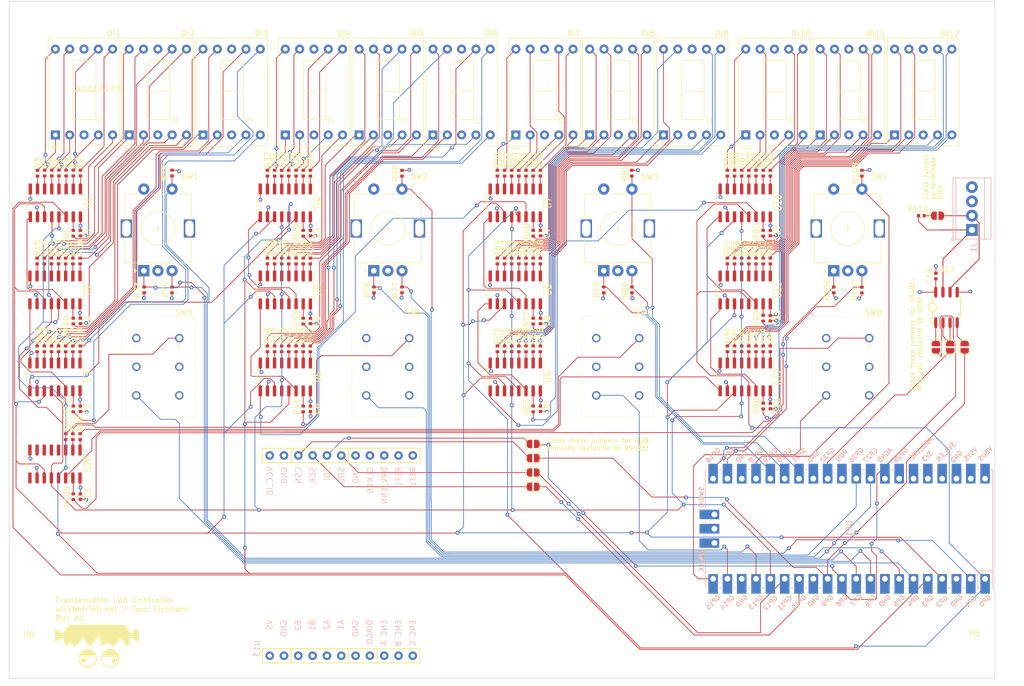
<source format=kicad_pcb>
(kicad_pcb (version 20221018) (generator pcbnew)
  (layers (0 "F.Cu" signal "Front") (1 "In1.Cu" power) (2 "In2.Cu" power) (31 "B.Cu" signal "Back") (34 "B.Paste" user) (35 "F.Paste" user) (36 "B.SilkS" user "B.Silkscreen") (37 "F.SilkS" user "F.Silkscreen") (38 "B.Mask" user) (39 "F.Mask" user) (44 "Edge.Cuts" user))
  (net 0 "")
  (net 1 "+3.3V")
  (net 2 "GND")
  (net 3 "/RS485/DMX+")
  (net 4 "/RS485/DMX-")
  (net 5 "Net-(JP1-A)")
  (net 6 "Net-(DI12-E)")
  (net 7 "Net-(U2-QA)")
  (net 8 "Net-(U2-QB)")
  (net 9 "Net-(U2-QC)")
  (net 10 "Net-(U2-QD)")
  (net 11 "Net-(U2-QE)")
  (net 12 "Net-(U2-QF)")
  (net 13 "Net-(U2-QG)")
  (net 14 "/SPIO_TX")
  (net 15 "Net-(U2-QH)")
  (net 16 "/SW1_A")
  (net 17 "Net-(U4-QA)")
  (net 18 "/SW1_B")
  (net 19 "/SW1_S")
  (net 20 "/SW2_A")
  (net 21 "/SW2_B")
  (net 22 "/SW2_S")
  (net 23 "/SW3_A")
  (net 24 "/SW3_B")
  (net 25 "/SW3_S")
  (net 26 "Net-(U4-QB)")
  (net 27 "Net-(U4-QC)")
  (net 28 "Net-(U4-QD)")
  (net 29 "Net-(U4-QE)")
  (net 30 "Net-(U4-QF)")
  (net 31 "Net-(U4-QG)")
  (net 32 "Net-(U4-QH)")
  (net 33 "Net-(U6-QA)")
  (net 34 "Net-(U6-QB)")
  (net 35 "Net-(U6-QC)")
  (net 36 "Net-(U6-QD)")
  (net 37 "Net-(U6-QE)")
  (net 38 "Net-(U6-QF)")
  (net 39 "Net-(U6-QG)")
  (net 40 "Net-(U6-QH)")
  (net 41 "Net-(U8-QA)")
  (net 42 "Net-(U8-QB)")
  (net 43 "Net-(U8-QC)")
  (net 44 "Net-(U8-QD)")
  (net 45 "Net-(U8-QE)")
  (net 46 "Net-(U8-QF)")
  (net 47 "Net-(U8-QG)")
  (net 48 "Net-(U8-QH)")
  (net 49 "Net-(U10-QA)")
  (net 50 "Net-(U10-QB)")
  (net 51 "Net-(U10-QC)")
  (net 52 "Net-(U10-QD)")
  (net 53 "SPI0_SCK")
  (net 54 "PWM")
  (net 55 "LATCH")
  (net 56 "/Digit1/DATA_OUT")
  (net 57 "/Digit2/DATA_OUT")
  (net 58 "/Digit3/DATA_OUT")
  (net 59 "Net-(U10-QE)")
  (net 60 "Net-(U10-QF)")
  (net 61 "Net-(U10-QG)")
  (net 62 "Net-(U10-QH)")
  (net 63 "Net-(U12-QA)")
  (net 64 "Net-(U12-QB)")
  (net 65 "Net-(U12-QC)")
  (net 66 "Net-(U12-QD)")
  (net 67 "Net-(U12-QE)")
  (net 68 "Net-(U12-QF)")
  (net 69 "Net-(U12-QG)")
  (net 70 "Net-(U12-QH)")
  (net 71 "/Digit4/DATA_OUT")
  (net 72 "/Digit5/DATA_OUT")
  (net 73 "/Digit6/DATA_OUT")
  (net 74 "/Digit7/DATA_OUT")
  (net 75 "/Digit8/DATA_OUT")
  (net 76 "/SW4_A")
  (net 77 "/SW4_B")
  (net 78 "/SW4_S")
  (net 79 "Net-(U26-QA)")
  (net 80 "Net-(R109-Pad2)")
  (net 81 "Net-(U26-QB)")
  (net 82 "Net-(R110-Pad2)")
  (net 83 "Net-(U26-QC)")
  (net 84 "Net-(R111-Pad2)")
  (net 85 "Net-(U26-QD)")
  (net 86 "Net-(R112-Pad2)")
  (net 87 "/UART0_EN")
  (net 88 "/Digit10/DATA_IN")
  (net 89 "/Digit10/DATA_OUT")
  (net 90 "/Digit11/DATA_OUT")
  (net 91 "/Digit12/DATA_OUT")
  (net 96 "/Input Devices/DATA_OUT")
  (net 97 "Net-(DI1-E)")
  (net 98 "Net-(DI1-D)")
  (net 99 "Net-(DI1-C)")
  (net 100 "Net-(DI1-DP)")
  (net 101 "Net-(DI1-B)")
  (net 102 "Net-(DI1-A)")
  (net 103 "Net-(DI1-F)")
  (net 104 "Net-(DI1-G)")
  (net 105 "Net-(DI2-E)")
  (net 106 "Net-(DI2-D)")
  (net 107 "Net-(DI2-C)")
  (net 108 "Net-(DI2-DP)")
  (net 109 "Net-(DI2-B)")
  (net 110 "Net-(DI2-A)")
  (net 111 "Net-(DI2-F)")
  (net 112 "Net-(DI2-G)")
  (net 113 "Net-(DI3-E)")
  (net 114 "Net-(DI3-D)")
  (net 115 "Net-(DI3-C)")
  (net 116 "Net-(DI3-DP)")
  (net 117 "Net-(DI3-B)")
  (net 118 "Net-(DI3-A)")
  (net 119 "Net-(DI3-F)")
  (net 120 "Net-(DI3-G)")
  (net 121 "Net-(DI4-E)")
  (net 122 "Net-(DI4-D)")
  (net 123 "Net-(DI4-C)")
  (net 124 "Net-(DI4-DP)")
  (net 125 "Net-(DI4-B)")
  (net 126 "Net-(DI4-A)")
  (net 127 "Net-(DI4-F)")
  (net 128 "Net-(DI4-G)")
  (net 129 "Net-(DI5-E)")
  (net 130 "Net-(DI5-D)")
  (net 131 "Net-(DI5-C)")
  (net 132 "Net-(DI5-DP)")
  (net 133 "Net-(DI5-B)")
  (net 134 "Net-(DI5-A)")
  (net 135 "Net-(DI5-F)")
  (net 136 "Net-(DI5-G)")
  (net 137 "Net-(DI6-E)")
  (net 138 "Net-(DI6-D)")
  (net 139 "Net-(DI6-C)")
  (net 140 "Net-(DI6-DP)")
  (net 141 "Net-(DI6-B)")
  (net 142 "Net-(DI6-A)")
  (net 143 "Net-(DI6-F)")
  (net 144 "Net-(DI6-G)")
  (net 145 "Net-(DI7-E)")
  (net 146 "Net-(DI7-D)")
  (net 147 "Net-(DI7-C)")
  (net 148 "Net-(DI7-DP)")
  (net 149 "Net-(DI7-B)")
  (net 150 "Net-(DI7-A)")
  (net 151 "Net-(DI7-F)")
  (net 152 "Net-(DI7-G)")
  (net 153 "Net-(DI8-E)")
  (net 154 "Net-(DI8-D)")
  (net 155 "Net-(DI8-C)")
  (net 156 "Net-(DI8-DP)")
  (net 157 "Net-(DI8-B)")
  (net 158 "Net-(DI8-A)")
  (net 159 "Net-(DI8-F)")
  (net 160 "Net-(DI8-G)")
  (net 161 "Net-(DI9-E)")
  (net 162 "Net-(DI9-D)")
  (net 163 "Net-(DI9-C)")
  (net 164 "Net-(DI9-DP)")
  (net 165 "Net-(DI9-B)")
  (net 166 "Net-(DI9-A)")
  (net 167 "Net-(DI9-F)")
  (net 168 "Net-(DI9-G)")
  (net 169 "Net-(DI10-E)")
  (net 170 "Net-(DI10-D)")
  (net 171 "Net-(DI10-C)")
  (net 172 "Net-(DI10-DP)")
  (net 173 "Net-(DI10-B)")
  (net 174 "Net-(DI10-A)")
  (net 175 "Net-(DI10-F)")
  (net 176 "Net-(DI10-G)")
  (net 177 "Net-(DI11-E)")
  (net 178 "Net-(DI11-D)")
  (net 179 "Net-(DI11-C)")
  (net 180 "Net-(DI11-DP)")
  (net 181 "Net-(DI11-B)")
  (net 182 "Net-(DI11-A)")
  (net 183 "Net-(DI11-F)")
  (net 184 "Net-(DI11-G)")
  (net 185 "Net-(U1-QA)")
  (net 186 "Net-(U1-QB)")
  (net 187 "Net-(U1-QC)")
  (net 188 "Net-(U1-QD)")
  (net 189 "Net-(U1-QE)")
  (net 190 "Net-(U1-QF)")
  (net 191 "Net-(U1-QG)")
  (net 192 "Net-(U1-QH)")
  (net 193 "Net-(U3-QA)")
  (net 194 "Net-(U3-QB)")
  (net 195 "Net-(U3-QC)")
  (net 196 "Net-(U3-QD)")
  (net 197 "Net-(U3-QE)")
  (net 198 "Net-(U3-QF)")
  (net 199 "Net-(U3-QG)")
  (net 200 "Net-(U3-QH)")
  (net 201 "Net-(U5-QA)")
  (net 202 "Net-(U5-QB)")
  (net 203 "Net-(U5-QC)")
  (net 204 "Net-(U5-QD)")
  (net 205 "Net-(U5-QE)")
  (net 206 "Net-(U5-QF)")
  (net 207 "Net-(U5-QG)")
  (net 208 "Net-(U5-QH)")
  (net 209 "Net-(U7-QA)")
  (net 210 "Net-(U7-QB)")
  (net 211 "Net-(U7-QC)")
  (net 212 "Net-(U7-QD)")
  (net 213 "Net-(U7-QE)")
  (net 214 "Net-(U7-QF)")
  (net 215 "Net-(U7-QG)")
  (net 216 "Net-(U7-QH)")
  (net 217 "Net-(U9-QA)")
  (net 218 "Net-(U9-QB)")
  (net 219 "Net-(U9-QC)")
  (net 220 "Net-(U9-QD)")
  (net 221 "Net-(U9-QE)")
  (net 222 "Net-(U9-QF)")
  (net 223 "Net-(U9-QG)")
  (net 224 "Net-(U9-QH)")
  (net 225 "Net-(U11-QA)")
  (net 226 "Net-(U11-QB)")
  (net 227 "Net-(U11-QC)")
  (net 228 "Net-(U11-QD)")
  (net 229 "Net-(U11-QE)")
  (net 230 "Net-(U11-QF)")
  (net 231 "Net-(U11-QG)")
  (net 232 "Net-(U11-QH)")
  (net 233 "/SW5")
  (net 234 "/SW6")
  (net 235 "/SW7")
  (net 236 "/SW8")
  (net 245 "/UART1_TX_SPI1_RX")
  (net 246 "/RS485/RS485_RX")
  (net 247 "/BOB/BOB_SDI")
  (net 248 "/UART1_RX_SPI1_CSN")
  (net 249 "/RS485/RS485_TX")
  (net 250 "/BOB/BOB_CSN")
  (net 251 "/RS485/RS485_EN")
  (net 252 "/SPI1_TX")
  (net 253 "/BOB/BOB_SDO")
  (net 254 "/SPI1_CLK")
  (net 255 "/BOB/BOB_SCK")
  (net 267 "Net-(DI12-D)")
  (net 268 "Net-(DI12-C)")
  (net 269 "Net-(DI12-DP)")
  (net 270 "Net-(DI12-B)")
  (net 271 "Net-(DI12-A)")
  (net 272 "Net-(DI12-F)")
  (net 273 "Net-(DI12-G)")
  (footprint "Resistor_SMD:R_0402_1005Metric" (layer "F.Cu") (at 66.47 86.382 -90)
    (fp_text reference "R41")
    (fp_text value "120")
  )
  (footprint "Resistor_SMD:R_0402_1005Metric" (layer "F.Cu") (at 65.21 60.1202 90)
    (fp_text reference "R36")
    (fp_text value "120")
  )
  (footprint "easyeda2kicad:SOIC-8_L5.0-W4.0-P1.27-LS6.0-BL" (layer "F.Cu") (at 180.61 68.36)
    (fp_text reference "U27")
    (fp_text value "SP3485EN-L/TR")
  )
  (footprint "Resistor_SMD:R_0402_1005Metric" (layer "F.Cu") (at 60.12 44.5242 90)
    (fp_text reference "R32")
    (fp_text value "120")
  )
  (footprint "Capacitor_SMD:C_0402_1005Metric" (layer "F.Cu") (at 26.924 55.1662 -90)
    (fp_text reference "C1")
    (fp_text value "100n")
  )
  (footprint "Resistor_SMD:R_0402_1005Metric" (layer "F.Cu") (at 61.4 60.1202 90)
    (fp_text reference "R39")
    (fp_text value "120")
  )
  (footprint "Resistor_SMD:R_0402_1005Metric" (layer "F.Cu") (at 19.26 75.716 90)
    (fp_text reference "R24")
    (fp_text value "120")
  )
  (footprint "eSwitch-5501M:5501M" (layer "F.Cu") (at 40.7 78.865)
    (fp_text reference "SW5")
    (fp_text value "E-SWITCH 5501M" hide)
  )
  (footprint "Jumper:SolderJumper-2_P1.3mm_Open_RoundedPad1.0x1.5mm" (layer "F.Cu") (at 107.275 97.675 180)
    (fp_text reference "JP8" hide)
    (fp_text value "BOB_ENABLE_SDO")
  )
  (footprint "Resistor_SMD:R_0402_1005Metric" (layer "F.Cu") (at 160.6 65.25 90)
    (fp_text reference "R106")
    (fp_text value "5.1k")
  )
  (footprint "Resistor_SMD:R_0402_1005Metric" (layer "F.Cu") (at 103.46 60.1202 90)
    (fp_text reference "R62")
    (fp_text value "120")
  )
  (footprint "Package_SO:SOIC-16_3.9x9.9mm_P1.27mm" (layer "F.Cu") (at 104.1 65.253 -90)
    (fp_text reference "U8")
    (fp_text value "74HC595")
  )
  (footprint "Resistor_SMD:R_0402_1005Metric" (layer "F.Cu") (at 106 75.7162 90)
    (fp_text reference "R68")
    (fp_text value "120")
  )
  (footprint "Resistor_SMD:R_0402_1005Metric" (layer "F.Cu") (at 26.8986 60.1198 90)
    (fp_text reference "R10")
    (fp_text value "120")
  )
  (footprint "Display_7Segment:D1X8K" (layer "F.Cu") (at 89.5 37.74 90)
    (fp_text reference "DI6")
    (fp_text value "D168K")
  )
  (footprint "Package_SO:SOIC-16_3.9x9.9mm_P1.27mm" (layer "F.Cu") (at 22.4282 65.2526 -90)
    (fp_text reference "U2")
    (fp_text value "74HC595")
  )
  (footprint "Resistor_SMD:R_0402_1005Metric" (layer "F.Cu") (at 148.082 60.1202 90)
    (fp_text reference "R92")
    (fp_text value "120")
  )
  (footprint "Resistor_SMD:R_0402_1005Metric" (layer "F.Cu") (at 107.27 44.5242 90)
    (fp_text reference "R51")
    (fp_text value "120")
  )
  (footprint "Resistor_SMD:R_0402_1005Metric" (layer "F.Cu") (at 66.47 60.1202 90)
    (fp_text reference "R35")
    (fp_text value "120")
  )
  (footprint "Jumper:SolderJumper-2_P1.3mm_Open_RoundedPad1.0x1.5mm" (layer "F.Cu") (at 178.725 75.425 90)
    (fp_text reference "JP3" hide)
    (fp_text value "DMX_ENABLE_RX")
  )
  (footprint "Resistor_SMD:R_0402_1005Metric" (layer "F.Cu") (at 61.4 44.5242 90)
    (fp_text reference "R31")
    (fp_text value "120")
  )
  (footprint "Display_7Segment:D1X8K" (layer "F.Cu") (at 130.4 37.74 90)
    (fp_text reference "DI9")
    (fp_text value "D168K")
  )
  (footprint "Jumper:SolderJumper-2_P1.3mm_Open_RoundedPad1.0x1.5mm" (layer "F.Cu") (at 183.825 75.425 90)
    (fp_text reference "JP5" hide)
    (fp_text value "DMX_ENABLE_TX")
  )
  (footprint "Display_7Segment:D1X8K" (layer "F.Cu") (at 104.2 37.74 90)
    (fp_text reference "DI7")
    (fp_text value "D168K")
  )
  (footprint "Resistor_SMD:R_0402_1005Metric" (layer "F.Cu") (at 25.6794 55.19 -90)
    (fp_text reference "R1")
    (fp_text value "120")
  )
  (footprint "Jumper:SolderJumper-2_P1.3mm_Open_RoundedPad1.0x1.5mm" (layer "F.Cu") (at 179.025 52.075)
    (fp_text reference "JP1" hide)
    (fp_text value "DMX-Termination")
  )
  (footprint "Capacitor_SMD:C_0402_1005Metric" (layer "F.Cu") (at 149.352 85.8782 -90)
    (fp_text reference "C12")
    (fp_text value "100n")
  )
  (footprint "Resistor_SMD:R_0402_1005Metric" (layer "F.Cu") (at 19.3294 44.5242 90)
    (fp_text reference "R8")
    (fp_text value "120")
  )
  (footprint "Capacitor_SMD:C_0402_1005Metric" (layer "F.Cu") (at 26.924 86.3582 -90)
    (fp_text reference "C3")
    (fp_text value "100n")
  )
  (footprint "Resistor_SMD:R_0402_1005Metric" (layer "F.Cu") (at 148.082 55.19 -90)
    (fp_text reference "R82")
    (fp_text value "120")
  )
  (footprint "Resistor_SMD:R_0402_1005Metric" (layer "F.Cu") (at 108.54 75.7162 90)
    (fp_text reference "R66")
    (fp_text value "120")
  )
  (footprint "Resistor_SMD:R_0402_1005Metric" (layer "F.Cu") (at 25.6794 101.978 -90)
    (fp_text reference "R109")
    (fp_text value "120")
  )
  (footprint "Resistor_SMD:R_0402_1005Metric" (layer "F.Cu") (at 176.15 52.075 180)
    (fp_text reference "R113")
    (fp_text value "120")
  )
  (footprint "Resistor_SMD:R_0402_1005Metric" (layer "F.Cu") (at 148.082 44.5242 90)
    (fp_text reference "R84")
    (fp_text value "120")
  )
  (footprint "Resistor_SMD:R_0402_1005Metric" (layer "F.Cu") (at 108.54 44.5242 90)
    (fp_text reference "R50")
    (fp_text value "120")
  )
  (footprint "Resistor_SMD:R_0402_1005Metric" (layer "F.Cu") (at 25.6794 44.4988 90)
    (fp_text reference "R3")
    (fp_text value "120")
  )
  (footprint "Resistor_SMD:R_0402_1005Metric" (layer "F.Cu") (at 25.6794 86.382 -90)
    (fp_text reference "R17")
    (fp_text value "120")
  )
  (footprint "Display_7Segment:D1X8K" (layer "F.Cu") (at 35.6 37.74 90)
    (fp_text reference "DI2")
    (fp_text value "D168K")
  )
  (footprint "Capacitor_SMD:C_0402_1005Metric" (layer "F.Cu") (at 67.76 70.7622 -90)
    (fp_text reference "C5")
    (fp_text value "100n")
  )
  (footprint "eSwitch-5501M:5501M" (layer "F.Cu") (at 163.1 78.865)
    (fp_text reference "SW8")
    (fp_text value "E-SWITCH 5501M" hide)
  )
  (footprint "Resistor_SMD:R_0402_1005Metric" (layer "F.Cu") (at 107.27 75.7162 90)
    (fp_text reference "R67")
    (fp_text value "120")
  )
  (footprint "Capacitor_SMD:C_0402_1005Metric" (layer "F.Cu") (at 178.725 62.8 90)
    (fp_text reference "C14")
    (fp_text value "100n")
  )
  (footprint "Jumper:SolderJumper-2_P1.3mm_Open_RoundedPad1.0x1.5mm" (layer "F.Cu") (at 107.275 95.125 180)
    (fp_text reference "JP6" hide)
    (fp_text value "BOB_ENABLE_CSN")
  )
  (footprint "Resistor_SMD:R_0402_1005Metric" (layer "F.Cu") (at 21.81 60.12 90)
    (fp_text reference "R14")
    (fp_text value "120")
  )
  (footprint "Jumper:SolderJumper-2_P1.3mm_Open_RoundedPad1.0x1.5mm" (layer "F.Cu") (at 181.275 75.425 90)
    (fp_text reference "JP7" hide)
    (fp_text value "DMX_ENABLE_EN")
  )
  (footprint "eSwitch-5501M:5501M" (layer "F.Cu") (at 81.5 78.865)
    (fp_text reference "SW6")
    (fp_text value "E-SWITCH 5501M" hide)
  )
  (footprint "Resistor_SMD:R_0402_1005Metric" (layer "F.Cu") (at 24.3332 91.3158 90)
    (fp_text reference "R112")
    (fp_text value "120")
  )
  (footprint "Display_7Segment:D1X8K" (layer "F.Cu") (at 76.4 37.74 90)
    (fp_text reference "DI5")
    (fp_text value "D168K")
  )
  (footprint "Package_SO:SOIC-16_3.9x9.9mm_P1.27mm" (layer "F.Cu") (at 63.3 80.706 -90)
    (fp_text reference "U6")
    (fp_text value "74HC595")
  )
  (footprint "frankenlogo:frankenlogo" (layer "F.Cu") (at 29.925 128.125)
    (fp_text reference "REF**" hide)
    (fp_text value "frankenlogo")
  )
  (footprint "Resistor_SMD:R_0402_1005Metric" (layer "F.Cu") (at 104.74 44.5242 90)
    (fp_text reference "R53")
    (fp_text value "120")
  )
  (footprint "Resistor_SMD:R_0402_1005Metric" (layer "F.Cu") (at 106 60.1202 90)
    (fp_text reference "R60")
    (fp_text value "120")
  )
  (footprint "Resistor_SMD:R_0402_1005Metric" (layer "F.Cu") (at 60.12 75.7162 90)
    (fp_text reference "R48")
    (fp_text value "120")
  )
  (footprint "Resistor_SMD:R_0402_1005Metric" (layer "F.Cu") (at 24.4094 44.5028 90)
    (fp_text reference "R4")
    (fp_text value "120")
  )
  (footprint "Resistor_SMD:R_0402_1005Metric" (layer "F.Cu") (at 103.46 44.5242 90)
    (fp_text reference "R54")
    (fp_text value "120")
  )
  (footprint "Capacitor_SMD:C_0402_1005Metric" (layer "F.Cu") (at 108.57 70.7622 -90)
    (fp_text reference "C8")
    (fp_text value "100n")
  )
  (footprint "Jumper:SolderJumper-2_P1.3mm_Open_RoundedPad1.0x1.5mm" (layer "F.Cu") (at 107.275 100.2 180)
    (fp_text reference "JP9" hide)
    (fp_text value "BOB_ENABLE_SCK")
  )
  (footprint "Resistor_SMD:R_0402_1005Metric" (layer "F.Cu") (at 146.812 44.5242 90)
    (fp_text reference "R85")
    (fp_text value "120")
  )
  (footprint "Resistor_SMD:R_0402_1005Metric" (layer "F.Cu") (at 84 44.525 90)
    (fp_text reference "R78")
    (fp_text value "5.1k")
  )
  (footprint "Resistor_SMD:R_0402_1005Metric" (layer "F.Cu") (at 21.8694 44.4988 90)
    (fp_text reference "R6")
    (fp_text value "120")
  )
  (footprint "Capacitor_SMD:C_0402_1005Metric" (layer "F.Cu") (at 149.352 55.1662 -90)
    (fp_text reference "C10")
    (fp_text value "100n")
  )
  (footprint "Resistor_SMD:R_0402_1005Metric" (layer "F.Cu") (at 144.272 75.7162 90)
    (fp_text reference "R103")
    (fp_text value "120")
  )
  (footprint "Capacitor_SMD:C_0402_1005Metric" (layer "F.Cu") (at 108.57 55.1662 -90)
    (fp_text reference "C7")
    (fp_text value "100n")
  )
  (footprint "ToolingHole:ToolingHole_JLCSMT" (layer "F.Cu") (at 25.9 15.125)
    (fp_text reference "H2" hide)
    (fp_text value "MountingHole")
  )
  (footprint "Resistor_SMD:R_0402_1005Metric" (layer "F.Cu") (at 21.81 75.716 90)
    (fp_text reference "R22")
    (fp_text value "120")
  )
  (footprint "Resistor_SMD:R_0402_1005Metric" (layer "F.Cu") (at 102.2 44.5242 90)
    (fp_text reference "R55")
    (fp_text value "120")
  )
  (footprint "Rotary_Encoder:RotaryEncoder_Alps_EC11E-Switch_Vertical_H20mm" (layer "F.Cu") (at 79 61.85 90)
    (fp_text reference "SW2")
    (fp_text value "RotaryEncoder_Switch")
  )
  (footprint "Resistor_SMD:R_0402_1005Metric" (layer "F.Cu") (at 65.21 44.5242 90)
    (fp_text reference "R28")
    (fp_text value "120")
  )
  (footprint "Resistor_SMD:R_0402_1005Metric" (layer "F.Cu") (at 145.542 60.1202 90)
    (fp_text reference "R94")
    (fp_text value "120")
  )
  (footprint "Resistor_SMD:R_0402_1005Metric" (layer "F.Cu") (at 100.93 44.5242 90)
    (fp_text reference "R56")
    (fp_text value "120")
  )
  (footprint "Resistor_SMD:R_0402_1005Metric" (layer "F.Cu") (at 25.6032 91.3158 90)
    (fp_text reference "R111")
    (fp_text value "120")
  )
  (footprint "MountingHole:MountingHole_3.2mm_M3" (layer "F.Cu") (at 17.9 17.6)
    (fp_text reference "H3" hide)
    (fp_text value "MountingHole")
  )
  (footprint "Resistor_SMD:R_0402_1005Metric" (layer "F.Cu") (at 25.6794 70.786 -90)
    (fp_text reference "R9")
    (fp_text value "120")
  )
  (footprint "Resistor_SMD:R_0402_1005Metric" (layer "F.Cu") (at 102.2 60.1202 90)
    (fp_text reference "R63")
    (fp_text value "120")
  )
  (footprint "Resistor_SMD:R_0402_1005Metric" (layer "F.Cu") (at 143.002 60.1202 90)
    (fp_text reference "R96")
    (fp_text value "120")
  )
  (footprint "Display_7Segment:D1X8K" (layer "F.Cu") (at 145 37.74 90)
    (fp_text reference "DI10")
    (fp_text value "D168K")
  )
  (footprint "MountingHole:MountingHole_3.2mm_M3" (layer "F.Cu") (at 185.55 130.45)
    (fp_text reference "H5")
    (fp_text value "MountingHole")
  )
  (footprint "MountingHole:MountingHole_3.2mm_M3" (layer "F.Cu") (at 17.825 130.575)
    (fp_text reference "H6")
    (fp_text value "MountingHole")
  )
  (footprint "Resistor_SMD:R_0402_1005Metric" (layer "F.Cu") (at 61.4 75.7162 90)
    (fp_text reference "R47")
    (fp_text value "120")
  )
  (footprint "Package_SO:SOIC-16_3.9x9.9mm_P1.27mm" (layer "F.Cu") (at 144.9 80.706 -90)
    (fp_text reference "U12")
    (fp_text value "74HC595")
  )
  (footprint "Resistor_SMD:R_0402_1005Metric" (layer "F.Cu") (at 67.74 60.1202 90)
    (fp_text reference "R34")
    (fp_text value "120")
  )
  (footprint "Resistor_SMD:R_0402_1005Metric" (layer "F.Cu") (at 23.075 60.12 90)
    (fp_text reference "R13")
    (fp_text value "120")
  )
  (footprint "Display_7Segment:D1X8K" (layer "F.Cu") (at 171.4 37.74 90)
    (fp_text reference "DI12")
    (fp_text value "D168K")
  )
  (footprint "Capacitor_SMD:C_0402_1005Metric" (layer "F.Cu") (at 67.76 55.1662 -90)
    (fp_text reference "C4")
    (fp_text value "100n")
  )
  (footprint "Resistor_SMD:R_0402_1005Metric" (layer "F.Cu") (at 149.354 75.7162 90)
    (fp_text reference "R99")
    (fp_text value "120")
  )
  (footprint "Resistor_SMD:R_0402_1005Metric" (layer "F.Cu") (at 38.25 65.25 90)
    (fp_text reference "R73")
    (fp_text value "5.1k")
  )
  (footprint "Resistor_SMD:R_0402_1005Metric" (layer "F.Cu") (at 143.002 44.5242 90)
    (fp_text reference "R88")
    (fp_text value "120")
  )
  (footprint "Package_SO:SOIC-16_3.9x9.9mm_P1.27mm" (layer "F.Cu") (at 104.1 49.8 -90)
    (fp_text reference "U7")
    (fp_text value "74HC595")
  )
  (footprint "Package_SO:SOIC-16_3.9x9.9mm_P1.27mm" (layer "F.Cu") (at 104.1 80.706 -90)
    (fp_text reference "U9")
    (fp_text value "74HC595")
  )
  (footprint "Resistor_SMD:R_0402_1005Metric" (layer "F.Cu") (at 148.082 70.276 -90)
    (fp_text reference "R90")
    (fp_text value "120")
  )
  (footprint "Resistor_SMD:R_0402_1005Metric" (layer "F.Cu") (at 102.2 75.7162 90)
    (fp_text reference "R71")
    (fp_text value "120")
  )
  (footprint "Resistor_SMD:R_0402_1005Metric" (layer "F.Cu") (at 141.732 60.1202 90)
    (fp_text reference "R97")
    (fp_text value "120")
  )
  (footprint "Resistor_SMD:R_0402_1005Metric" (layer "F.Cu") (at 146.812 60.1202 90)
    (fp_text reference "R93")
    (fp_text value "120")
  )
  (footprint "Resistor_SMD:R_0402_1005Metric" (layer "F.Cu") (at 165.6 65.275 90)
    (fp_text reference "R107")
    (fp_text value "5.1k")
  )
  (footprint "Resistor_SMD:R_0402_1005Metric" (layer "F.Cu") (at 100.93 75.7162 90)
    (fp_text reference "R72")
    (fp_text value "120")
  )
  (footprint "Resistor_SMD:R_0402_1005Metric" (layer "F.Cu") (at 104.74 75.7162 90)
    (fp_text reference "R69")
    (fp_text value "120")
  )
  (footprint "Resistor_SMD:R_0402_1005Metric" (layer "F.Cu") (at 79.025 65.25 90)
    (fp_text reference "R76")
    (fp_text value "5.1k")
  )
  (footprint "Resistor_SMD:R_0402_1005Metric" (layer "F.Cu") (at 19.26 60.12 90)
    (fp_text reference "R16")
    (fp_text value "120")
  )
  (footprint "Resistor_SMD:R_0402_1005Metric" (layer "F.Cu") (at 143.002 75.7162 90)
    (fp_text reference "R104")
    (fp_text value "120")
  )
  (footprint "Resistor_SMD:R_0402_1005Metric" (layer "F.Cu") (at 146.812 75.7162 90)
    (fp_text reference "R101")
    (fp_text value "120")
  )
  (footprint "Resistor_SMD:R_0402_1005Metric" (layer "F.Cu") (at 63.91 75.7162 90)
    (fp_text reference "R45")
    (fp_text value "120")
  )
  (footprint "Display_7Segment:D1X8K" (layer "F.Cu") (at 158.2 37.74 90)
    (fp_text reference "DI11")
    (fp_text value "D168K")
  )
  (footprint "Resistor_SMD:R_0402_1005Metric" (layer "F.Cu") (at 20.5994 44.5028 90)
    (fp_text reference "R7")
    (fp_text value "120")
  )
  (footprint "Resistor_SMD:R_0402_1005Metric" (layer "F.Cu") (at 66.47 44.5242 90)
    (fp_text reference "R27")
    (fp_text value "120")
  )
  (footprint "Resistor_SMD:R_0402_1005Metric" (layer "F.Cu") (at 104.74 60.1202 90)
    (fp_text reference "R61")
    (fp_text value "120")
  )
  (footprint "Resistor_SMD:R_0402_1005Metric" (layer "F.Cu") (at 26.8986 75.7158 90)
    (fp_text reference "R18")
    (fp_text value "120")
  )
  (footprint "Capacitor_SMD:C_0402_1005Metric" (layer "F.Cu") (at 26.924 101.9542 90)
    (fp_text reference "C13")
    (fp_text value "100n")
  )
  (footprint "Resistor_SMD:R_0402_1005Metric" (layer "F.Cu") (at 43.2 65.25 90)
    (fp_text reference "R74")
    (fp_text value "5.1k")
  )
  (footprint "Resistor_SMD:R_0402_1005Metric" (layer "F.Cu") (at 144.272 60.1202 90)
    (fp_text reference "R95")
    (fp_text value "120")
  )
  (footprint "Resistor_SMD:R_0402_1005Metric" (layer "F.Cu") (at 25.6032 60.1238 90)
    (fp_text reference "R11")
    (fp_text value "120")
  )
  (footprint "Resistor_SMD:R_0402_1005Metric" (layer "F.Cu") (at 26.9494 44.4988 90)
    (fp_text reference "R2")
    (fp_text value "120")
  )
  (footprint "Resistor_SMD:R_0402_1005Metric" (layer "F.Cu") (at 124.775 44.525 90)
    (fp_text reference "R81")
    (fp_text value "5.1k")
  )
  (footprint "Resistor_SMD:R_0402_1005Metric" (layer "F.Cu") (at 84 65.25 90)
    (fp_text reference "R77")
    (fp_text value "5.1k")
  )
  (footprint "Resistor_SMD:R_0402_1005Metric" (layer "F.Cu") (at 25.6032 75.7198 90)
    (fp_text reference "R19")
    (fp_text value "120")
  )
  (footprint "Capacitor_SMD:C_0402_1005Metric" (layer "F.Cu") (at 26.924 70.7622 -90)
    (fp_text reference "C2")
    (fp_text value "100n")
  )
  (footprint "Resistor_SMD:R_0402_1005Metric" (layer "F.Cu") (at 63.91 60.1202 90)
    (fp_text reference "R37")
    (fp_text value "120")
  )
  (footprint "Resistor_SMD:R_0402_1005Metric" (layer "F.Cu") (at 107.28 70.786 -90)
    (fp_text reference "R57")
    (fp_text value "120")
  )
  (footprint "Resistor_SMD:R_0402_1005Metric" (layer "F.Cu") (at 67.74 75.7162 90)
    (fp_text reference "R42")
    (fp_text value "120")
  )
  (footprint "eSwitch-5501M:5501M" (layer "F.Cu") (at 122.3 78.865)
    (fp_text reference "SW7")
    (fp_text value "E-SWITCH 5501M" hide)
  )
  (footprint "Resistor_SMD:R_0402_1005Metric" (layer "F.Cu") (at 62.66 75.722 90)
    (fp_text reference "R46")
    (fp_text value "120")
  )
  (footprint "Display_7Segment:D1X8K" (layer "F.Cu") (at 22.5 37.74 90)
    (fp_text reference "DI1")
    (fp_text value "D168K")
  )
  (footprint "Package_SO:SOIC-16_3.9x9.9mm_P1.27mm" (layer "F.Cu") (at 63.3 65.253 -90)
    (fp_text reference "U5")
    (fp_text value "74HC595")
  )
  (footprint "Jumper:SolderJumper-2_P1.3mm_Open_RoundedPad1.0x1.5mm" (layer "F.Cu") (at 107.275 92.6 180)
    (fp_text reference "JP4" hide)
    (fp_text value "BOB_ENABLE_SDI")
  )
  (footprint "Resistor_SMD:R_0402_1005Metric" (layer "F.Cu") (at 65.21 75.7162 90)
    (fp_text reference "R44")
    (fp_text value "120")
  )
  (footprint "Resistor_SMD:R_0402_1005Metric" (layer "F.Cu") (at 26.8986 91.3118 90)
    (fp_text reference "R110")
    (fp_text value "120")
  )
  (footprint "MountingHole:MountingHole_3.2mm_M3" (layer "F.Cu") (at 185.5 17.6)
    (fp_text reference "H4" hide)
    (fp_text value "MountingHole")
  )
  (footprint "Rotary_Encoder:RotaryEncoder_Alps_EC11E-Switch_Vertical_H20mm" (layer "F.Cu") (at 119.8 61.85 90)
    (fp_text reference "SW3")
    (fp_text value "RotaryEncoder_Switch")
  )
  (footprint "Resistor_SMD:R_0402_1005Metric" (layer "F.Cu") (at 60.12 60.1202 90)
    (fp_text reference "R40")
    (fp_text value "120")
  )
  (footprint "Resistor_SMD:R_0402_1005Metric" (layer "F.Cu") (at 66.47 75.7162 90)
    (fp_text reference "R43")
    (fp_text value "120")
  )
  (footprint "Resistor_SMD:R_0402_1005Metric" (layer "F.Cu") (at 148.082 75.7162 90)
    (fp_text reference "R100")
    (fp_text value "120")
  )
  (footprint "Resistor_SMD:R_0402_1005Metric" (layer "F.Cu") (at 141.732 44.5242 90)
    (fp_text reference "R89")
    (fp_text value "120")
  )
  (footprint "Resistor_SMD:R_0402_1005Metric" (layer "F.Cu") (at 66.47 70.786 -90)
    (fp_text reference "R33")
    (fp_text value "120")
  )
  (footprint "Display_7Segment:D1X8K" (layer "F.Cu") (at 48.7 37.74 90)
    (fp_text reference "DI3")
    (fp_text value "D168K")
  )
  (footprint "Resistor_SMD:R_0402_1005Metric" (layer "F.Cu") (at 24.3332 75.7198 90)
    (fp_text reference "R20")
    (fp_text value "120")
  )
  (footprint "Resistor_SMD:R_0402_1005Metric" (layer "F.Cu") (at 20.54 75.716 90)
    (fp_text reference "R23")
    (fp_text value "120")
  )
  (footprint "Display_7Segment:D1X8K" (layer "F.Cu") (at 63.3 37.74 90)
    (fp_text reference "DI4")
    (fp_text value "D168K")
  )
  (footprint "Resistor_SMD:R_0402_1005Metric" (layer "F.Cu") (at 107.27 60.1202 90)
    (fp_text reference "R59")
    (fp_text value "120")
  )
  (footprint "Resistor_SMD:R_0402_1005Metric" (layer "F.Cu") (at 108.54 60.1202 90)
    (fp_text reference "R58")
    (fp_text value "120")
  )
  (footprint "Package_SO:SOIC-16_3.9x9.9mm_P1.27mm" (layer "F.Cu") (at 22.4282 80.7056 -90)
    (fp_text reference "U3")
    (fp_text value "74HC595")
  )
  (footprint "Resistor_SMD:R_0402_1005Metric" (layer "F.Cu") (at 124.8 65.25 90)
    (fp_text reference "R80")
    (fp_text value "5.1k")
  )
  (footprint "Package_SO:SOIC-16_3.9x9.9mm_P1.27mm" (layer "F.Cu") (at 144.9 65.253 -90)
    (fp_text reference "U11")
    (fp_text value "74HC595")
  )
  (footprint "Resistor_SMD:R_0402_1005Metric" (layer "F.Cu") (at 141.732 75.7162 90)
    (fp_text reference "R105")
    (fp_text value "120")
  )
  (footprint "Resistor_SMD:R_0402_1005Metric" (layer "F.Cu") (at 145.542 75.7162 90)
    (fp_text reference "R102")
    (fp_text value "120")
  )
  (footprint "Capacitor_SMD:C_0402_1005Metric" (layer "F.Cu") (at 108.57 86.3582 -90)
    (fp_text reference "C9")
    (fp_text value "100n")
  )
  (footprint "Resistor_SMD:R_0402_1005Metric" (layer "F.Cu") (at 119.8 65.25 90)
    (fp_text reference "R79")
    (fp_text value "5.1k")
  )
  (footprint "Capacitor_SMD:C_0402_1005Metric" (layer "F.Cu") (at 149.352 70.2822 -90)
    (fp_text reference "C11")
    (fp_text value "100n")
  )
  (footprint "Capacitor_SMD:C_0402_1005Metric" (layer "F.Cu") (at 67.76 86.3582 -90)
    (fp_text reference "C6")
    (fp_text value "100n")
  )
  (footprint "ToolingHole:ToolingHole_JLCSMT" (layer "F.Cu") (at 159.65 132.95)
    (fp_text reference "H1" hide)
    (fp_text value "MountingHole")
  )
  (footprint "Display_7Segment:D1X8K" (layer "F.Cu") (at 117.3 37.74 90)
    (fp_text reference "DI8")
    (fp_text value "D168K")
  )
  (footprint "Resistor_SMD:R_0402_1005Metric" (layer "F.Cu") (at 148.082 85.872 -90)
    (fp_text reference "R98")
    (fp_text value "120")
  )
  (footprint "Resistor_SMD:R_0402_1005Metric" (layer "F.Cu") (at 62.66 60.126 90)
    (fp_text reference "R38")
    (fp_text value "120")
  )
  (footprint "Resistor_SMD:R_0402_1005Metric" (layer "F.Cu") (at 145.542 44.5242 90)
    (fp_text reference "R86")
    (fp_text value "120")
  )
  (footprint "Package_SO:SOIC-16_3.9x9.9mm_P1.27mm" (layer "F.Cu") (at 144.9 49.8 -90)
    (fp_text reference "U10")
    (fp_text value "74HC595")
  )
  (footprint "Resistor_SMD:R_0402_1005Metric" (layer "F.Cu") (at 23.075 75.716 90)
    (fp_text reference "R21")
    (fp_text value "120")
  )
  (footprint "Resistor_SMD:R_0402_1005Metric" (layer "F.Cu") (at 106 44.5242 90)
    (fp_text reference "R52")
    (fp_text value "120")
  )
  (footprint "Package_SO:SOIC-16_3.9x9.9mm_P1.27mm" (layer "F.Cu") (at 22.5 49.8 -90)
    (fp_text reference "U1")
    (fp_text value "74HC595")
  )
  (footprint "Resistor_SMD:R_0402_1005Metric" (layer "F.Cu") (at 67.74 44.5242 90)
    (fp_text reference "R26")
    (fp_text value "120")
  )
  (footprint "Resistor_SMD:R_0402_1005Metric" (layer "F.Cu") (at 107.28 86.382 -90)
    (fp_text reference "R65")
    (fp_text value "120")
  )
  (footprint "Resistor_SMD:R_0402_1005Metric" (layer "F.Cu") (at 144.272 44.5242 90)
    (fp_text reference "R87")
    (fp_text value "120")
  )
  (footprint "Resistor_SMD:R_0402_1005Metric" (layer "F.Cu") (at 62.66 44.53 90)
    (fp_text reference "R30")
    (fp_text value "120")
  )
  (footprint "Resistor_SMD:R_0402_1005Metric" (layer "F.Cu") (at 66.47 55.19 -90)
    (fp_text reference "R25")
    (fp_text value "120")
  )
  (footprint "Resistor_SMD:R_0402_1005Metric" (layer "F.Cu") (at 23.1394 44.4988 90)
    (fp_text reference "R5")
    (fp_text value "120")
  )
  (footprint "Resistor_SMD:R_0402_1005Metric" (layer "F.Cu") (at 100.93 60.1202 90)
    (fp_text reference "R64")
    (fp_text value "120")
  )
  (footprint "Rotary_Encoder:RotaryEncoder_Alps_EC11E-Switch_Vertical_H20mm" (layer "F.Cu") (at 38.2 61.85 90)
    (fp_text reference "SW1")
    (fp_text value "RotaryEncoder_Switch")
  )
  (footprint "Resistor_SMD:R_0402_1005Metric" (layer "F.Cu") (at 24.3332 60.1238 90)
    (fp_text reference "R12")
    (fp_text value "120")
  )
  (footprint "Resistor_SMD:R_0402_1005Metric" (layer "F.Cu") (at 63.91 44.5242 90)
    (fp_text reference "R29")
    (fp_text value "120")
  )
  (footprint "Resistor_SMD:R_0402_1005Metric" (layer "F.Cu") (at 43.2 44.5 90)
    (fp_text reference "R75")
    (fp_text value "5.1k")
  )
  (footprint "Resistor_SMD:R_0402_1005Metric" (layer "F.Cu") (at 107.28 55.19 -90)
    (fp_text reference "R49")
    (fp_text value "120")
  )
  (footprint "Resistor_SMD:R_0402_1005Metric" (layer "F.Cu") (at 149.354 44.5242 90)
    (fp_text reference "R83")
    (fp_text value "120")
  )
  (footprint "Package_SO:SOIC-16_3.9x9.9mm_P1.27mm" (layer "F.Cu") (at 63.3 49.8 -90)
    (fp_text reference "U4")
    (fp_text value "74HC595")
  )
  (footprint "Package_SO:SOIC-16_3.9x9.9mm_P1.27mm" (layer "F.Cu") (at 22.4282 96.1586 -90)
    (fp_text reference "U26")
    (fp_text value "74HC595")
  )
  (footprint "Rotary_Encoder:RotaryEncoder_Alps_EC11E-Switch_Vertical_H20mm" (layer "F.Cu") (at 160.6 61.85 90)
    (fp_text reference "SW4")
    (fp_text value "RotaryEncoder_Switch")
  )
  (footprint "Resistor_SMD:R_0402_1005Metric" (layer "F.Cu") (at 20.54 60.12 90)
    (fp_text reference "R15")
    (fp_text value "120")
  )
  (footprint "Resistor_SMD:R_0402_1005Metric" (layer "F.Cu") (at 103.46 75.7162 90)
    (fp_text reference "R70")
    (fp_text value "120")
  )
  (footprint "Resistor_SMD:R_0402_1005Metric" (layer "F.Cu") (at 149.354 60.1202 90)
    (fp_text reference "R91")
    (fp_text value "120")
  )
  (footprint "Resistor_SMD:R_0402_1005Metric" (layer "F.Cu") (at 165.6 44.525 90)
    (fp_text reference "R108")
    (fp_text value "5.1k")
  )
  (footprint "TerminalBlock_TE-Connectivity:TerminalBlock_TE_282834-4_1x04_P2.54mm_Horizontal" (layer "B.Cu") (at 185.125 54.615 90)
    (fp_text reference "J1")
    (fp_text value "Screw_Terminal_01x04")
  )
  (footprint "BOB:BOB5160" (layer "B.Cu") (at 59.065025 93.275025 -90)
    (fp_text reference "U13")
    (fp_text value "~")
  )
  (footprint "MCU_RaspberryPi_and_Boards:RPi_Pico_SMD_TH" (layer "B.Cu") (at 163.33 107.66 90)
    (fp_text reference "UP1")
    (fp_text value "Pico")
  )
  (gr_rect (start 14.3 14) (end 189.15 134.2) (stroke (width 0.1)) (fill none) (layer "Edge.Cuts"))
  (gr_text "Frankenstein Lab Controller\nwirkbetrieb.net / Tom Eichhorn\nRev A1" (at 22.4 124.125) (layer "F.SilkS") (effects (font (size 1 1) (thickness 0.1524) bold) (justify left bottom)))
  (gr_text "Close these jumpers for BOB.\nMutually exclusive to RS485!" (at 109.625 93.8) (layer "F.SilkS") (effects (font (size 0.8128 0.8128) (thickness 0.1524) bold) (justify left bottom)))
  (gr_text "Close these jumpers for RS485.\nMutually exclusive to BOB!" (at 176.35 83.175 90) (layer "F.SilkS") (effects (font (size 0.8128 0.8128) (thickness 0.1524) bold) (justify left bottom)))
  (gr_text "JLCJLCJLCJLC" (at 25.8372 29.9924) (layer "F.SilkS") (effects (font (size 0.8128 0.8128) (thickness 0.1524) bold) (justify left bottom)))
  (gr_text "Close jumper\nto terminate\nDMX" (at 180.025 49.3 90) (layer "F.SilkS") (effects (font (size 0.8128 0.8128) (thickness 0.1524) bold) (justify left bottom)))
  (segment (start 141.725 83.181) (end 141.725 81.875) (width 0.127) (layer "F.Cu") (net 1))
  (segment (start 149.345 53.795) (end 149.375 53.825) (width 0.127) (layer "F.Cu") (net 1))
  (segment (start 60.125 50.775) (end 60.3 50.6) (width 0.127) (layer "F.Cu") (net 1))
  (segment (start 84 44.015) (end 85.235 44.015) (width 0.127) (layer "F.Cu") (net 1))
  (segment (start 141.725 52.275) (end 141.725 50.975) (width 0.127) (layer "F.Cu") (net 1))
  (segment (start 67.745 85.02) (end 67.775 85.05) (width 0.127) (layer "F.Cu") (net 1))
  (segment (start 67.76 85.065) (end 67.775 85.05) (width 0.127) (layer "F.Cu") (net 1))
  (segment (start 26.8732 69.3018) (end 26.85 69.325) (width 0.127) (layer "F.Cu") (net 1))
  (segment (start 19.2532 67.7276) (end 19.2532 66.3032) (width 0.127) (layer "F.Cu") (net 1))
  (segment (start 19.2532 98.6336) (end 19.2532 96.9032) (width 0.127) (layer "F.Cu") (net 1))
  (segment (start 67.76 53.915) (end 67.8 53.875) (width 0.127) (layer "F.Cu") (net 1))
  (segment (start 149.345 69.7952) (end 149.352 69.8022) (width 0.127) (layer "F.Cu") (net 1))
  (segment (start 26.9 84.75) (end 26.9 85.8542) (width 0.127) (layer "F.Cu") (net 1))
  (segment (start 84 66.575) (end 83.925 66.65) (width 0.127) (layer "F.Cu") (net 1))
  (segment (start 43.2 65.76) (end 43.2 66.675) (width 0.127) (layer "F.Cu") (net 1))
  (segment (start 178.7 63.305) (end 178.725 63.28) (width 0.127) (layer "F.Cu") (net 1))
  (segment (start 19.2532 83.1806) (end 19.2532 81.5782) (width 0.127) (layer "F.Cu") (net 1))
  (segment (start 43.2 43.99) (end 44.24 43.99) (width 0.127) (layer "F.Cu") (net 1))
  (segment (start 141.725 50.975) (end 141.375 50.625) (width 0.127) (layer "F.Cu") (net 1))
  (segment (start 19.2532 81.5782) (end 19.225 81.55) (width 0.127) (layer "F.Cu") (net 1))
  (segment (start 100.925 82) (end 100.525 81.6) (width 0.127) (layer "F.Cu") (net 1))
  (segment (start 60.125 67.728) (end 60.125 66.075) (width 0.127) (layer "F.Cu") (net 1))
  (segment (start 26.9 85.8542) (end 26.924 85.8782) (width 0.127) (layer "F.Cu") (net 1))
  (segment (start 26.8732 83.1806) (end 26.8732 84.7232) (width 0.127) (layer "F.Cu") (net 1))
  (segment (start 26.8732 100.2732) (end 26.95 100.35) (width 0.127) (layer "F.Cu") (net 1))
  (segment (start 26.8732 98.6336) (end 26.8732 100.2732) (width 0.127) (layer "F.Cu") (net 1))
  (segment (start 108.625 84.875) (end 108.625 85.8232) (width 0.127) (layer "F.Cu") (net 1))
  (segment (start 100.925 83.181) (end 100.925 82) (width 0.127) (layer "F.Cu") (net 1))
  (segment (start 124.8 65.76) (end 124.8 66.65) (width 0.127) (layer "F.Cu") (net 1))
  (segment (start 108.625 85.8232) (end 108.57 85.8782) (width 0.127) (layer "F.Cu") (net 1))
  (segment (start 26.945 54.6652) (end 26.924 54.6862) (width 0.127) (layer "F.Cu") (net 1))
  (segment (start 149.345 83.181) (end 149.345 84.67) (width 0.127) (layer "F.Cu") (net 1))
  (segment (start 44.24 43.99) (end 44.45 44.2) (width 0.127) (layer "F.Cu") (net 1))
  (segment (start 26.95 100.35) (end 26.95 101.4482) (width 0.127) (layer "F.Cu") (net 1))
  (segment (start 26.95 101.4482) (end 26.924 101.4742) (width 0.127) (layer "F.Cu") (net 1))
  (segment (start 38.25 65.76) (end 38.25 66.65) (width 0.127) (layer "F.Cu") (net 1))
  (segment (start 43.2 66.675) (end 43.15 66.725) (width 0.127) (layer "F.Cu") (net 1))
  (segment (start 160.6 66.35) (end 161 66.75) (width 0.127) (layer "F.Cu") (net 1))
  (segment (start 85.235 44.015) (end 85.325 43.925) (width 0.127) (layer "F.Cu") (net 1))
  (segment (start 149.35 85.3962) (end 149.352 85.3982) (width 0.127) (layer "F.Cu") (net 1))
  (segment (start 67.76 54.6862) (end 67.76 53.915) (width 0.127) (layer "F.Cu") (net 1))
  (segment (start 108.545 67.728) (end 108.545 69.27) (width 0.127) (layer "F.Cu") (net 1))
  (segment (start 108.545 83.181) (end 108.545 84.795) (width 0.127) (layer "F.Cu") (net 1))
  (segment (start 67.745 83.181) (end 67.745 85.02) (width 0.127) (layer "F.Cu") (net 1))
  (segment (start 67.75 69.45) (end 67.745 69.445) (width 0.127) (layer "F.Cu") (net 1))
  (segment (start 108.545 52.275) (end 108.545 53.745) (width 0.127) (layer "F.Cu") (net 1))
  (segment (start 149.352 53.848) (end 149.375 53.825) (width 0.127) (layer "F.Cu") (net 1))
  (segment (start 149.35 84.675) (end 149.35 85.3962) (width 0.127) (layer "F.Cu") (net 1))
  (segment (start 100.925 67.728) (end 100.925 66.2) (width 0.127) (layer "F.Cu") (net 1))
  (segment (start 166.885 44.015) (end 166.95 43.95) (width 0.127) (layer "F.Cu") (net 1))
  (segment (start 124.775 44.015) (end 125.835 44.015) (width 0.127) (layer "F.Cu") (net 1))
  (segment (start 26.85 69.325) (end 26.85 70.2082) (width 0.127) (layer "F.Cu") (net 1))
  (segment (start 67.76 69.46) (end 67.75 69.45) (width 0.127) (layer "F.Cu") (net 1))
  (segment (start 160.6 65.76) (end 160.6 66.35) (width 0.127) (layer "F.Cu") (net 1))
  (segment (start 165.6 66.225) (end 165.05 66.775) (width 0.127) (layer "F.Cu") (net 1))
  (segment (start 26.945 52.275) (end 26.945 54.6652) (width 0.127) (layer "F.Cu") (net 1))
  (segment (start 119.8 65.76) (end 119.8 66.625) (width 0.127) (layer "F.Cu") (net 1))
  (segment (start 108.545 53.745) (end 108.6 53.8) (width 0.127) (layer "F.Cu") (net 1))
  (segment (start 26.85 70.2082) (end 26.924 70.2822) (width 0.127) (layer "F.Cu") (net 1))
  (segment (start 79.025 65.76) (end 79.025 66.575) (width 0.254) (layer "F.Cu") (net 1))
  (segment (start 125.835 44.015) (end 125.85 44) (width 0.127) (layer "F.Cu") (net 1))
  (segment (start 67.76 85.8782) (end 67.76 85.065) (width 0.127) (layer "F.Cu") (net 1))
  (segment (start 67.745 52.275) (end 67.745 53.82) (width 0.127) (layer "F.Cu") (net 1))
  (segment (start 119.8 66.625) (end 119.675 66.75) (width 0.127) (layer "F.Cu") (net 1))
  (segment (start 84 65.76) (end 84 66.575) (width 0.127) (layer "F.Cu") (net 1))
  (segment (start 141.725 81.875) (end 141.475 81.625) (width 0.127) (layer "F.Cu") (net 1))
  (segment (start 19.325 52.275) (end 19.325 50.725) (width 0.127) (layer "F.Cu") (net 1))
  (segment (start 150.1478 69.8022) (end 150.375 69.575) (width 0.127) (layer "F.Cu") (net 1))
  (segment (start 100.925 52.275) (end 100.925 50.875) (width 0.127) (layer "F.Cu") (net 1))
  (segment (start 67.745 53.82) (end 67.8 53.875) (width 0.127) (layer "F.Cu") (net 1))
  (segment (start 108.545 84.795) (end 108.625 84.875) (width 0.127) (layer "F.Cu") (net 1))
  (segment (start 67.76 70.2822) (end 67.76 69.46) (width 0.127) (layer "F.Cu") (net 1))
  (segment (start 108.57 54.6862) (end 108.57 53.83) (width 0.127) (layer "F.Cu") (net 1))
  (segment (start 149.352 54.6862) (end 149.352 53.848) (width 0.127) (layer "F.Cu") (net 1))
  (segment (start 26.8732 84.7232) (end 26.9 84.75) (width 0.127) (layer "F.Cu") (net 1))
  (segment (start 149.345 84.67) (end 149.35 84.675) (width 0.127) (layer "F.Cu") (net 1))
  (segment (start 149.352 69.8022) (end 150.1478 69.8022) (width 0.127) (layer "F.Cu") (net 1))
  (segment (start 178.7 65.65) (end 178.7 63.305) (width 0.127) (layer "F.Cu") (net 1))
  (segment (start 79.025 66.575) (end 78.95 66.65) (width 0.254) (layer "F.Cu") (net 1))
  (segment (start 149.345 52.275) (end 149.345 53.795) (width 0.127) (layer "F.Cu") (net 1))
  (segment (start 165.6 44.015) (end 166.885 44.015) (width 0.127) (layer "F.Cu") (net 1))
  (segment (start 60.125 81.75) (end 60.35 81.525) (width 0.127) (layer "F.Cu") (net 1))
  (segment (start 60.125 83.181) (end 60.125 81.75) (width 0.127) (layer "F.Cu") (net 1))
  (segment (start 19.325 50.725) (end 19.2 50.6) (width 0.127) (layer "F.Cu") (net 1))
  (segment (start 141.725 67.728) (end 141.725 66.7) (width 0.127) (layer "F.Cu") (net 1))
  (segment (start 100.925 50.875) (end 100.825 50.775) (width 0.127) (layer "F.Cu") (net 1))
  (segment (start 165.6 65.785) (end 165.6 66.225) (width 0.127) (layer "F.Cu") (net 1))
  (segment (start 124.8 66.65) (end 124.875 66.725) (width 0.127) (layer "F.Cu") (net 1))
  (segment (start 178.7 65.65) (end 175.825 65.65) (width 0.127) (layer "F.Cu") (net 1))
  (segment (start 108.57 70.2822) (end 108.57 69.405) (width 0.127) (layer "F.Cu") (net 1))
  (segment (start 108.57 53.83) (end 108.6 53.8) (width 0.127) (layer "F.Cu") (net 1))
  (segment (start 19.2532 66.3032) (end 19.05 66.1) (width 0.127) (layer "F.Cu") (net 1))
  (segment (start 141.725 66.7) (end 141.25 66.225) (width 0.127) (layer "F.Cu") (net 1))
  (segment (start 60.125 52.275) (end 60.125 50.775) (width 0.127) (layer "F.Cu") (net 1))
  (segment (start 60.125 66.075) (end 60.2 66) (width 0.127) (layer "F.Cu") (net 1))
  (segment (start 67.745 69.445) (end 67.745 67.728) (width 0.127) (layer "F.Cu") (net 1))
  (segment (start 108.545 69.27) (end 108.625 69.35) (width 0.127) (layer "F.Cu") (net 1))
  (segment (start 108.57 69.405) (end 108.625 69.35) (width 0.127) (layer "F.Cu") (net 1))
  (segment (start 38.25 66.65) (end 38.2 66.7) (width 0.127) (layer "F.Cu") (net 1))
  (segment (start 149.345 67.728) (end 149.345 69.7952) (width 0.127) (layer "F.Cu") (net 1))
  (segment (start 26.8732 67.7276) (end 26.8732 69.3018) (width 0.127) (layer "F.Cu") (net 1))
  (segment (start 19.2532 96.9032) (end 19.2 96.85) (width 0.127) (layer "F.Cu") (net 1))
  (via (at 60.3 50.6) (size 0.6858) (drill 0.3302) (layers "F.Cu" "B.Cu") (net 1))
  (via (at 150.375 69.575) (size 0.6858) (drill 0.3302) (layers "F.Cu" "B.Cu") (net 1))
  (via (at 26.945 53.875) (size 0.6858) (drill 0.3302) (layers "F.Cu" "B.Cu") (net 1))
  (via (at 44.45 44.2) (size 0.6858) (drill 0.3302) (layers "F.Cu" "B.Cu") (net 1))
  (via (at 108.625 84.875) (size 0.6858) (drill 0.3302) (layers "F.Cu" "B.Cu") (net 1))
  (via (at 141.475 81.625) (size 0.6858) (drill 0.3302) (layers "F.Cu" "B.Cu") (net 1))
  (via (at 119.675 66.75) (size 0.6858) (drill 0.3302) (layers "F.Cu" "B.Cu") (net 1))
  (via (at 67.775 85.05) (size 0.6858) (drill 0.3302) (layers "F.Cu" "B.Cu") (net 1))
  (via (at 26.95 100.35) (size 0.6858) (drill 0.3302) (layers "F.Cu" "B.Cu") (net 1))
  (via (at 43.15 66.725) (size 0.6858) (drill 0.3302) (layers "F.Cu" "B.Cu") (net 1))
  (via (at 165.05 66.775) (size 0.6858) (drill 0.3302) (layers "F.Cu" "B.Cu") (net 1))
  (via (at 108.6 53.8) (size 0.6858) (drill 0.3302) (layers "F.Cu" "B.Cu") (net 1))
  (via (at 100.525 81.6) (size 0.6858) (drill 0.3302) (layers "F.Cu" "B.Cu") (net 1))
  (via (at 108.625 69.35) (size 0.6858) (drill 0.3302) (layers "F.Cu" "B.Cu") (net 1))
  (via (at 26.85 69.325) (size 0.6858) (drill 0.3302) (layers "F.Cu" "B.Cu") (net 1))
  (via (at 175.825 65.65) (size 0.6858) (drill 0.3302) (layers "F.Cu" "B.Cu") (net 1))
  (via (at 26.9 84.75) (size 0.6858) (drill 0.3302) (layers "F.Cu" "B.Cu") (net 1))
  (via (at 60.2 66) (size 0.6858) (drill 0.3302) (layers "F.Cu" "B.Cu") (net 1))
  (via (at 19.2 96.85) (size 0.6858) (drill 0.3302) (layers "F.Cu" "B.Cu") (net 1))
  (via (at 78.95 66.65) (size 0.6858) (drill 0.3302) (layers "F.Cu" "B.Cu") (net 1))
  (via (at 19.225 81.55) (size 0.6858) (drill 0.3302) (layers "F.Cu" "B.Cu") (net 1))
  (via (at 149.35 84.675) (size 0.6858) (drill 0.3302) (layers "F.Cu" "B.Cu") (net 1))
  (via (at 149.375 53.825) (size 0.6858) (drill 0.3302) (layers "F.Cu" "B.Cu") (net 1))
  (via (at 38.2 66.7) (size 0.6858) (drill 0.3302) (layers "F.Cu" "B.Cu") (net 1))
  (via (at 166.95 43.95) (size 0.6858) (drill 0.3302) (layers "F.Cu" "B.Cu") (net 1))
  (via (at 67.75 69.45) (size 0.6858) (drill 0.3302) (layers "F.Cu" "B.Cu") (net 1))
  (via (at 141.375 50.625) (size 0.6858) (drill 0.3302) (layers "F.Cu" "B.Cu") (net 1))
  (via (at 19.2 50.6) (size 0.6858) (drill 0.3302) (layers "F.Cu" "B.Cu") (net 1))
  (via (at 85.325 43.925) (size 0.6858) (drill 0.3302) (layers "F.Cu" "B.Cu") (net 1))
  (via (at 141.25 66.225) (size 0.6858) (drill 0.3302) (layers "F.Cu" "B.Cu") (net 1))
  (via (at 60.35 81.525) (size 0.6858) (drill 0.3302) (layers "F.Cu" "B.Cu") (net 1))
  (via (at 83.925 66.65) (size 0.6858) (drill 0.3302) (layers "F.Cu" "B.Cu") (net 1))
  (via (at 125.85 44) (size 0.6858) (drill 0.3302) (layers "F.Cu" "B.Cu") (net 1))
  (via (at 100.925 66.2) (size 0.6858) (drill 0.3302) (layers "F.Cu" "B.Cu") (net 1))
  (via (at 19.05 66.1) (size 0.6858) (drill 0.3302) (layers "F.Cu" "B.Cu") (net 1))
  (via (at 124.875 66.725) (size 0.6858) (drill 0.3302) (layers "F.Cu" "B.Cu") (net 1))
  (via (at 67.8 53.875) (size 0.6858) (drill 0.3302) (layers "F.Cu" "B.Cu") (net 1))
  (via (at 100.825 50.775) (size 0.6858) (drill 0.3302) (layers "F.Cu" "B.Cu") (net 1))
  (via (at 161 66.75) (size 0.6858) (drill 0.3302) (layers "F.Cu" "B.Cu") (net 1))
  (segment (start 182.51 65.65) (end 184.75 65.65) (width 0.127) (layer "F.Cu") (net 2))
  (segment (start 67.76 55.6462) (end 68.5962 55.6462) (width 0.127) (layer "F.Cu") (net 2))
  (segment (start 99.655 48.955) (end 99.725 49.025) (width 0.127) (layer "F.Cu") (net 2))
  (segment (start 178.725 62.32) (end 178.725 61.025) (width 0.127) (layer "F.Cu") (net 2))
  (segment (start 26.924 86.8382) (end 27.9382 86.8382) (width 0.127) (layer "F.Cu") (net 2))
  (segment (start 26.924 55.6462) (end 27.8038 55.6462) (width 0.127) (layer "F.Cu") (net 2))
  (segment (start 58.855 64.295) (end 58.85 64.3) (width 0.127) (layer "F.Cu") (net 2))
  (segment (start 149.352 70.7622) (end 150.3628 70.7622) (width 0.127) (layer "F.Cu") (net 2))
  (segment (start 27.8328 71.2422) (end 27.95 71.125) (width 0.127) (layer "F.Cu") (net 2))
  (segment (start 99.655 62.778) (end 99.655 64.37) (width 0.127) (layer "F.Cu") (net 2))
  (segment (start 140.455 47.325) (end 140.455 48.73) (width 0.127) (layer "F.Cu") (net 2))
  (segment (start 67.76 87.66) (end 67.775 87.675) (width 0.127) (layer "F.Cu") (net 2))
  (segment (start 67.76 86.8382) (end 67.76 87.66) (width 0.127) (layer "F.Cu") (net 2))
  (segment (start 99.655 79.505) (end 99.8 79.65) (width 0.127) (layer "F.Cu") (net 2))
  (segment (start 17.9832 62.7776) (end 18.075 62.8694) (width 0.127) (layer "F.Cu") (net 2))
  (segment (start 150.3082 86.3582) (end 150.325 86.375) (width 0.127) (layer "F.Cu") (net 2))
  (segment (start 140.455 78.231) (end 140.455 79.52) (width 0.127) (layer "F.Cu") (net 2))
  (segment (start 58.855 78.231) (end 58.855 79.63) (width 0.127) (layer "F.Cu") (net 2))
  (segment (start 27.9382 86.8382) (end 28.05 86.95) (width 0.127) (layer "F.Cu") (net 2))
  (segment (start 58.855 47.325) (end 58.855 49.205) (width 0.127) (layer "F.Cu") (net 2))
  (segment (start 108.57 86.8382) (end 109.6132 86.8382) (width 0.127) (layer "F.Cu") (net 2))
  (segment (start 27.9342 102.4342) (end 27.975 102.475) (width 0.127) (layer "F.Cu") (net 2))
  (segment (start 184.75 65.65) (end 184.85 65.55) (width 0.127) (layer "F.Cu") (net 2))
  (segment (start 108.57 55.6462) (end 109.4212 55.6462) (width 0.127) (layer "F.Cu") (net 2))
  (segment (start 26.924 71.2422) (end 27.8328 71.2422) (width 0.127) (layer "F.Cu") (net 2))
  (segment (start 99.655 78.231) (end 99.655 79.505) (width 0.127) (layer "F.Cu") (net 2))
  (segment (start 150.3628 70.7622) (end 150.425 70.7) (width 0.127) (layer "F.Cu") (net 2))
  (segment (start 68.8422 71.2422) (end 68.85 71.25) (width 0.127) (layer "F.Cu") (net 2))
  (segment (start 58.855 62.778) (end 58.855 64.295) (width 0.127) (layer "F.Cu") (net 2))
  (segment (start 108.57 71.2422) (end 109.5422 71.2422) (width 0.127) (layer "F.Cu") (net 2))
  (segment (start 68.5962 55.6462) (end 68.625 55.675) (width 0.127) (layer "F.Cu") (net 2))
  (segment (start 18.055 49.12) (end 18.05 49.125) (width 0.127) (layer "F.Cu") (net 2))
  (segment (start 149.352 86.3582) (end 150.3082 86.3582) (width 0.127) (layer "F.Cu") (net 2))
  (segment (start 17.9832 93.6836) (end 17.9832 95.1082) (width 0.127) (layer "F.Cu") (net 2))
  (segment (start 27.8038 55.6462) (end 27.825 55.625) (width 0.127) (layer "F.Cu") (net 2))
  (segment (start 58.855 49.205) (end 58.875 49.225) (width 0.127) (layer "F.Cu") (net 2))
  (segment (start 58.855 79.63) (end 59.075 79.85) (width 0.127) (layer "F.Cu") (net 2))
  (segment (start 149.352 55.6462) (end 150.3038 55.6462) (width 0.127) (layer "F.Cu") (net 2))
  (segment (start 150.3038 55.6462) (end 150.375 55.575) (width 0.127) (layer "F.Cu") (net 2))
  (segment (start 18.075 62.8694) (end 18.075 64.625) (width 0.127) (layer "F.Cu") (net 2))
  (segment (start 140.455 64.28) (end 140.55 64.375) (width 0.127) (layer "F.Cu") (net 2))
  (segment (start 99.655 64.37) (end 99.625 64.4) (width 0.127) (layer "F.Cu") (net 2))
  (segment (start 18.055 47.325) (end 18.055 49.12) (width 0.127) (layer "F.Cu") (net 2))
  (segment (start 99.655 47.325) (end 99.655 48.955) (width 0.127) (layer "F.Cu") (net 2))
  (segment (start 140.455 48.73) (end 140.5 48.775) (width 0.127) (layer "F.Cu") (net 2))
  (segment (start 109.4212 55.6462) (end 109.45 55.675) (width 0.127) (layer "F.Cu") (net 2))
  (segment (start 67.76 71.2422) (end 68.8422 71.2422) (width 0.127) (layer "F.Cu") (net 2))
  (segment (start 109.6132 86.8382) (end 109.675 86.9) (width 0.127) (layer "F.Cu") (net 2))
  (segment (start 26.924 102.4342) (end 27.9342 102.4342) (width 0.127) (layer "F.Cu") (net 2))
  (segment (start 17.9832 76.7418) (end 18.275 76.45) (width 0.127) (layer "F.Cu") (net 2))
  (segment (start 140.455 79.52) (end 140.325 79.65) (width 0.127) (layer "F.Cu") (net 2))
  (segment (start 17.9832 95.1082) (end 18.075 95.2) (width 0.127) (layer "F.Cu") (net 2))
  (segment (start 109.5422 71.2422) (end 109.575 71.275) (width 0.127) (layer "F.Cu") (net 2))
  (segment (start 140.455 62.778) (end 140.455 64.28) (width 0.127) (layer "F.Cu") (net 2))
  (segment (start 17.9832 78.2306) (end 17.9832 76.7418) (width 0.127) (layer "F.Cu") (net 2))
  (via (at 27.95 71.125) (size 0.6858) (drill 0.3302) (layers "F.Cu" "B.Cu") (net 2))
  (via (at 68.625 55.675) (size 0.6858) (drill 0.3302) (layers "F.Cu" "B.Cu") (net 2))
  (via (at 99.625 64.4) (size 0.6858) (drill 0.3302) (layers "F.Cu" "B.Cu") (net 2))
  (via (at 67.775 87.675) (size 0.6858) (drill 0.3302) (layers "F.Cu" "B.Cu") (net 2))
  (via (at 58.85 64.3) (size 0.6858) (drill 0.3302) (layers "F.Cu" "B.Cu") (net 2))
  (via (at 18.075 64.625) (size 0.6858) (drill 0.3302) (layers "F.Cu" "B.Cu") (net 2))
  (via (at 99.725 49.025) (size 0.6858) (drill 0.3302) (layers "F.Cu" "B.Cu") (net 2))
  (via (at 27.975 102.475) (size 0.6858) (drill 0.3302) (layers "F.Cu" "B.Cu") (net 2))
  (via (at 68.85 71.25) (size 0.6858) (drill 0.3302) (layers "F.Cu" "B.Cu") (net 2))
  (via (at 59.075 79.85) (size 0.6858) (drill 0.3302) (layers "F.Cu" "B.Cu") (net 2))
  (via (at 18.05 49.125) (size 0.6858) (drill 0.3302) (layers "F.Cu" "B.Cu") (net 2))
  (via (at 109.575 71.275) (size 0.6858) (drill 0.3302) (layers "F.Cu" "B.Cu") (net 2))
  (via (at 140.55 64.375) (size 0.6858) (drill 0.3302) (layers "F.Cu" "B.Cu") (net 2))
  (via (at 109.675 86.9) (size 0.6858) (drill 0.3302) (layers "F.Cu" "B.Cu") (net 2))
  (via (at 99.8 79.65) (size 0.6858) (drill 0.3302) (layers "F.Cu" "B.Cu") (net 2))
  (via (at 18.075 95.2) (size 0.6858) (drill 0.3302) (layers "F.Cu" "B.Cu") (net 2))
  (via (at 184.85 65.55) (size 0.6858) (drill 0.3302) (layers "F.Cu" "B.Cu") (net 2))
  (via (at 27.825 55.625) (size 0.6858) (drill 0.3302) (layers "F.Cu" "B.Cu") (net 2))
  (via (at 28.05 86.95) (size 0.6858) (drill 0.3302) (layers "F.Cu" "B.Cu") (net 2))
  (via (at 150.375 55.575) (size 0.6858) (drill 0.3302) (layers "F.Cu" "B.Cu") (net 2))
  (via (at 140.325 79.65) (size 0.6858) (drill 0.3302) (layers "F.Cu" "B.Cu") (net 2))
  (via (at 178.725 61.025) (size 0.6858) (drill 0.3302) (layers "F.Cu" "B.Cu") (net 2))
  (via (at 58.875 49.225) (size 0.6858) (drill 0.3302) (layers "F.Cu" "B.Cu") (net 2))
  (via (at 140.5 48.775) (size 0.6858) (drill 0.3302) (layers "F.Cu" "B.Cu") (net 2))
  (via (at 150.425 70.7) (size 0.6858) (drill 0.3302) (layers "F.Cu" "B.Cu") (net 2))
  (via (at 150.325 86.375) (size 0.6858) (drill 0.3302) (layers "F.Cu" "B.Cu") (net 2))
  (via (at 109.45 55.675) (size 0.6858) (drill 0.3302) (layers "F.Cu" "B.Cu") (net 2))
  (via (at 18.275 76.45) (size 0.6858) (drill 0.3302) (layers "F.Cu" "B.Cu") (net 2))
  (segment (start 179.69 54.615) (end 185.125 54.615) (width 0.1524) (layer "F.Cu") (net 3))
  (segment (start 177.18 54.615) (end 179.69 54.615) (width 0.127) (layer "F.Cu") (net 3))
  (segment (start 175.64 53.075) (end 177.18 54.615) (width 0.127) (layer "F.Cu") (net 3))
  (segment (start 179.98 59.76) (end 185.125 54.615) (width 0.1524) (layer "F.Cu") (net 3))
  (segment (start 175.64 52.075) (end 175.64 53.075) (width 0.127) (layer "F.Cu") (net 3))
  (segment (start 179.98 65.65) (end 179.98 59.76) (width 0.1524) (layer "F.Cu") (net 3))
  (segment (start 181.24 64.96) (end 186.4012 59.7988) (width 0.1524) (layer "F.Cu") (net 4))
  (segment (start 179.675 52.075) (end 185.125 52.075) (width 0.1524) (layer "F.Cu") (net 4))
  (segment (start 186.4012 59.7988) (end 186.4012 53.3512) (width 0.1524) (layer "F.Cu") (net 4))
  (segment (start 181.24 65.65) (end 181.24 64.96) (width 0.1524) (layer "F.Cu") (net 4))
  (segment (start 186.4012 53.3512) (end 185.125 52.075) (width 0.1524) (layer "F.Cu") (net 4))
  (segment (start 176.66 52.075) (end 178.375 52.075) (width 0.127) (layer "F.Cu") (net 5))
  (segment (start 150.526607 71.777) (end 151.644034 70.659572) (width 0.127) (layer "F.Cu") (net 6))
  (segment (start 169.91 39.25) (end 171.42 37.74) (width 0.127) (layer "F.Cu") (net 6))
  (segment (start 141.732 75.2062) (end 145.1612 71.777) (width 0.127) (layer "F.Cu") (net 6))
  (segment (start 153.6 43.75) (end 154.881262 42.468738) (width 0.127) (layer "F.Cu") (net 6))
  (segment (start 164.031262 42.468738) (end 167.25 39.25) (width 0.127) (layer "F.Cu") (net 6))
  (segment (start 151.644034 58.618475) (end 153.6 56.662507) (width 0.127) (layer "F.Cu") (net 6))
  (segment (start 153.6 56.662507) (end 153.6 43.75) (width 0.127) (layer "F.Cu") (net 6))
  (segment (start 167.25 39.25) (end 169.91 39.25) (width 0.127) (layer "F.Cu") (net 6))
  (segment (start 151.644034 70.659572) (end 151.644034 58.618475) (width 0.127) (layer "F.Cu") (net 6))
  (segment (start 145.1612 71.777) (end 150.526607 71.777) (width 0.127) (layer "F.Cu") (net 6))
  (segment (start 154.881262 42.468738) (end 164.031262 42.468738) (width 0.127) (layer "F.Cu") (net 6))
  (segment (start 25.6032 67.7276) (end 25.6032 70.1998) (width 0.127) (layer "F.Cu") (net 7))
  (segment (start 25.6032 70.1998) (end 25.6794 70.276) (width 0.127) (layer "F.Cu") (net 7))
  (segment (start 26.8986 62.7522) (end 26.8732 62.7776) (width 0.127) (layer "F.Cu") (net 8))
  (segment (start 26.8986 60.6298) (end 26.8986 62.7522) (width 0.127) (layer "F.Cu") (net 8))
  (segment (start 25.6032 60.6338) (end 25.6032 62.7776) (width 0.127) (layer "F.Cu") (net 9))
  (segment (start 24.3332 60.6338) (end 24.3332 62.7776) (width 0.127) (layer "F.Cu") (net 10))
  (segment (start 23.075 60.63) (end 23.075 62.7658) (width 0.127) (layer "F.Cu") (net 11))
  (segment (start 23.075 62.7658) (end 23.0632 62.7776) (width 0.127) (layer "F.Cu") (net 11))
  (segment (start 21.81 60.63) (end 21.81 62.7608) (width 0.127) (layer "F.Cu") (net 12))
  (segment (start 21.81 62.7608) (end 21.7932 62.7776) (width 0.127) (layer "F.Cu") (net 12))
  (segment (start 20.54 60.63) (end 20.54 62.7608) (width 0.127) (layer "F.Cu") (net 13))
  (segment (start 20.54 62.7608) (end 20.5232 62.7776) (width 0.127) (layer "F.Cu") (net 13))
  (segment (start 164.75 129.1) (end 126.2 129.1) (width 0.127) (layer "F.Cu") (net 14))
  (segment (start 177.3 116.55) (end 164.75 129.1) (width 0.127) (layer "F.Cu") (net 14))
  (segment (start 22.030467 49.6814) (end 24.405 52.055933) (width 0.127) (layer "F.Cu") (net 14))
  (segment (start 14.975 107.4) (end 14.975 50.7814) (width 0.127) (layer "F.Cu") (net 14))
  (segment (start 23.425 115.85) (end 14.975 107.4) (width 0.127) (layer "F.Cu") (net 14))
  (segment (start 24.405 52.055933) (end 24.405 52.275) (width 0.127) (layer "F.Cu") (net 14))
  (segment (start 14.975 50.7814) (end 16.075 49.6814) (width 0.127) (layer "F.Cu") (net 14))
  (segment (start 16.075 49.6814) (end 22.030467 49.6814) (width 0.127) (layer "F.Cu") (net 14))
  (segment (start 112.95 115.85) (end 23.425 115.85) (width 0.127) (layer "F.Cu") (net 14))
  (segment (start 126.2 129.1) (end 112.95 115.85) (width 0.127) (layer "F.Cu") (net 14))
  (segment (start 19.26 62.7708) (end 19.2532 62.7776) (width 0.127) (layer "F.Cu") (net 15))
  (segment (start 19.26 60.63) (end 19.26 62.7708) (width 0.127) (layer "F.Cu") (net 15))
  (segment (start 46.6875 63.9875) (end 46.625 63.925) (width 0.127) (layer "F.Cu") (net 16))
  (segment (start 48.925 66.65) (end 48.925 66.225) (width 0.127) (layer "F.Cu") (net 16))
  (segment (start 38.25 64.74) (end 40.135 64.74) (width 0.127) (layer "F.Cu") (net 16))
  (segment (start 40.135 64.74) (end 40.14 64.74) (width 0.127) (layer "F.Cu") (net 16))
  (segment (start 165.35 111.6) (end 167.14 113.39) (width 0.127) (layer "F.Cu") (net 16))
  (segment (start 40.14 64.74) (end 40.275 64.875) (width 0.127) (layer "F.Cu") (net 16))
  (segment (start 38.25 64.74) (end 38.2 64.69) (width 0.127) (layer "F.Cu") (net 16))
  (segment (start 46.625 63.925) (end 44.6 63.925) (width 0.127) (layer "F.Cu") (net 16))
  (segment (start 46.6875 63.9875) (end 46.6375 63.9375) (width 0.127) (layer "F.Cu") (net 16))
  (segment (start 167.14 113.39) (end 167.14 116.55) (width 0.127) (layer "F.Cu") (net 16))
  (segment (start 48.925 66.225) (end 46.6875 63.9875) (width 0.127) (layer "F.Cu") (net 16))
  (segment (start 38.2 64.69) (end 38.2 61.85) (width 0.127) (layer "F.Cu") (net 16))
  (via (at 40.275 64.875) (size 0.6858) (drill 0.3302) (layers "F.Cu" "B.Cu") (net 16))
  (via (at 44.6 63.925) (size 0.6858) (drill 0.3302) (layers "F.Cu" "B.Cu") (net 16))
  (via (at 48.925 66.65) (size 0.6858) (drill 0.3302) (layers "F.Cu" "B.Cu") (net 16))
  (via (at 165.35 111.6) (size 0.6858) (drill 0.3302) (layers "F.Cu" "B.Cu") (net 16))
  (segment (start 56.039738 113.448) (end 163.502 113.448) (width 0.127) (layer "B.Cu") (net 16))
  (segment (start 44.6 64.4) (end 44.6 63.925) (width 0.127) (layer "B.Cu") (net 16))
  (segment (start 48.925 106.333262) (end 56.039738 113.448) (width 0.127) (layer "B.Cu") (net 16))
  (segment (start 48.925 66.65) (end 48.925 106.333262) (width 0.127) (layer "B.Cu") (net 16))
  (segment (start 40.275 64.875) (end 44.125 64.875) (width 0.127) (layer "B.Cu") (net 16))
  (segment (start 44.125 64.875) (end 44.6 64.4) (width 0.127) (layer "B.Cu") (net 16))
  (segment (start 163.502 113.448) (end 165.35 111.6) (width 0.127) (layer "B.Cu") (net 16))
  (segment (start 66.47 54.68) (end 66.47 52.28) (width 0.127) (layer "F.Cu") (net 17))
  (segment (start 66.47 52.28) (end 66.475 52.275) (width 0.127) (layer "F.Cu") (net 17))
  (segment (start 164.6 116.55) (end 164.6 114.35) (width 0.127) (layer "F.Cu") (net 18))
  (segment (start 164.6 114.35) (end 161.925 111.675) (width 0.127) (layer "F.Cu") (net 18))
  (segment (start 46.565 64.74) (end 46.65 64.825) (width 0.127) (layer "F.Cu") (net 18))
  (segment (start 43.2 64.74) (end 43.2 61.85) (width 0.127) (layer "F.Cu") (net 18))
  (segment (start 43.2 64.74) (end 46.565 64.74) (width 0.127) (layer "F.Cu") (net 18))
  (via (at 46.65 64.825) (size 0.6858) (drill 0.3302) (layers "F.Cu" "B.Cu") (net 18))
  (via (at 161.925 111.675) (size 0.6858) (drill 0.3302) (layers "F.Cu" "B.Cu") (net 18))
  (segment (start 160.429 113.171) (end 161.925 111.675) (width 0.127) (layer "B.Cu") (net 18))
  (segment (start 46.675 64.8) (end 48.35 64.8) (width 0.127) (layer "B.Cu") (net 18))
  (segment (start 49.325 67.25) (end 49.202 67.373) (width 0.127) (layer "B.Cu") (net 18))
  (segment (start 150.85 113.171) (end 160.175 113.171) (width 0.127) (layer "B.Cu") (net 18))
  (segment (start 56.154476 113.171) (end 59.475 113.171) (width 0.127) (layer "B.Cu") (net 18))
  (segment (start 49.202 106.218524) (end 51.204238 108.220762) (width 0.127) (layer "B.Cu") (net 18))
  (segment (start 49.202 73.125) (end 49.202 106.218524) (width 0.127) (layer "B.Cu") (net 18))
  (segment (start 49.4814 67.0936) (end 49.325 67.25) (width 0.127) (layer "B.Cu") (net 18))
  (segment (start 46.65 64.825) (end 46.675 64.8) (width 0.127) (layer "B.Cu") (net 18))
  (segment (start 49.4814 65.9314) (end 49.4814 67.0936) (width 0.127) (layer "B.Cu") (net 18))
  (segment (start 48.35 64.8) (end 49.4814 65.9314) (width 0.127) (layer "B.Cu") (net 18))
  (segment (start 49.202 67.373) (end 49.202 73.125) (width 0.127) (layer "B.Cu") (net 18))
  (segment (start 59.475 113.171) (end 150.85 113.171) (width 0.127) (layer "B.Cu") (net 18))
  (segment (start 160.175 113.171) (end 160.429 113.171) (width 0.127) (layer "B.Cu") (net 18))
  (segment (start 51.204238 108.220762) (end 56.154476 113.171) (width 0.127) (layer "B.Cu") (net 18))
  (segment (start 43.2 47.35) (end 43.2 45.01) (width 0.127) (layer "F.Cu") (net 19))
  (segment (start 160.675 110.375) (end 160.675 110.225) (width 0.127) (layer "F.Cu") (net 19))
  (segment (start 159.375 111.675) (end 160.675 110.375) (width 0.127) (layer "F.Cu") (net 19))
  (via (at 159.375 111.675) (size 0.6858) (drill 0.3302) (layers "F.Cu" "B.Cu") (net 19))
  (via (at 160.675 110.225) (size 0.6858) (drill 0.3302) (layers "F.Cu" "B.Cu") (net 19))
  (segment (start 49.7584 64.816662) (end 49.7584 66.875) (width 0.127) (layer "B.Cu") (net 19))
  (segment (start 42.202 57.260262) (end 42.283369 57.341631) (width 0.127) (layer "B.Cu") (net 19))
  (segment (start 42.283369 57.341631) (end 49.7584 64.816662) (width 0.127) (layer "B.Cu") (net 19))
  (segment (start 160.675 110.225) (end 167.14 103.76) (width 0.127) (layer "B.Cu") (net 19))
  (segment (start 158.106 112.894) (end 159.15 111.85) (width 0.127) (layer "B.Cu") (net 19))
  (segment (start 42.202 48.65) (end 42.202 57.260262) (width 0.127) (layer "B.Cu") (net 19))
  (segment (start 49.7584 66.875) (end 49.7584 67.3956) (width 0.127) (layer "B.Cu") (net 19))
  (segment (start 59.475 112.894) (end 151.4746 112.894) (width 0.127) (layer "B.Cu") (net 19))
  (segment (start 158.025 112.894) (end 158.106 112.894) (width 0.127) (layer "B.Cu") (net 19))
  (segment (start 42.202 48.348) (end 42.202 48.65) (width 0.127) (layer "B.Cu") (net 19))
  (segment (start 167.14 103.76) (end 167.14 98.77) (width 0.127) (layer "B.Cu") (net 19))
  (segment (start 49.479 106.103786) (end 55.250107 111.874893) (width 0.127) (layer "B.Cu") (net 19))
  (segment (start 55.250107 111.874893) (end 56.269214 112.894) (width 0.127) (layer "B.Cu") (net 19))
  (segment (start 43.2 47.35) (end 42.202 48.348) (width 0.127) (layer "B.Cu") (net 19))
  (segment (start 159.15 111.85) (end 159.325 111.675) (width 0.127) (layer "B.Cu") (net 19))
  (segment (start 49.7584 67.3956) (end 49.479 67.675) (width 0.127) (layer "B.Cu") (net 19))
  (segment (start 49.479 105.675) (end 49.479 106.103786) (width 0.127) (layer "B.Cu") (net 19))
  (segment (start 49.479 67.675) (end 49.479 105.675) (width 0.127) (layer "B.Cu") (net 19))
  (segment (start 159.325 111.675) (end 159.375 111.675) (width 0.127) (layer "B.Cu") (net 19))
  (segment (start 56.269214 112.894) (end 59.475 112.894) (width 0.127) (layer "B.Cu") (net 19))
  (segment (start 151.4746 112.894) (end 154.725 112.894) (width 0.127) (layer "B.Cu") (net 19))
  (segment (start 154.725 112.894) (end 158.025 112.894) (width 0.127) (layer "B.Cu") (net 19))
  (segment (start 79.025 64.74) (end 79.865 64.74) (width 0.127) (layer "F.Cu") (net 20))
  (segment (start 79 61.85) (end 79 64.715) (width 0.127) (layer "F.Cu") (net 20))
  (segment (start 79 64.715) (end 79.025 64.74) (width 0.127) (layer "F.Cu") (net 20))
  (segment (start 79.865 64.74) (end 80.05 64.925) (width 0.127) (layer "F.Cu") (net 20))
  (via (at 80.05 64.925) (size 0.6858) (drill 0.3302) (layers "F.Cu" "B.Cu") (net 20))
  (segment (start 156.01 112.34) (end 164.6 103.75) (width 0.127) (layer "B.Cu") (net 20))
  (segment (start 88.625 70.025) (end 88.625 93.15) (width 0.127) (layer "B.Cu") (net 20))
  (segment (start 84.5 69.375) (end 87.975 69.375) (width 0.127) (layer "B.Cu") (net 20))
  (segment (start 87.975 69.375) (end 88.625 70.025) (width 0.127) (layer "B.Cu") (net 20))
  (segment (start 88.6 109.84) (end 91.1 112.34) (width 0.127) (layer "B.Cu") (net 20))
  (segment (start 80.05 64.925) (end 84.5 69.375) (width 0.127) (layer "B.Cu") (net 20))
  (segment (start 91.1 112.34) (end 156.01 112.34) (width 0.127) (layer "B.Cu") (net 20))
  (segment (start 88.625 93.15) (end 88.6 93.175) (width 0.127) (layer "B.Cu") (net 20))
  (segment (start 88.6 93.175) (end 88.6 109.84) (width 0.127) (layer "B.Cu") (net 20))
  (segment (start 164.6 103.75) (end 164.6 98.77) (width 0.127) (layer "B.Cu") (net 20))
  (segment (start 153.875 109.625) (end 171.9441 109.625) (width 0.127) (layer "F.Cu") (net 21))
  (segment (start 152.625 111.125) (end 153.875 109.875) (width 0.127) (layer "F.Cu") (net 21))
  (segment (start 84.865 64.74) (end 85.625 65.5) (width 0.127) (layer "F.Cu") (net 21))
  (segment (start 171.9441 109.625) (end 172.05 109.7309) (width 0.127) (layer "F.Cu") (net 21))
  (segment (start 153.875 109.875) (end 153.875 109.625) (width 0.127) (layer "F.Cu") (net 21))
  (segment (start 84 61.85) (end 84 64.74) (width 0.127) (layer "F.Cu") (net 21))
  (segment (start 84 64.74) (end 84.865 64.74) (width 0.127) (layer "F.Cu") (net 21))
  (via (at 152.625 111.125) (size 0.6858) (drill 0.3302) (layers "F.Cu" "B.Cu") (net 21))
  (via (at 172.05 109.7309) (size 0.6858) (drill 0.3302) (layers "F.Cu" "B.Cu") (net 21))
  (via (at 85.625 65.5) (size 0.6858) (drill 0.3302) (layers "F.Cu" "B.Cu") (net 21))
  (segment (start 90.95 111.7) (end 91.313 112.063) (width 0.127) (layer "B.Cu") (net 21))
  (segment (start 172.05 109.7309) (end 178.1009 109.7309) (width 0.127) (layer "B.Cu") (net 21))
  (segment (start 178.1009 109.7309) (end 184.92 116.55) (width 0.127) (layer "B.Cu") (net 21))
  (segment (start 148.825 112.063) (end 151.6 112.063) (width 0.127) (layer "B.Cu") (net 21))
  (segment (start 85.625 66.633262) (end 88.245869 69.254131) (width 0.127) (layer "B.Cu") (net 21))
  (segment (start 92.225 112.063) (end 148.825 112.063) (width 0.127) (layer "B.Cu") (net 21))
  (segment (start 91.313 112.063) (end 92.225 112.063) (width 0.127) (layer "B.Cu") (net 21))
  (segment (start 88.245869 69.254131) (end 88.902 69.910262) (width 0.127) (layer "B.Cu") (net 21))
  (segment (start 85.625 65.5) (end 85.625 66.633262) (width 0.127) (layer "B.Cu") (net 21))
  (segment (start 88.902 109.652) (end 90.95 111.7) (width 0.127) (layer "B.Cu") (net 21))
  (segment (start 88.902 69.910262) (end 88.902 70.139738) (width 0.127) (layer "B.Cu") (net 21))
  (segment (start 151.6 112.063) (end 151.687 112.063) (width 0.127) (layer "B.Cu") (net 21))
  (segment (start 88.902 70.139738) (end 88.902 109.652) (width 0.127) (layer "B.Cu") (net 21))
  (segment (start 151.687 112.063) (end 152.625 111.125) (width 0.127) (layer "B.Cu") (net 21))
  (segment (start 84 45.035) (end 84 47.35) (width 0.127) (layer "F.Cu") (net 22))
  (segment (start 146.82 112.32) (end 146.82 116.55) (width 0.127) (layer "F.Cu") (net 22))
  (segment (start 145.3 110.8) (end 146.82 112.32) (width 0.127) (layer "F.Cu") (net 22))
  (segment (start 89.325 51.2) (end 89.325 68.8) (width 0.127) (layer "F.Cu") (net 22))
  (segment (start 85.475 47.35) (end 89.325 51.2) (width 0.127) (layer "F.Cu") (net 22))
  (segment (start 84 47.35) (end 85.475 47.35) (width 0.127) (layer "F.Cu") (net 22))
  (via (at 89.325 68.8) (size 0.6858) (drill 0.3302) (layers "F.Cu" "B.Cu") (net 22))
  (via (at 145.3 110.8) (size 0.6858) (drill 0.3302) (layers "F.Cu" "B.Cu") (net 22))
  (segment (start 91.427738 111.786) (end 144.15 111.786) (width 0.127) (layer "B.Cu") (net 22))
  (segment (start 89.179 102.704) (end 89.2 102.725) (width 0.127) (layer "B.Cu") (net 22))
  (segment (start 89.2 109.558262) (end 91.083369 111.441631) (width 0.127) (layer "B.Cu") (net 22))
  (segment (start 89.179 70.025) (end 89.179 102.704) (width 0.127) (layer "B.Cu") (net 22))
  (segment (start 89.2 102.725) (end 89.2 109.558262) (width 0.127) (layer "B.Cu") (net 22))
  (segment (start 144.15 111.786) (end 144.314 111.786) (width 0.127) (layer "B.Cu") (net 22))
  (segment (start 91.083369 111.441631) (end 91.427738 111.786) (width 0.127) (layer "B.Cu") (net 22))
  (segment (start 89.179 68.946) (end 89.179 70.025) (width 0.127) (layer "B.Cu") (net 22))
  (segment (start 144.314 111.786) (end 145.3 110.8) (width 0.127) (layer "B.Cu") (net 22))
  (segment (start 89.325 68.8) (end 89.179 68.946) (width 0.127) (layer "B.Cu") (net 22))
  (segment (start 121.875 66.35) (end 124.85 69.325) (width 0.127) (layer "F.Cu") (net 23))
  (segment (start 119.8 64.74) (end 120.265 64.74) (width 0.127) (layer "F.Cu") (net 23))
  (segment (start 119.8 61.85) (end 119.8 64.74) (width 0.127) (layer "F.Cu") (net 23))
  (segment (start 120.265 64.74) (end 121.875 66.35) (width 0.127) (layer "F.Cu") (net 23))
  (segment (start 124.85 69.325) (end 126.825 69.325) (width 0.127) (layer "F.Cu") (net 23))
  (via (at 126.825 69.325) (size 0.6858) (drill 0.3302) (layers "F.Cu" "B.Cu") (net 23))
  (segment (start 144.627 92.65) (end 149.36 97.383) (width 0.127) (layer "B.Cu") (net 23))
  (segment (start 126.825 69.325) (end 129 71.5) (width 0.127) (layer "B.Cu") (net 23))
  (segment (start 149.36 97.383) (end 149.36 98.77) (width 0.127) (layer "B.Cu") (net 23))
  (segment (start 129 71.5) (end 129 84.225) (width 0.127) (layer "B.Cu") (net 23))
  (segment (start 129 84.225) (end 137.425 92.65) (width 0.127) (layer "B.Cu") (net 23))
  (segment (start 137.425 92.65) (end 144.627 92.65) (width 0.127) (layer "B.Cu") (net 23))
  (segment (start 124.8 64.74) (end 127.55 67.49) (width 0.127) (layer "F.Cu") (net 24))
  (segment (start 127.55 67.49) (end 127.55 68.425) (width 0.127) (layer "F.Cu") (net 24))
  (segment (start 124.8 64.74) (end 124.8 61.85) (width 0.127) (layer "F.Cu") (net 24))
  (via (at 127.55 68.425) (size 0.6858) (drill 0.3302) (layers "F.Cu" "B.Cu") (net 24))
  (segment (start 137.539738 92.373) (end 146.89 92.373) (width 0.127) (layer "B.Cu") (net 24))
  (segment (start 129.277 71.385263) (end 129.277 84.110262) (width 0.127) (layer "B.Cu") (net 24))
  (segment (start 127.55 69.658262) (end 129.277 71.385263) (width 0.127) (layer "B.Cu") (net 24))
  (segment (start 129.277 84.110262) (end 137.539738 92.373) (width 0.127) (layer "B.Cu") (net 24))
  (segment (start 146.89 92.373) (end 151.9 97.383) (width 0.127) (layer "B.Cu") (net 24))
  (segment (start 127.55 68.425) (end 127.55 69.658262) (width 0.127) (layer "B.Cu") (net 24))
  (segment (start 151.9 97.383) (end 151.9 98.77) (width 0.127) (layer "B.Cu") (net 24))
  (segment (start 124.775 45.035) (end 124.8 45.06) (width 0.127) (layer "F.Cu") (net 25))
  (segment (start 124.8 45.06) (end 124.8 47.35) (width 0.127) (layer "F.Cu") (net 25))
  (segment (start 124.8 56.15) (end 125.375 56.725) (width 0.127) (layer "F.Cu") (net 25))
  (segment (start 124.8 47.35) (end 124.8 56.15) (width 0.127) (layer "F.Cu") (net 25))
  (segment (start 128.425 59.775) (end 128.425 68.4) (width 0.127) (layer "F.Cu") (net 25))
  (segment (start 125.375 56.725) (end 128.425 59.775) (width 0.127) (layer "F.Cu") (net 25))
  (via (at 128.425 68.4) (size 0.6858) (drill 0.3302) (layers "F.Cu" "B.Cu") (net 25))
  (segment (start 136.804238 91.245762) (end 148.302762 91.245762) (width 0.127) (layer "B.Cu") (net 25))
  (segment (start 128.425 68.4) (end 128.425 70.141524) (width 0.127) (layer "B.Cu") (net 25))
  (segment (start 148.302762 91.245762) (end 154.44 97.383) (width 0.127) (layer "B.Cu") (net 25))
  (segment (start 128.425 70.141524) (end 129.675 71.391524) (width 0.127) (layer "B.Cu") (net 25))
  (segment (start 129.675 84.116524) (end 136.804238 91.245762) (width 0.127) (layer "B.Cu") (net 25))
  (segment (start 129.675 71.391524) (end 129.675 84.116524) (width 0.127) (layer "B.Cu") (net 25))
  (segment (start 154.44 97.383) (end 154.44 98.77) (width 0.127) (layer "B.Cu") (net 25))
  (segment (start 67.74 45.0342) (end 67.74 47.32) (width 0.127) (layer "F.Cu") (net 26))
  (segment (start 67.74 47.32) (end 67.745 47.325) (width 0.127) (layer "F.Cu") (net 26))
  (segment (start 66.47 47.32) (end 66.475 47.325) (width 0.127) (layer "F.Cu") (net 27))
  (segment (start 66.47 45.0342) (end 66.47 47.32) (width 0.127) (layer "F.Cu") (net 27))
  (segment (start 65.21 47.32) (end 65.205 47.325) (width 0.127) (layer "F.Cu") (net 28))
  (segment (start 65.21 45.0342) (end 65.21 47.32) (width 0.127) (layer "F.Cu") (net 28))
  (segment (start 63.91 47.3) (end 63.935 47.325) (width 0.127) (layer "F.Cu") (net 29))
  (segment (start 63.91 45.0342) (end 63.91 47.3) (width 0.127) (layer "F.Cu") (net 29))
  (segment (start 62.66 45.04) (end 62.66 47.32) (width 0.127) (layer "F.Cu") (net 30))
  (segment (start 62.66 47.32) (end 62.665 47.325) (width 0.127) (layer "F.Cu") (net 30))
  (segment (start 61.4 47.32) (end 61.395 47.325) (width 0.127) (layer "F.Cu") (net 31))
  (segment (start 61.4 45.0342) (end 61.4 47.32) (width 0.127) (layer "F.Cu") (net 31))
  (segment (start 60.12 45.0342) (end 60.12 47.32) (width 0.127) (layer "F.Cu") (net 32))
  (segment (start 60.12 47.32) (end 60.125 47.325) (width 0.127) (layer "F.Cu") (net 32))
  (segment (start 66.47 85.872) (end 66.47 83.186) (width 0.127) (layer "F.Cu") (net 33))
  (segment (start 66.47 83.186) (end 66.475 83.181) (width 0.127) (layer "F.Cu") (net 33))
  (segment (start 67.745 78.231) (end 67.745 76.2312) (width 0.127) (layer "F.Cu") (net 34))
  (segment (start 67.745 76.2312) (end 67.74 76.2262) (width 0.127) (layer "F.Cu") (net 34))
  (segment (start 66.475 78.231) (end 66.475 76.2312) (width 0.127) (layer "F.Cu") (net 35))
  (segment (start 66.475 76.2312) (end 66.47 76.2262) (width 0.127) (layer "F.Cu") (net 35))
  (segment (start 65.205 76.2312) (end 65.21 76.2262) (width 0.127) (layer "F.Cu") (net 36))
  (segment (start 65.205 78.231) (end 65.205 76.2312) (width 0.127) (layer "F.Cu") (net 36))
  (segment (start 63.935 76.2512) (end 63.91 76.2262) (width 0.127) (layer "F.Cu") (net 37))
  (segment (start 63.935 78.231) (end 63.935 76.2512) (width 0.127) (layer "F.Cu") (net 37))
  (segment (start 62.665 78.231) (end 62.665 76.237) (width 0.127) (layer "F.Cu") (net 38))
  (segment (start 62.665 76.237) (end 62.66 76.232) (width 0.127) (layer "F.Cu") (net 38))
  (segment (start 61.395 78.231) (end 61.395 76.2312) (width 0.127) (layer "F.Cu") (net 39))
  (segment (start 61.395 76.2312) (end 61.4 76.2262) (width 0.127) (layer "F.Cu") (net 39))
  (segment (start 60.125 76.2312) (end 60.12 76.2262) (width 0.127) (layer "F.Cu") (net 40))
  (segment (start 60.125 78.231) (end 60.125 76.2312) (width 0.127) (layer "F.Cu") (net 40))
  (segment (start 107.28 67.733) (end 107.275 67.728) (width 0.127) (layer "F.Cu") (net 41))
  (segment (start 107.28 70.276) (end 107.28 67.733) (width 0.127) (layer "F.Cu") (net 41))
  (segment (start 108.545 60.6352) (end 108.54 60.6302) (width 0.127) (layer "F.Cu") (net 42))
  (segment (start 108.545 62.778) (end 108.545 60.6352) (width 0.127) (layer "F.Cu") (net 42))
  (segment (start 107.275 62.778) (end 107.275 60.6352) (width 0.127) (layer "F.Cu") (net 43))
  (segment (start 107.275 60.6352) (end 107.27 60.6302) (width 0.127) (layer "F.Cu") (net 43))
  (segment (start 106.005 60.6352) (end 106 60.6302) (width 0.127) (layer "F.Cu") (net 44))
  (segment (start 106.005 62.778) (end 106.005 60.6352) (width 0.127) (layer "F.Cu") (net 44))
  (segment (start 104.735 62.778) (end 104.735 60.6352) (width 0.127) (layer "F.Cu") (net 45))
  (segment (start 104.735 60.6352) (end 104.74 60.6302) (width 0.127) (layer "F.Cu") (net 45))
  (segment (start 103.465 60.6352) (end 103.46 60.6302) (width 0.127) (layer "F.Cu") (net 46))
  (segment (start 103.465 62.778) (end 103.465 60.6352) (width 0.127) (layer "F.Cu") (net 46))
  (segment (start 102.195 60.6352) (end 102.2 60.6302) (width 0.127) (layer "F.Cu") (net 47))
  (segment (start 102.195 62.778) (end 102.195 60.6352) (width 0.127) (layer "F.Cu") (net 47))
  (segment (start 100.925 60.6352) (end 100.93 60.6302) (width 0.127) (layer "F.Cu") (net 48))
  (segment (start 100.925 62.778) (end 100.925 60.6352) (width 0.127) (layer "F.Cu") (net 48))
  (segment (start 148.075 54.673) (end 148.082 54.68) (width 0.127) (layer "F.Cu") (net 49))
  (segment (start 148.075 52.275) (end 148.075 54.673) (width 0.127) (layer "F.Cu") (net 49))
  (segment (start 149.345 47.325) (end 149.345 45.0432) (width 0.127) (layer "F.Cu") (net 50))
  (segment (start 149.345 45.0432) (end 149.354 45.0342) (width 0.127) (layer "F.Cu") (net 50))
  (segment (start 148.075 47.325) (end 148.075 45.0412) (width 0.127) (layer "F.Cu") (net 51))
  (segment (start 148.075 45.0412) (end 148.082 45.0342) (width 0.127) (layer "F.Cu") (net 51))
  (segment (start 146.805 47.325) (end 146.805 45.0412) (width 0.127) (layer "F.Cu") (net 52))
  (segment (start 146.805 45.0412) (end 146.812 45.0342) (width 0.127) (layer "F.Cu") (net 52))
  (segment (start 127.4 108.375) (end 127.45 108.325) (width 0.127) (layer "F.Cu") (net 53))
  (segment (start 94.925 83.95) (end 97.975 80.9) (width 0.127) (layer "F.Cu") (net 53))
  (segment (start 20.595 50.57) (end 19.9834 49.9584) (width 0.127) (layer "F.Cu") (net 53))
  (segment (start 58.1814 65.4436) (end 60.430469 65.4436) (width 0.127) (layer "F.Cu") (net 53))
  (segment (start 57.15 86) (end 57.15 83.396933) (width 0.127) (layer "F.Cu") (net 53))
  (segment (start 61.395 52.494067) (end 61.395 52.275) (width 0.127) (layer "F.Cu") (net 53))
  (segment (start 15.252 85.1961) (end 15.5309 85.475) (width 0.127) (layer "F.Cu") (net 53))
  (segment (start 19.9834 49.9584) (end 16.189738 49.9584) (width 0.127) (layer "F.Cu") (net 53))
  (segment (start 99.7416 49.8584) (end 94.85 54.75) (width 0.127) (layer "F.Cu") (net 53))
  (segment (start 132.375 86.6) (end 139.795067 86.6) (width 0.127) (layer "F.Cu") (net 53))
  (segment (start 60.430469 65.4436) (end 61.395 66.408131) (width 0.127) (layer "F.Cu") (net 53))
  (segment (start 172.465 109.175) (end 179.84 116.55) (width 0.127) (layer "F.Cu") (net 53))
  (segment (start 49.55 108.425) (end 52.425 105.55) (width 0.127) (layer "F.Cu") (net 53))
  (segment (start 102.195 67.947067) (end 102.195 67.728) (width 0.127) (layer "F.Cu") (net 53))
  (segment (start 131.1 87.875) (end 131.1 81.675) (width 0.127) (layer "F.Cu") (net 53))
  (segment (start 15.252 64.75) (end 15.9604 65.4584) (width 0.127) (layer "F.Cu") (net 53))
  (segment (start 15.252 67.55) (end 15.252 85.1961) (width 0.127) (layer "F.Cu") (net 53))
  (segment (start 57.15 83.396933) (end 59.578333 80.9686) (width 0.127) (layer "F.Cu") (net 53))
  (segment (start 61.395 81.783131) (end 61.395 83.181) (width 0.127) (layer "F.Cu") (net 53))
  (segment (start 19.475 96.15) (end 20.5232 97.1982) (width 0.127) (layer "F.Cu") (net 53))
  (segment (start 15.5309 95.475) (end 15.5309 95.6059) (width 0.127) (layer "F.Cu") (net 53))
  (segment (start 101.075 80.9) (end 102.195 82.02) (width 0.127) (layer "F.Cu") (net 53))
  (segment (start 102.195 82.02) (end 102.195 83.181) (width 0.127) (layer "F.Cu") (net 53))
  (segment (start 100.695269 49.8584) (end 99.7416 49.8584) (width 0.127) (layer "F.Cu") (net 53))
  (segment (start 97.975 80.9) (end 101.075 80.9) (width 0.127) (layer "F.Cu") (net 53))
  (segment (start 15.252 50.896138) (end 15.252 64.75) (width 0.127) (layer "F.Cu") (net 53))
  (segment (start 102.195 51.358131) (end 100.695269 49.8584) (width 0.127) (layer "F.Cu") (net 53))
  (segment (start 20.5232 66.786331) (end 20.5232 67.7276) (width 0.127) (layer "F.Cu") (net 53))
  (segment (start 20.595 52.275) (end 20.595 50.57) (width 0.127) (layer "F.Cu") (net 53))
  (segment (start 98.5 70.625) (end 99.517067 70.625) (width 0.127) (layer "F.Cu") (net 53))
  (segment (start 49.35 108.425) (end 93.8 108.425) (width 0.127) (layer "F.Cu") (net 53))
  (segment (start 143 67.733) (end 142.995 67.728) (width 0.127) (layer "F.Cu") (net 53))
  (segment (start 131.1 81.675) (end 131.075 81.65) (width 0.127) (layer "F.Cu") (net 53))
  (segment (start 59.578333 80.9686) (end 60.580469 80.9686) (width 0.127) (layer "F.Cu") (net 53))
  (segment (start 94.85 54.75) (end 94.85 71.45) (width 0.127) (layer "F.Cu") (net 53))
  (segment (start 23.55 108.425) (end 49.35 108.425) (width 0.127) (layer "F.Cu") (net 53))
  (segment (start 58.639067 55.25) (end 61.395 52.494067) (width 0.127) (layer "F.Cu") (net 53))
  (segment (start 15.5309 85.475) (end 15.5309 95.475) (width 0.127) (layer "F.Cu") (net 53))
  (segment (start 15.5309 95.475) (end 15.5309 100.369031) (width 0.127) (layer "F.Cu") (net 53))
  (segment (start 102.195 52.275) (end 102.195 51.358131) (width 0.127) (layer "F.Cu") (net 53))
  (segment (start 16.075 96.15) (end 19.475 96.15) (width 0.127) (layer "F.Cu") (net 53))
  (segment (start 57.15 66.475) (end 58.1814 65.4436) (width 0.127) (layer "F.Cu") (net 53))
  (segment (start 15.5309 100.369031) (end 23.55 108.388131) (width 0.127) (layer "F.Cu") (net 53))
  (segment (start 142.995 83.400067) (end 142.995 83.181) (width 0.127) (layer "F.Cu") (net 53))
  (segment (start 99.517067 70.625) (end 102.195 67.947067) (width 0.127) (layer "F.Cu") (net 53))
  (segment (start 139.795067 86.6) (end 142.995 83.400067) (width 0.127) (layer "F.Cu") (net 53))
  (segment (start 124.725 108.375) (end 127.4 108.375) (width 0.127) (layer "F.Cu") (net 53))
  (segment (start 61.395 66.408131) (end 61.395 67.728) (width 0.127) (layer "F.Cu") (net 53))
  (segment (start 23.55 108.388131) (end 23.55 108.425) (width 0.127) (layer "F.Cu") (net 53))
  (segment (start 93.8 108.425) (end 93.85 108.375) (width 0.127) (layer "F.Cu") (net 53))
  (segment (start 60.580469 80.9686) (end 61.395 81.783131) (width 0.127) (layer "F.Cu") (net 53))
  (segment (start 20.5232 84.2018) (end 20.5232 83.1806) (width 0.127) (layer "F.Cu") (net 53))
  (segment (start 142.995 52.83) (end 142.995 52.275) (width 0.127) (layer "F.Cu") (net 53))
  (segment (start 17.225 65.4584) (end 19.195269 65.4584) (width 0.127) (layer "F.Cu") (net 53))
  (segment (start 58.1 55.25) (end 58.639067 55.25) (width 0.127) (layer "F.Cu") (net 53))
  (segment (start 151.35 109.175) (end 172.465 109.175) (width 0.127) (layer "F.Cu") (net 53))
  (segment (start 94.85 71.45) (end 95.925 71.45) (width 0.127) (layer "F.Cu") (net 53))
  (segment (start 143 69.75) (end 143 67.733) (width 0.127) (layer "F.Cu") (net 53))
  (segment (start 95.925 71.45) (end 96.575 70.8) (width 0.127) (layer "F.Cu") (net 53))
  (segment (start 16.189738 49.9584) (end 15.252 50.896138) (width 0.127) (layer "F.Cu") (net 53))
  (segment (start 49.35 108.425) (end 49.55 108.425) (width 0.127) (layer "F.Cu") (net 53))
  (segment (start 19.6 85.125) (end 20.5232 84.2018) (width 0.127) (layer "F.Cu") (net 53))
  (segment (start 131.1 87.875) (end 132.375 86.6) (width 0.127) (layer "F.Cu") (net 53))
  (segment (start 15.5309 95.6059) (end 16.075 96.15) (width 0.127) (layer "F.Cu") (net 53))
  (segment (start 140.7 55.125) (end 142.995 52.83) (width 0.127) (layer "F.Cu") (net 53))
  (segment (start 19.195269 65.4584) (end 20.5232 66.786331) (width 0.127) (layer "F.Cu") (net 53))
  (segment (start 20.5232 97.1982) (end 20.5232 98.6336) (width 0.127) (layer "F.Cu") (net 53))
  (segment (start 15.9604 65.4584) (end 17.225 65.4584) (width 0.127) (layer "F.Cu") (net 53))
  (segment (start 15.252 64.75) (end 15.252 67.55) (width 0.127) (layer "F.Cu") (net 53))
  (via (at 52.425 105.55) (size 0.6858) (drill 0.3302) (layers "F.Cu" "B.Cu") (net 53))
  (via (at 57.15 86) (size 0.6858) (drill 0.3302) (layers "F.Cu" "B.Cu") (net 53))
  (via (at 96.575 70.8) (size 0.6858) (drill 0.3302) (layers "F.Cu" "B.Cu") (net 53))
  (via (at 58.1 55.25) (size 0.6858) (drill 0.3302) (layers "F.Cu" "B.Cu") (net 53))
  (via (at 57.15 66.475) (size 0.6858) (drill 0.3302) (layers "F.Cu" "B.Cu") (net 53))
  (via (at 19.6 85.125) (size 0.6858) (drill 0.3302) (layers "F.Cu" "B.Cu") (net 53))
  (via (at 151.35 109.175) (size 0.6858) (drill 0.3302) (layers "F.Cu" "B.Cu") (net 53))
  (via (at 94.85 71.45) (size 0.6858) (drill 0.3302) (layers "F.Cu" "B.Cu") (net 53))
  (via (at 127.45 108.325) (size 0.6858) (drill 0.3302) (layers "F.Cu" "B.Cu") (net 53))
  (via (at 131.075 81.65) (size 0.6858) (drill 0.3302) (layers "F.Cu" "B.Cu") (net 53))
  (via (at 93.85 108.375) (size 0.6858) (drill 0.3302) (layers "F.Cu" "B.Cu") (net 53))
  (via (at 94.925 83.95) (size 0.6858) (drill 0.3302) (layers "F.Cu" "B.Cu") (net 53))
  (via (at 124.725 108.375) (size 0.6858) (drill 0.3302) (layers "F.Cu" "B.Cu") (net 53))
  (via (at 140.7 55.125) (size 0.6858) (drill 0.3302) (layers "F.Cu" "B.Cu") (net 53))
  (via (at 143 69.75) (size 0.6858) (drill 0.3302) (layers "F.Cu" "B.Cu") (net 53))
  (via (at 98.5 70.625) (size 0.6858) (drill 0.3302) (layers "F.Cu" "B.Cu") (net 53))
  (via (at 131.1 87.875) (size 0.6858) (drill 0.3302) (layers "F.Cu" "B.Cu") (net 53))
  (via (at 15.5309 85.475) (size 0.6858) (drill 0.3302) (layers "F.Cu" "B.Cu") (net 53))
  (segment (start 94.925 83.95) (end 94.925 71.525) (width 0.127) (layer "B.Cu") (net 53))
  (segment (start 96.575 70.8) (end 98.325 70.8) (width 0.127) (layer "B.Cu") (net 53))
  (segment (start 142.975 69.75) (end 143 69.75) (width 0.127) (layer "B.Cu") (net 53))
  (segment (start 93.85 108.375) (end 94.925 107.3) (width 0.127) (layer "B.Cu") (net 53))
  (segment (start 93.85 108.375) (end 124.725 108.375) (width 0.127) (layer "B.Cu") (net 53))
  (segment (start 138.1564 57.6686) (end 140.7 55.125) (width 0.127) (layer "B.Cu") (net 53))
  (segment (start 15.5309 85.475) (end 15.8809 85.125) (width 0.127) (layer "B.Cu") (net 53))
  (segment (start 151.3115 109.1365) (end 151.35 109.175) (width 0.127) (layer "B.Cu") (net 53))
  (segment (start 52.425 91.225) (end 52.425 71.2) (width 0.127) (layer "B.Cu") (net 53))
  (segment (start 94.925 107.3) (end 94.925 83.95) (width 0.127) (layer "B.Cu") (net 53))
  (segment (start 138.1564 74.5686) (end 138.1564 57.6686) (width 0.127) (layer "B.Cu") (net 53))
  (segment (start 94.925 71.525) (end 94.85 71.45) (width 0.127) (layer "B.Cu") (net 53))
  (segment (start 131.075 81.65) (end 142.975 69.75) (width 0.127) (layer "B.Cu") (net 53))
  (segment (start 15.8809 85.125) (end 19.6 85.125) (width 0.127) (layer "B.Cu") (net 53))
  (segment (start 52.425 71.2) (end 52.425 60.925) (width 0.127) (layer "B.Cu") (net 53))
  (segment (start 128.2615 109.1365) (end 151.3115 109.1365) (width 0.127) (layer "B.Cu") (net 53))
  (segment (start 127.45 108.325) (end 128.2615 109.1365) (width 0.127) (layer "B.Cu") (net 53))
  (segment (start 52.425 91.225) (end 52.425 90.725) (width 0.127) (layer "B.Cu") (net 53))
  (segment (start 131.075 81.65) (end 138.1564 74.5686) (width 0.127) (layer "B.Cu") (net 53))
  (segment (start 98.325 70.8) (end 98.5 70.625) (width 0.127) (layer "B.Cu") (net 53))
  (segment (start 131.1 104.675) (end 131.1 87.875) (width 0.127) (layer "B.Cu") (net 53))
  (segment (start 127.45 108.325) (end 131.1 104.675) (width 0.127) (layer "B.Cu") (net 53))
  (segment (start 52.425 105.55) (end 52.425 91.225) (width 0.127) (layer "B.Cu") (net 53))
  (segment (start 52.425 60.925) (end 58.1 55.25) (width 0.127) (layer "B.Cu") (net 53))
  (segment (start 52.425 90.725) (end 57.15 86) (width 0.127) (layer "B.Cu") (net 53))
  (segment (start 52.425 71.2) (end 57.15 66.475) (width 0.127) (layer "B.Cu") (net 53))
  (segment (start 56.125 111.025) (end 56.125 114.773) (width 0.127) (layer "F.Cu") (net 54))
  (segment (start 113.064738 115.573) (end 114.370869 116.879131) (width 0.127) (layer "F.Cu") (net 54))
  (segment (start 136.325 65.225) (end 136.325 66.325) (width 0.127) (layer "F.Cu") (net 54))
  (segment (start 24.3559 84.692367) (end 24.3559 85.825) (width 0.127) (layer "F.Cu") (net 54))
  (segment (start 56.925 115.573) (end 113.064738 115.573) (width 0.127) (layer "F.Cu") (net 54))
  (segment (start 145.535 89.135) (end 146.125 89.725) (width 0.127) (layer "F.Cu") (net 54))
  (segment (start 56.125 89.1005) (end 56.125 63.475) (width 0.127) (layer "F.Cu") (net 54))
  (segment (start 60.675 88.75) (end 56.4755 88.75) (width 0.127) (layer "F.Cu") (net 54))
  (segment (start 104.735 67.728) (end 104.735 67.508933) (width 0.127) (layer "F.Cu") (net 54))
  (segment (start 98.1395 80.6145) (end 95.825 78.3) (width 0.127) (layer "F.Cu") (net 54))
  (segment (start 136.325 78.075) (end 136.325 66.325) (width 0.127) (layer "F.Cu") (net 54))
  (segment (start 22.475 70.975) (end 23.0632 70.3868) (width 0.127) (layer "F.Cu") (net 54))
  (segment (start 143.506067 50.027) (end 139.348 50.027) (width 0.127) (layer "F.Cu") (net 54))
  (segment (start 136.325 66.325) (end 136.325 66.102) (width 0.127) (layer "F.Cu") (net 54))
  (segment (start 23.0632 83.1806) (end 23.0632 83.399667) (width 0.127) (layer "F.Cu") (net 54))
  (segment (start 102.387566 80.6145) (end 98.1395 80.6145) (width 0.127) (layer "F.Cu") (net 54))
  (segment (start 104.735 83.181) (end 104.735 82.961933) (width 0.127) (layer "F.Cu") (net 54))
  (segment (start 114.370869 116.879131) (end 102.725 105.233262) (width 0.127) (layer "F.Cu") (net 54))
  (segment (start 145.535 52.275) (end 145.535 52.055933) (width 0.127) (layer "F.Cu") (net 54))
  (segment (start 104.25 51.79) (end 104.735 52.275) (width 0.127) (layer "F.Cu") (net 54))
  (segment (start 63.935 50.365) (end 63.935 52.275) (width 0.127) (layer "F.Cu") (net 54))
  (segment (start 104.735 67.508933) (end 102.501067 65.275) (width 0.127) (layer "F.Cu") (net 54))
  (segment (start 56.125 111.025) (end 56.125 114.75) (width 0.127) (layer "F.Cu") (net 54))
  (segment (start 144.4166 80.5) (end 138.75 80.5) (width 0.127) (layer "F.Cu") (net 54))
  (segment (start 63.935 85.49) (end 60.675 88.75) (width 0.127) (layer "F.Cu") (net 54))
  (segment (start 145.535 83.181) (end 145.535 89.135) (width 0.127) (layer "F.Cu") (net 54))
  (segment (start 102.725 105.233262) (end 102.725 105.15) (width 0.127) (layer "F.Cu") (net 54))
  (segment (start 62.595769 65.1334) (end 57.7834 65.1334) (width 0.127) (layer "F.Cu") (net 54))
  (segment (start 102.501067 65.275) (end 95.825 65.275) (width 0.127) (layer "F.Cu") (net 54))
  (segment (start 62.133871 56.391129) (end 63.975 54.55) (width 0.127) (layer "F.Cu") (net 54))
  (segment (start 164.240838 128.823) (end 164.556919 128.506919) (width 0.127) (layer "F.Cu") (net 54))
  (segment (start 24.35 96.825) (end 23.0632 98.1118) (width 0.127) (layer "F.Cu") (net 54))
  (segment (start 64.275 50.025) (end 63.935 50.365) (width 0.127) (layer "F.Cu") (net 54))
  (segment (start 56.4755 88.75) (end 56.125 89.1005) (width 0.127) (layer "F.Cu") (net 54))
  (segment (start 148.475 128.823) (end 164.240838 128.823) (width 0.127) (layer "F.Cu") (net 54))
  (segment (start 144.077 65.552) (end 145.535 67.01) (width 0.127) (layer "F.Cu") (net 54))
  (segment (start 56.125 63.475) (end 56.075 63.425) (width 0.127) (layer "F.Cu") (net 54))
  (segment (start 57.7834 65.1334) (end 56.075 63.425) (width 0.127) (layer "F.Cu") (net 54))
  (segment (start 22.95 108.575) (end 29.948 115.573) (width 0.127) (layer "F.Cu") (net 54))
  (segment (start 23.0632 98.1118) (end 23.0632 98.6336) (width 0.127) (layer "F.Cu") (net 54))
  (segment (start 139.348 50.027) (end 136.325 53.05) (width 0.127) (layer "F.Cu") (net 54))
  (segment (start 104.735 82.961933) (end 102.387566 80.6145) (width 0.127) (layer "F.Cu") (net 54))
  (segment (start 23.135 52.275) (end 23.135 54.34) (width 0.127) (layer "F.Cu") (net 54))
  (segment (start 145.535 67.01) (end 145.535 67.728) (width 0.127) (layer "F.Cu") (net 54))
  (segment (start 136.875 65.552) (end 144.077 65.552) (width 0.127) (layer "F.Cu") (net 54))
  (segment (start 138.75 80.5) (end 136.325 78.075) (width 0.127) (layer "F.Cu") (net 54))
  (segment (start 23.0632 70.3868) (end 23.0632 67.7276) (width 0.127) (layer "F.Cu") (net 54))
  (segment (start 145.535 83.181) (end 145.535 81.6184) (width 0.127) (layer "F.Cu") (net 54))
  (segment (start 56.125 114.773) (end 56.925 115.573) (width 0.127) (layer "F.Cu") (net 54))
  (segment (start 63.935 66.472631) (end 62.595769 65.1334) (width 0.127) (layer "F.Cu") (net 54))
  (segment (start 114.370869 116.879131) (end 126.314738 128.823) (width 0.127) (layer "F.Cu") (net 54))
  (segment (start 62.0941 56.391129) (end 62.133871 56.391129) (width 0.127) (layer "F.Cu") (net 54))
  (segment (start 63.935 83.181) (end 63.935 85.49) (width 0.127) (layer "F.Cu") (net 54))
  (segment (start 126.314738 128.823) (end 148.475 128.823) (width 0.127) (layer "F.Cu") (net 54))
  (segment (start 63.935 67.728) (end 63.935 66.472631) (width 0.127) (layer "F.Cu") (net 54))
  (segment (start 23.0632 83.399667) (end 24.3559 84.692367) (width 0.127) (layer "F.Cu") (net 54))
  (segment (start 104.25 50.7745) (end 104.25 51.79) (width 0.127) (layer "F.Cu") (net 54))
  (segment (start 145.535 52.055933) (end 143.506067 50.027) (width 0.127) (layer "F.Cu") (net 54))
  (segment (start 145.535 81.6184) (end 144.4166 80.5) (width 0.127) (layer "F.Cu") (net 54))
  (segment (start 29.948 115.573) (end 56.925 115.573) (width 0.127) (layer "F.Cu") (net 54))
  (segment (start 136.325 53.05) (end 136.325 65.225) (width 0.127) (layer "F.Cu") (net 54))
  (segment (start 23.135 54.34) (end 23.125 54.35) (width 0.127) (layer "F.Cu") (net 54))
  (segment (start 136.325 66.102) (end 136.875 65.552) (width 0.127) (layer "F.Cu") (net 54))
  (via (at 95.825 78.3) (size 0.6858) (drill 0.3302) (layers "F.Cu" "B.Cu") (net 54))
  (via (at 22.475 70.975) (size 0.6858) (drill 0.3302) (layers "F.Cu" "B.Cu") (net 54))
  (via (at 95.825 65.275) (size 0.6858) (drill 0.3302) (layers "F.Cu" "B.Cu") (net 54))
  (via (at 146.125 89.725) (size 0.6858) (drill 0.3302) (layers "F.Cu" "B.Cu") (net 54))
  (via (at 56.125 89.1005) (size 0.6858) (drill 0.3302) (layers "F.Cu" "B.Cu") (net 54))
  (via (at 56.125 111.025) (size 0.6858) (drill 0.3302) (layers "F.Cu" "B.Cu") (net 54))
  (via (at 23.125 54.35) (size 0.6858) (drill 0.3302) (layers "F.Cu" "B.Cu") (net 54))
  (via (at 64.275 50.025) (size 0.6858) (drill 0.3302) (layers "F.Cu" "B.Cu") (net 54))
  (via (at 102.725 105.15) (size 0.6858) (drill 0.3302) (layers "F.Cu" "B.Cu") (net 54))
  (via (at 56.075 63.425) (size 0.6858) (drill 0.3302) (layers "F.Cu" "B.Cu") (net 54))
  (via (at 22.95 108.575) (size 0.6858) (drill 0.3302) (layers "F.Cu" "B.Cu") (net 54))
  (via (at 164.556919 128.506919) (size 0.6858) (drill 0.3302) (layers "F.Cu" "B.Cu") (net 54))
  (via (at 62.0941 56.391129) (size 0.6858) (drill 0.3302) (layers "F.Cu" "B.Cu") (net 54))
  (via (at 63.975 54.55) (size 0.6858) (drill 0.3302) (layers "F.Cu" "B.Cu") (net 54))
  (via (at 24.3559 85.825) (size 0.6858) (drill 0.3302) (layers "F.Cu" "B.Cu") (net 54))
  (via (at 104.25 50.7745) (size 0.6858) (drill 0.3302) (layers "F.Cu" "B.Cu") (net 54))
  (via (at 24.35 96.825) (size 0.6858) (drill 0.3302) (layers "F.Cu" "B.Cu") (net 54))
  (segment (start 187.46 117.937) (end 187.46 116.55) (width 0.127) (layer "B.Cu") (net 54))
  (segment (start 17.6 82.65) (end 16.6 81.65) (width 0.127) (layer "B.Cu") (net 54))
  (segment (start 21.85 82.65) (end 17.6 82.65) (width 0.127) (layer "B.Cu") (net 54))
  (segment (start 149.347 89.75) (end 149.3235 89.7265) (width 0.127) (layer "B.Cu") (net 54))
  (segment (start 177.1 89.75) (end 149.347 89.75) (width 0.127) (layer "B.Cu") (net 54))
  (segment (start 146.125 89.725) (end 149.322 89.725) (width 0.127) (layer "B.Cu") (net 54))
  (segment (start 23.125 54.35) (end 22.413131 54.35) (width 0.127) (layer "B.Cu") (net 54))
  (segment (start 187.46 116.55) (end 181.1 110.19) (width 0.127) (layer "B.Cu") (net 54))
  (segment (start 176.890081 128.506919) (end 187.46 117.937) (width 0.127) (layer "B.Cu") (net 54))
  (segment (start 149.322 89.725) (end 149.3235 89.7265) (width 0.127) (layer "B.Cu") (net 54))
  (segment (start 24.35 96.825) (end 24.35 85.15) (width 0.127) (layer "B.Cu") (net 54))
  (segment (start 164.556919 128.506919) (end 176.890081 128.506919) (width 0.127) (layer "B.Cu") (net 54))
  (segment (start 63.975 50.325) (end 64.275 50.025) (width 0.127) (layer "B.Cu") (net 54))
  (segment (start 56.125 89.1005) (end 56.125 111.025) (width 0.127) (layer "B.Cu") (net 54))
  (segment (start 102.725 105.15) (end 102.725 88.225) (width 0.127) (layer "B.Cu") (net 54))
  (segment (start 56.075 59.413131) (end 59.097002 56.391129) (width 0.127) (layer "B.Cu") (net 54))
  (segment (start 22.413131 54.35) (end 20.35 56.413131) (width 0.127) (layer "B.Cu") (net 54))
  (segment (start 59.097002 56.391129) (end 62.0941 56.391129) (width 0.127) (layer "B.Cu") (net 54))
  (segment (start 20.35 56.413131) (end 20.35 70.975) (width 0.127) (layer "B.Cu") (net 54))
  (segment (start 22.95 98.225) (end 24.35 96.825) (width 0.127) (layer "B.Cu") (net 54))
  (segment (start 181.1 110.19) (end 181.1 93.75) (width 0.127) (layer "B.Cu") (net 54))
  (segment (start 20.35 70.975) (end 22.475 70.975) (width 0.127) (layer "B.Cu") (net 54))
  (segment (start 16 75.325) (end 20.35 70.975) (width 0.127) (layer "B.Cu") (net 54))
  (segment (start 102.725 88.225) (end 95.825 81.325) (width 0.127) (layer "B.Cu") (net 54))
  (segment (start 22.95 108.575) (end 22.95 98.225) (width 0.127) (layer "B.Cu") (net 54))
  (segment (start 95.825 78.3) (end 95.825 65.275) (width 0.127) (layer "B.Cu") (net 54))
  (segment (start 181.1 93.75) (end 177.1 89.75) (width 0.127) (layer "B.Cu") (net 54))
  (segment (start 16 81.05) (end 16 75.325) (width 0.127) (layer "B.Cu") (net 54))
  (segment (start 95.825 81.325) (end 95.825 78.3) (width 0.127) (layer "B.Cu") (net 54))
  (segment (start 63.975 54.55) (end 63.975 50.325) (width 0.127) (layer "B.Cu") (net 54))
  (segment (start 95.825 65.275) (end 95.825 59.1995) (width 0.127) (layer "B.Cu") (net 54))
  (segment (start 16.6 81.65) (end 16 81.05) (width 0.127) (layer "B.Cu") (net 54))
  (segment (start 24.35 85.15) (end 21.85 82.65) (width 0.127) (layer "B.Cu") (net 54))
  (segment (start 56.075 63.425) (end 56.075 59.413131) (width 0.127) (layer "B.Cu") (net 54))
  (segment (start 95.825 59.1995) (end 104.25 50.7745) (width 0.127) (layer "B.Cu") (net 54))
  (segment (start 62.665 54.11) (end 62.65 54.125) (width 0.127) (layer "F.Cu") (net 55))
  (segment (start 21.9 52.31) (end 21.865 52.275) (width 0.127) (layer "F.Cu") (net 55))
  (segment (start 132.625 87.725) (end 131.95 88.4) (width 0.127) (layer "F.Cu") (net 55))
  (segment (start 144.265 67.728) (end 144.25 67.743) (width 0.127) (layer "F.Cu") (net 55))
  (segment (start 20.925 86.1) (end 23.8 88.975) (width 0.127) (layer "F.Cu") (net 55))
  (segment (start 144.175 87.725) (end 132.625 87.725) (width 0.127) (layer "F.Cu") (net 55))
  (segment (start 23.8 95.775) (end 23.8 88.975) (width 0.127) (layer "F.Cu") (net 55))
  (segment (start 144.265 83.181) (end 144.265 85.385) (width 0.127) (layer "F.Cu") (net 55))
  (segment (start 17.619267 84.305733) (end 19.413534 86.1) (width 0.127) (layer "F.Cu") (net 55))
  (segment (start 144.265 52.275) (end 144.265 54.76) (width 0.127) (layer "F.Cu") (net 55))
  (segment (start 21.7932 66.5932) (end 21.325 66.125) (width 0.127) (layer "F.Cu") (net 55))
  (segment (start 23.8 85.406467) (end 21.7932 83.399667) (width 0.127) (layer "F.Cu") (net 55))
  (segment (start 16.098 77.675) (end 16.098 76.973719) (width 0.127) (layer "F.Cu") (net 55))
  (segment (start 21.7932 100.0682) (end 21.7932 98.6336) (width 0.127) (layer "F.Cu") (net 55))
  (segment (start 103.465 85.74) (end 103.465 83.181) (width 0.127) (layer "F.Cu") (net 55))
  (segment (start 21.9 55.65) (end 21.9 52.31) (width 0.127) (layer "F.Cu") (net 55))
  (segment (start 21.7932 98.6336) (end 21.7932 96.442667) (width 0.127) (layer "F.Cu") (net 55))
  (segment (start 144.265 54.76) (end 144.25 54.775) (width 0.127) (layer "F.Cu") (net 55))
  (segment (start 26.052 104.327) (end 21.7932 100.0682) (width 0.127) (layer "F.Cu") (net 55))
  (segment (start 21.7932 96.442667) (end 22.235867 96) (width 0.127) (layer "F.Cu") (net 55))
  (segment (start 21.7932 71.0068) (end 21.7932 67.7276) (width 0.127) (layer "F.Cu") (net 55))
  (segment (start 103.5 54.45) (end 103.5 52.31) (width 0.127) (layer "F.Cu") (net 55))
  (segment (start 16.098 82.784467) (end 16.098 77.675) (width 0.127) (layer "F.Cu") (net 55))
  (segment (start 23.575 96) (end 23.8 95.775) (width 0.127) (layer "F.Cu") (net 55))
  (segment (start 23.8 88.975) (end 23.8 85.406467) (width 0.127) (layer "F.Cu") (net 55))
  (segment (start 103.475 67.738) (end 103.465 67.728) (width 0.127) (layer "F.Cu") (net 55))
  (segment (start 103.5 52.31) (end 103.465 52.275) (width 0.127) (layer "F.Cu") (net 55))
  (segment (start 21.7932 67.7276) (end 21.7932 66.5932) (width 0.127) (layer "F.Cu") (net 55))
  (segment (start 149.36 111.635) (end 141.1 103.375) (width 0.127) (layer "F.Cu") (net 55))
  (segment (start 62.675 83.171) (end 62.665 83.181) (width 0.127) (layer "F.Cu") (net 55))
  (segment (start 19.413534 86.1) (end 20.925 86.1) (width 0.127) (layer "F.Cu") (net 55))
  (segment (start 132.998 104.327) (end 103.65 104.327) (width 0.127) (layer "F.Cu") (net 55))
  (segment (start 16.098 76.973719) (end 17.4273 75.644419) (width 0.127) (layer "F.Cu") (net 55))
  (segment (start 22.235867 96) (end 23.575 96) (width 0.127) (layer "F.Cu") (net 55))
  (segment (start 62.665 52.275) (end 62.665 54.11) (width 0.127) (layer "F.Cu") (net 55))
  (segment (start 17.619267 84.305733) (end 16.098 82.784467) (width 0.127) (layer "F.Cu") (net 55))
  (segment (start 103.475 69.9) (end 103.475 67.738) (width 0.127) (layer "F.Cu") (net 55))
  (segment (start 149.36 116.55) (end 149.36 111.635) (width 0.127) (layer "F.Cu") (net 55))
  (segment (start 21.7932 83.399667) (end 21.7932 83.1806) (width 0.127) (layer "F.Cu") (net 55))
  (segment (start 103.475 85.75) (end 103.465 85.74) (width 0.127) (layer "F.Cu") (net 55))
  (segment (start 62.675 65.9995) (end 62.675 67.718) (width 0.127) (layer "F.Cu") (net 55))
  (segment (start 62.675 81.275) (end 62.675 83.171) (width 0.127) (layer "F.Cu") (net 55))
  (segment (start 133.975 103.35) (end 132.998 104.327) (width 0.127) (layer "F.Cu") (net 55))
  (segment (start 58.625 104.327) (end 26.052 104.327) (width 0.127) (layer "F.Cu") (net 55))
  (segment (start 103.65 104.327) (end 58.625 104.327) (width 0.127) (layer "F.Cu") (net 55))
  (segment (start 62.675 67.718) (end 62.665 67.728) (width 0.127) (layer "F.Cu") (net 55))
  (segment (start 18.55 74.25) (end 21.7932 71.0068) (width 0.127) (layer "F.Cu") (net 55))
  (segment (start 144.25 67.743) (end 144.25 70) (width 0.127) (layer "F.Cu") (net 55))
  (segment (start 144.265 85.385) (end 144.25 85.4) (width 0.127) (layer "F.Cu") (net 55))
  (via (at 62.675 81.275) (size 0.6858) (drill 0.3302) (layers "F.Cu" "B.Cu") (net 55))
  (via (at 18.55 74.25) (size 0.6858) (drill 0.3302) (layers "F.Cu" "B.Cu") (net 55))
  (via (at 144.175 87.725) (size 0.6858) (drill 0.3302) (layers "F.Cu" "B.Cu") (net 55))
  (via (at 144.25 54.775) (size 0.6858) (drill 0.3302) (layers "F.Cu" "B.Cu") (net 55))
  (via (at 17.4273 75.644419) (size 0.6858) (drill 0.3302) (layers "F.Cu" "B.Cu") (net 55))
  (via (at 58.625 104.327) (size 0.6858) (drill 0.3302) (layers "F.Cu" "B.Cu") (net 55))
  (via (at 62.65 54.125) (size 0.6858) (drill 0.3302) (layers "F.Cu" "B.Cu") (net 55))
  (via (at 62.675 65.9995) (size 0.6858) (drill 0.3302) (layers "F.Cu" "B.Cu") (net 55))
  (via (at 144.25 85.4) (size 0.6858) (drill 0.3302) (layers "F.Cu" "B.Cu") (net 55))
  (via (at 103.65 104.327) (size 0.6858) (drill 0.3302) (layers "F.Cu" "B.Cu") (net 55))
  (via (at 21.325 66.125) (size 0.6858) (drill 0.3302) (layers "F.Cu" "B.Cu") (net 55))
  (via (at 103.475 69.9) (size 0.6858) (drill 0.3302) (layers "F.Cu" "B.Cu") (net 55))
  (via (at 131.95 88.4) (size 0.6858) (drill 0.3302) (layers "F.Cu" "B.Cu") (net 55))
  (via (at 21.9 55.65) (size 0.6858) (drill 0.3302) (layers "F.Cu" "B.Cu") (net 55))
  (via (at 141.1 103.375) (size 0.6858) (drill 0.3302) (layers "F.Cu" "B.Cu") (net 55))
  (via (at 103.5 54.45) (size 0.6858) (drill 0.3302) (layers "F.Cu" "B.Cu") (net 55))
  (via (at 103.475 85.75) (size 0.6858) (drill 0.3302) (layers "F.Cu" "B.Cu") (net 55))
  (via (at 144.25 70) (size 0.6858) (drill 0.3302) (layers "F.Cu" "B.Cu") (net 55))
  (via (at 133.975 103.35) (size 0.6858) (drill 0.3302) (layers "F.Cu" "B.Cu") (net 55))
  (segment (start 17.4273 75.644419) (end 18.55 74.521719) (width 0.127) (layer "B.Cu") (net 55))
  (segment (start 134 103.375) (end 133.975 103.35) (width 0.127) (layer "B.Cu") (net 55))
  (segment (start 57.9 103.602) (end 58.625 104.327) (width 0.127) (layer "B.Cu") (net 55))
  (segment (start 103.475 54.475) (end 103.5 54.45) (width 0.127) (layer "B.Cu") (net 55))
  (segment (start 131.95 88.4) (end 131.95 101.325) (width 0.127) (layer "B.Cu") (net 55))
  (segment (start 131.95 101.325) (end 133.975 103.35) (width 0.127) (layer "B.Cu") (net 55))
  (segment (start 62.675 81.275) (end 62.675 85.725) (width 0.127) (layer "B.Cu") (net 55))
  (segment (start 141.1 103.375) (end 134.5 103.375) (width 0.127) (layer "B.Cu") (net 55))
  (segment (start 144.25 70) (end 144.25 85.4) (width 0.127) (layer "B.Cu") (net 55))
  (segment (start 103.475 104.152) (end 103.65 104.327) (width 0.254) (layer "B.Cu") (net 55))
  (segment (start 103.475 85.75) (end 103.475 54.475) (width 0.127) (layer "B.Cu") (net 55))
  (segment (start 62.65 65.9745) (end 62.675 65.9995) (width 0.127) (layer "B.Cu") (net 55))
  (segment (start 57.9 87.925) (end 57.9 103.602) (width 0.127) (layer "B.Cu") (net 55))
  (segment (start 144.25 87.65) (end 144.175 87.725) (width 0.127) (layer "B.Cu") (net 55))
  (segment (start 59.85 85.975) (end 57.9 87.925) (width 0.127) (layer "B.Cu") (net 55))
  (segment (start 62.65 54.125) (end 62.65 65.9745) (width 0.127) (layer "B.Cu") (net 55))
  (segment (start 134.5 103.375) (end 134 103.375) (width 0.127) (layer "B.Cu") (net 55))
  (segment (start 62.675 65.9995) (end 62.675 81.275) (width 0.127) (layer "B.Cu") (net 55))
  (segment (start 21.9 56.388131) (end 21.9 55.65) (width 0.127) (layer "B.Cu") (net 55))
  (segment (start 21.325 56.963131) (end 21.9 56.388131) (width 0.127) (layer "B.Cu") (net 55))
  (segment (start 18.55 74.521719) (end 18.55 74.25) (width 0.127) (layer "B.Cu") (net 55))
  (segment (start 62.425 85.975) (end 59.85 85.975) (width 0.127) (layer "B.Cu") (net 55))
  (segment (start 21.325 66.125) (end 21.325 56.963131) (width 0.127) (layer "B.Cu") (net 55))
  (segment (start 144.25 54.775) (end 144.25 70) (width 0.127) (layer "B.Cu") (net 55))
  (segment (start 144.25 85.4) (end 144.25 87.65) (width 0.127) (layer "B.Cu") (net 55))
  (segment (start 62.675 85.725) (end 62.425 85.975) (width 0.127) (layer "B.Cu") (net 55))
  (segment (start 103.475 85.75) (end 103.475 104.152) (width 0.127) (layer "B.Cu") (net 55))
  (segment (start 24.3332 67.508533) (end 24.3332 67.7276) (width 0.127) (layer "F.Cu") (net 56))
  (segment (start 21.9686 65.1814) (end 21.975 65.175) (width 0.127) (layer "F.Cu") (net 56))
  (segment (start 21.975 65.175) (end 22.575167 65.775167) (width 0.127) (layer "F.Cu") (net 56))
  (segment (start 17.4697 52.8603) (end 17.4697 64.806569) (width 0.127) (layer "F.Cu") (net 56))
  (segment (start 17.4697 64.806569) (end 17.844531 65.1814) (width 0.127) (layer "F.Cu") (net 56))
  (segment (start 17.844531 65.1814) (end 21.9686 65.1814) (width 0.127) (layer "F.Cu") (net 56))
  (segment (start 18.055 52.275) (end 17.4697 52.8603) (width 0.127) (layer "F.Cu") (net 56))
  (segment (start 22.575167 65.775167) (end 22.599833 65.775167) (width 0.127) (layer "F.Cu") (net 56))
  (segment (start 22.599833 65.775167) (end 24.3332 67.508533) (width 0.127) (layer "F.Cu") (net 56))
  (segment (start 18.088533 79.825) (end 21.775 79.825) (width 0.127) (layer "F.Cu") (net 57))
  (segment (start 21.775 79.825) (end 24.3332 82.3832) (width 0.127) (layer "F.Cu") (net 57))
  (segment (start 16.375 77.525) (end 16.375 78.111467) (width 0.127) (layer "F.Cu") (net 57))
  (segment (start 17.9832 75.9168) (end 16.375 77.525) (width 0.127) (layer "F.Cu") (net 57))
  (segment (start 24.3332 82.3832) (end 24.3332 83.1806) (width 0.127) (layer "F.Cu") (net 57))
  (segment (start 17.9832 67.7276) (end 17.9832 75.9168) (width 0.127) (layer "F.Cu") (net 57))
  (segment (start 16.375 78.111467) (end 18.088533 79.825) (width 0.127) (layer "F.Cu") (net 57))
  (segment (start 17.9832 81.0668) (end 18.4 80.65) (width 0.127) (layer "F.Cu") (net 58))
  (segment (start 28.1 80.325) (end 30.2 78.225) (width 0.127) (layer "F.Cu") (net 58))
  (segment (start 30.2 72.012295) (end 34.781148 67.431147) (width 0.127) (layer "F.Cu") (net 58))
  (segment (start 65.205 52.494067) (end 65.205 52.275) (width 0.127) (layer "F.Cu") (net 58))
  (segment (start 34.781148 67.431147) (end 50.26792 67.431147) (width 0.127) (layer "F.Cu") (net 58))
  (segment (start 17.9832 83.1806) (end 17.9832 81.0668) (width 0.127) (layer "F.Cu") (net 58))
  (segment (start 50.26792 67.431147) (end 65.205 52.494067) (width 0.127) (layer "F.Cu") (net 58))
  (segment (start 30.2 78.225) (end 30.2 72.012295) (width 0.127) (layer "F.Cu") (net 58))
  (via (at 18.4 80.65) (size 0.6858) (drill 0.3302) (layers "F.Cu" "B.Cu") (net 58))
  (via (at 28.1 80.325) (size 0.6858) (drill 0.3302) (layers "F.Cu" "B.Cu") (net 58))
  (segment (start 18.4 80.65) (end 27.775 80.65) (width 0.127) (layer "B.Cu") (net 58))
  (segment (start 27.775 80.65) (end 28.1 80.325) (width 0.127) (layer "B.Cu") (net 58))
  (segment (start 145.535 45.0412) (end 145.542 45.0342) (width 0.127) (layer "F.Cu") (net 59))
  (segment (start 145.535 47.325) (end 145.535 45.0412) (width 0.127) (layer "F.Cu") (net 59))
  (segment (start 144.265 47.325) (end 144.265 45.0412) (width 0.127) (layer "F.Cu") (net 60))
  (segment (start 144.265 45.0412) (end 144.272 45.0342) (width 0.127) (layer "F.Cu") (net 60))
  (segment (start 142.995 45.0412) (end 143.002 45.0342) (width 0.127) (layer "F.Cu") (net 61))
  (segment (start 142.995 47.325) (end 142.995 45.0412) (width 0.127) (layer "F.Cu") (net 61))
  (segment (start 141.725 47.325) (end 141.725 45.0412) (width 0.127) (layer "F.Cu") (net 62))
  (segment (start 141.725 45.0412) (end 141.732 45.0342) (width 0.127) (layer "F.Cu") (net 62))
  (segment (start 148.082 85.362) (end 148.082 83.188) (width 0.127) (layer "F.Cu") (net 63))
  (segment (start 148.082 83.188) (end 148.075 83.181) (width 0.127) (layer "F.Cu") (net 63))
  (segment (start 149.354 78.222) (end 149.345 78.231) (width 0.127) (layer "F.Cu") (net 64))
  (segment (start 149.354 76.2262) (end 149.354 78.222) (width 0.127) (layer "F.Cu") (net 64))
  (segment (start 148.082 78.224) (end 148.075 78.231) (width 0.127) (layer "F.Cu") (net 65))
  (segment (start 148.082 76.2262) (end 148.082 78.224) (width 0.127) (layer "F.Cu") (net 65))
  (segment (start 146.812 76.2262) (end 146.812 78.224) (width 0.127) (layer "F.Cu") (net 66))
  (segment (start 146.812 78.224) (end 146.805 78.231) (width 0.127) (layer "F.Cu") (net 66))
  (segment (start 145.542 78.224) (end 145.535 78.231) (width 0.127) (layer "F.Cu") (net 67))
  (segment (start 145.542 76.2262) (end 145.542 78.224) (width 0.127) (layer "F.Cu") (net 67))
  (segment (start 144.272 76.2262) (end 144.272 78.224) (width 0.127) (layer "F.Cu") (net 68))
  (segment (start 144.272 78.224) (end 144.265 78.231) (width 0.127) (layer "F.Cu") (net 68))
  (segment (start 143.002 76.2262) (end 143.002 78.224) (width 0.127) (layer "F.Cu") (net 69))
  (segment (start 143.002 78.224) (end 142.995 78.231) (width 0.127) (layer "F.Cu") (net 69))
  (segment (start 141.732 76.2262) (end 141.732 78.224) (width 0.127) (layer "F.Cu") (net 70))
  (segment (start 141.732 78.224) (end 141.725 78.231) (width 0.127) (layer "F.Cu") (net 70))
  (segment (start 58.619531 64.8564) (end 58.556565 64.793435) (width 0.127) (layer "F.Cu") (net 71))
  (segment (start 64.0364 64.8564) (end 58.619531 64.8564) (width 0.127) (layer "F.Cu") (net 71))
  (segment (start 56.775 54.574067) (end 56.775 59.5) (width 0.127) (layer "F.Cu") (net 71))
  (segment (start 58.855 52.275) (end 58.855 52.494067) (width 0.127) (layer "F.Cu") (net 71))
  (segment (start 65.205 67.728) (end 65.205 66.025) (width 0.127) (layer "F.Cu") (net 71))
  (segment (start 58.855 52.494067) (end 56.775 54.574067) (width 0.127) (layer "F.Cu") (net 71))
  (segment (start 65.205 66.025) (end 64.0364 64.8564) (width 0.127) (layer "F.Cu") (net 71))
  (segment (start 56.95 63.18687) (end 56.95 62.65) (width 0.127) (layer "F.Cu") (net 71))
  (segment (start 58.556565 64.793435) (end 56.95 63.18687) (width 0.127) (layer "F.Cu") (net 71))
  (via (at 56.95 62.65) (size 0.6858) (drill 0.3302) (layers "F.Cu" "B.Cu") (net 71))
  (via (at 56.775 59.5) (size 0.6858) (drill 0.3302) (layers "F.Cu" "B.Cu") (net 71))
  (segment (start 56.775 62.475) (end 56.95 62.65) (width 0.127) (layer "B.Cu") (net 71))
  (segment (start 56.775 59.5) (end 56.775 62.475) (width 0.127) (layer "B.Cu") (net 71))
  (segment (start 62.843067 80.6) (end 65.205 82.961933) (width 0.127) (layer "F.Cu") (net 72))
  (segment (start 58.855 75.445) (end 57.2 77.1) (width 0.127) (layer "F.Cu") (net 72))
  (segment (start 65.205 82.961933) (end 65.205 83.181) (width 0.127) (layer "F.Cu") (net 72))
  (segment (start 57.2 77.1) (end 57.2 80.4) (width 0.127) (layer "F.Cu") (net 72))
  (segment (start 57.4 80.6) (end 62.843067 80.6) (width 0.127) (layer "F.Cu") (net 72))
  (segment (start 57.2 80.4) (end 57.4 80.6) (width 0.127) (layer "F.Cu") (net 72))
  (segment (start 58.855 67.728) (end 58.855 75.445) (width 0.127) (layer "F.Cu") (net 72))
  (segment (start 105.6364 49.5814) (end 106.005 49.95) (width 0.127) (layer "F.Cu") (net 73))
  (segment (start 97.275 50.25) (end 97.9436 49.5814) (width 0.127) (layer "F.Cu") (net 73))
  (segment (start 97.9436 49.5814) (end 105.6364 49.5814) (width 0.127) (layer "F.Cu") (net 73))
  (segment (start 58.855 87.68) (end 58.95 87.775) (width 0.127) (layer "F.Cu") (net 73))
  (segment (start 58.855 83.181) (end 58.855 87.68) (width 0.127) (layer "F.Cu") (net 73))
  (segment (start 106.005 49.95) (end 106.005 52.275) (width 0.127) (layer "F.Cu") (net 73))
  (via (at 97.275 50.25) (size 0.6858) (drill 0.3302) (layers "F.Cu" "B.Cu") (net 73))
  (via (at 58.95 87.775) (size 0.6858) (drill 0.3302) (layers "F.Cu" "B.Cu") (net 73))
  (segment (start 65.941737 90.95) (end 69.252 87.639737) (width 0.127) (layer "B.Cu") (net 73))
  (segment (start 94.8385 52.5365) (end 97.125 50.25) (width 0.127) (layer "B.Cu") (net 73))
  (segment (start 82.4385 52.5365) (end 94.8385 52.5365) (width 0.127) (layer "B.Cu") (net 73))
  (segment (start 97.125 50.25) (end 97.275 50.25) (width 0.127) (layer "B.Cu") (net 73))
  (segment (start 75.725 59.25) (end 82.4385 52.5365) (width 0.127) (layer "B.Cu") (net 73))
  (segment (start 58.95 90.75) (end 59.15 90.95) (width 0.127) (layer "B.Cu") (net 73))
  (segment (start 69.252 75.614738) (end 75.725 69.141738) (width 0.127) (layer "B.Cu") (net 73))
  (segment (start 59.15 90.95) (end 65.941737 90.95) (width 0.127) (layer "B.Cu") (net 73))
  (segment (start 69.252 87.639737) (end 69.252 75.614738) (width 0.127) (layer "B.Cu") (net 73))
  (segment (start 58.95 87.775) (end 58.95 90.75) (width 0.127) (layer "B.Cu") (net 73))
  (segment (start 75.725 69.141738) (end 75.725 59.25) (width 0.127) (layer "B.Cu") (net 73))
  (segment (start 106.005 66.225) (end 104.7364 64.9564) (width 0.127) (layer "F.Cu") (net 74))
  (segment (start 99.655 52.275) (end 98.525 53.405) (width 0.127) (layer "F.Cu") (net 74))
  (segment (start 99.0564 64.9564) (end 98.525 64.425) (width 0.127) (layer "F.Cu") (net 74))
  (segment (start 104.7364 64.9564) (end 99.0564 64.9564) (width 0.127) (layer "F.Cu") (net 74))
  (segment (start 98.525 53.405) (end 98.525 64.425) (width 0.127) (layer "F.Cu") (net 74))
  (segment (start 106.005 66.225) (end 106.005 67.728) (width 0.127) (layer "F.Cu") (net 74))
  (segment (start 99.655 67.728) (end 98.722 67.728) (width 0.127) (layer "F.Cu") (net 75))
  (segment (start 103.4 80.3) (end 106.005 82.905) (width 0.127) (layer "F.Cu") (net 75))
  (segment (start 98.722 67.728) (end 97.475 68.975) (width 0.127) (layer "F.Cu") (net 75))
  (segment (start 97.475 68.975) (end 97.475 78.175) (width 0.127) (layer "F.Cu") (net 75))
  (segment (start 97.475 78.175) (end 99.6375 80.3375) (width 0.127) (layer "F.Cu") (net 75))
  (segment (start 99.6375 80.3375) (end 103.3625 80.3375) (width 0.127) (layer "F.Cu") (net 75))
  (segment (start 103.3625 80.3375) (end 103.4 80.3) (width 0.127) (layer "F.Cu") (net 75))
  (segment (start 106.005 82.905) (end 106.005 83.181) (width 0.127) (layer "F.Cu") (net 75))
  (segment (start 141.65 93.2691) (end 144.709507 93.2691) (width 0.127) (layer "F.Cu") (net 76))
  (segment (start 144.709507 93.2691) (end 151.352 86.626607) (width 0.127) (layer "F.Cu") (net 76))
  (segment (start 139.2 96.975) (end 141.1 95.075) (width 0.127) (layer "F.Cu") (net 76))
  (segment (start 139.2 98.77) (end 139.2 96.975) (width 0.127) (layer "F.Cu") (net 76))
  (segment (start 151.352 85.85) (end 151.6309 85.5711) (width 0.127) (layer "F.Cu") (net 76))
  (segment (start 151.352 86.626607) (end 151.352 85.85) (width 0.127) (layer "F.Cu") (net 76))
  (segment (start 151.625 73.715) (end 160.6 64.74) (width 0.127) (layer "F.Cu") (net 76))
  (segment (start 151.625 74.9) (end 151.625 73.715) (width 0.127) (layer "F.Cu") (net 76))
  (segment (start 151.6309 85.5711) (end 151.6309 76.775) (width 0.127) (layer "F.Cu") (net 76))
  (segment (start 160.6 61.85) (end 160.6 64.74) (width 0.127) (layer "F.Cu") (net 76))
  (via (at 151.625 74.9) (size 0.6858) (drill 0.3302) (layers "F.Cu" "B.Cu") (net 76))
  (via (at 141.65 93.2691) (size 0.6858) (drill 0.3302) (layers "F.Cu" "B.Cu") (net 76))
  (via (at 141.1 95.075) (size 0.6858) (drill 0.3302) (layers "F.Cu" "B.Cu") (net 76))
  (via (at 151.6309 76.775) (size 0.6858) (drill 0.3302) (layers "F.Cu" "B.Cu") (net 76))
  (segment (start 141.1 95.075) (end 141.1 93.8191) (width 0.127) (layer "B.Cu") (net 76))
  (segment (start 151.6309 76.775) (end 151.6309 74.9059) (width 0.127) (layer "B.Cu") (net 76))
  (segment (start 141.1 93.8191) (end 141.65 93.2691) (width 0.127) (layer "B.Cu") (net 76))
  (segment (start 151.6309 74.9059) (end 151.625 74.9) (width 0.127) (layer "B.Cu") (net 76))
  (segment (start 162.65 66.275) (end 160.721631 68.203369) (width 0.127) (layer "F.Cu") (net 77))
  (segment (start 152.253531 73.478207) (end 152.253531 73.872631) (width 0.127) (layer "F.Cu") (net 77))
  (segment (start 160.721631 68.203369) (end 157.528369 68.203369) (width 0.127) (layer "F.Cu") (net 77))
  (segment (start 152.1868 78.825) (end 152.1868 86.3882) (width 0.127) (layer "F.Cu") (net 77))
  (segment (start 145.1125 93.4625) (end 144.75 93.825) (width 0.127) (layer "F.Cu") (net 77))
  (segment (start 144.75 93.825) (end 143.25 93.825) (width 0.127) (layer "F.Cu") (net 77))
  (segment (start 165.6 61.85) (end 165.6 64.765) (width 0.127) (layer "F.Cu") (net 77))
  (segment (start 152.1868 86.3882) (end 145.1125 93.4625) (width 0.127) (layer "F.Cu") (net 77))
  (segment (start 165.6 64.765) (end 164.16 64.765) (width 0.127) (layer "F.Cu") (net 77))
  (segment (start 157.528369 68.203369) (end 152.715869 73.015869) (width 0.127) (layer "F.Cu") (net 77))
  (segment (start 152.715869 73.015869) (end 152.253531 73.478207) (width 0.127) (layer "F.Cu") (net 77))
  (segment (start 164.16 64.765) (end 162.65 66.275) (width 0.127) (layer "F.Cu") (net 77))
  (via (at 152.253531 73.872631) (size 0.6858) (drill 0.3302) (layers "F.Cu" "B.Cu") (net 77))
  (via (at 152.1868 78.825) (size 0.6858) (drill 0.3302) (layers "F.Cu" "B.Cu") (net 77))
  (via (at 143.25 93.825) (size 0.6858) (drill 0.3302) (layers "F.Cu" "B.Cu") (net 77))
  (segment (start 152.1868 78.0618) (end 152.1868 78.825) (width 0.127) (layer "B.Cu") (net 77))
  (segment (start 141.74 95.335) (end 141.74 98.77) (width 0.127) (layer "B.Cu") (net 77))
  (segment (start 152.253531 77.771469) (end 152.075 77.95) (width 0.127) (layer "B.Cu") (net 77))
  (segment (start 152.253531 73.872631) (end 152.253531 77.771469) (width 0.127) (layer "B.Cu") (net 77))
  (segment (start 143.25 93.825) (end 141.74 95.335) (width 0.127) (layer "B.Cu") (net 77))
  (segment (start 152.075 77.95) (end 152.1868 78.0618) (width 0.127) (layer "B.Cu") (net 77))
  (segment (start 156.471138 94.7956) (end 147.8544 94.7956) (width 0.127) (layer "F.Cu") (net 78))
  (segment (start 170.4 81.837595) (end 162.579226 89.658369) (width 0.127) (layer "F.Cu") (net 78))
  (segment (start 147.8544 94.7956) (end 146.82 95.83) (width 0.127) (layer "F.Cu") (net 78))
  (segment (start 165.6 45.035) (end 165.6 47.35) (width 0.127) (layer "F.Cu") (net 78))
  (segment (start 146.82 95.83) (end 146.82 98.77) (width 0.127) (layer "F.Cu") (net 78))
  (segment (start 161.608369 89.658369) (end 156.471138 94.7956) (width 0.127) (layer "F.Cu") (net 78))
  (segment (start 162.579226 89.658369) (end 161.608369 89.658369) (width 0.127) (layer "F.Cu") (net 78))
  (segment (start 165.6 47.35) (end 170.4 52.15) (width 0.127) (layer "F.Cu") (net 78))
  (segment (start 170.4 52.15) (end 170.4 81.837595) (width 0.127) (layer "F.Cu") (net 78))
  (segment (start 25.6794 101.468) (end 25.6794 98.7098) (width 0.127) (layer "F.Cu") (net 79))
  (segment (start 25.6794 98.7098) (end 25.6032 98.6336) (width 0.127) (layer "F.Cu") (net 79))
  (segment (start 63.196001 90.578999) (end 63.15 90.625) (width 0.127) (layer "F.Cu") (net 80))
  (segment (start 161.38 73.82) (end 159.575 75.625) (width 0.127) (layer "F.Cu") (net 80))
  (segment (start 29.734369 102.315631) (end 28 104.05) (width 0.127) (layer "F.Cu") (net 80))
  (segment (start 28 104.05) (end 27.2414 104.05) (width 0.127) (layer "F.Cu") (net 80))
  (segment (start 27.2414 104.05) (end 25.6794 102.488) (width 0.127) (layer "F.Cu") (net 80))
  (segment (start 29.734369 91.384369) (end 29.734369 102.315631) (width 0.127) (layer "F.Cu") (net 80))
  (segment (start 159.575 75.625) (end 151.075 75.625) (width 0.127) (layer "F.Cu") (net 80))
  (segment (start 148.225 88.55) (end 146.196 90.579) (width 0.127) (layer "F.Cu") (net 80))
  (segment (start 148.2314 88.5564) (end 148.225 88.55) (width 0.127) (layer "F.Cu") (net 80))
  (segment (start 151.075 86.511869) (end 149.030469 88.5564) (width 0.127) (layer "F.Cu") (net 80))
  (segment (start 151.075 75.625) (end 151.075 86.511869) (width 0.127) (layer "F.Cu") (net 80))
  (segment (start 63.15 90.625) (end 30.493738 90.625) (width 0.127) (layer "F.Cu") (net 80))
  (segment (start 146.196 90.579) (end 63.196001 90.578999) (width 0.127) (layer "F.Cu") (net 80))
  (segment (start 30.493738 90.625) (end 29.734369 91.384369) (width 0.127) (layer "F.Cu") (net 80))
  (segment (start 166.895 73.82) (end 161.38 73.82) (width 0.127) (layer "F.Cu") (net 80))
  (segment (start 149.030469 88.5564) (end 148.2314 88.5564) (width 0.127) (layer "F.Cu") (net 80))
  (segment (start 26.8986 91.8218) (end 26.8986 93.6582) (width 0.127) (layer "F.Cu") (net 81))
  (segment (start 26.8986 93.6582) (end 26.8732 93.6836) (width 0.127) (layer "F.Cu") (net 81))
  (segment (start 111.8 89.075) (end 111.8 80.625) (width 0.127) (layer "F.Cu") (net 82))
  (segment (start 115.225 77.2) (end 122.715 77.2) (width 0.127) (layer "F.Cu") (net 82))
  (segment (start 111.8 80.625) (end 115.225 77.2) (width 0.127) (layer "F.Cu") (net 82))
  (segment (start 26.8986 90.8018) (end 27.6754 90.025) (width 0.127) (layer "F.Cu") (net 82))
  (segment (start 27.6754 90.025) (end 110.85 90.025) (width 0.127) (layer "F.Cu") (net 82))
  (segment (start 122.715 77.2) (end 126.095 73.82) (width 0.127) (layer "F.Cu") (net 82))
  (segment (start 110.85 90.025) (end 111.8 89.075) (width 0.127) (layer "F.Cu") (net 82))
  (segment (start 25.6032 91.8258) (end 25.6032 93.6836) (width 0.127) (layer "F.Cu") (net 83))
  (segment (start 26.297338 89.2334) (end 29.15 89.2334) (width 0.127) (layer "F.Cu") (net 84))
  (segment (start 69.65 76.925) (end 82.19 76.925) (width 0.127) (layer "F.Cu") (net 84))
  (segment (start 29.15 89.2334) (end 29.573 89.6564) (width 0.127) (layer "F.Cu") (net 84))
  (segment (start 68.85 87.511869) (end 68.85 77.725) (width 0.127) (layer "F.Cu") (net 84))
  (segment (start 25.6032 89.927538) (end 26.297338 89.2334) (width 0.127) (layer "F.Cu") (net 84))
  (segment (start 25.6032 90.8058) (end 25.6032 89.927538) (width 0.127) (layer "F.Cu") (net 84))
  (segment (start 29.573 89.6564) (end 66.705469 89.6564) (width 0.127) (layer "F.Cu") (net 84))
  (segment (start 68.85 77.725) (end 69.65 76.925) (width 0.127) (layer "F.Cu") (net 84))
  (segment (start 82.19 76.925) (end 85.295 73.82) (width 0.127) (layer "F.Cu") (net 84))
  (segment (start 66.705469 89.6564) (end 68.85 87.511869) (width 0.127) (layer "F.Cu") (net 84))
  (segment (start 24.3332 91.8258) (end 24.3332 93.6836) (width 0.127) (layer "F.Cu") (net 85))
  (segment (start 29.325 88.9564) (end 29.555469 88.9564) (width 0.127) (layer "F.Cu") (net 86))
  (segment (start 24.3332 90.8058) (end 26.1826 88.9564) (width 0.127) (layer "F.Cu") (net 86))
  (segment (start 29.555469 88.9564) (end 31.9875 86.524369) (width 0.127) (layer "F.Cu") (net 86))
  (segment (start 31.9875 76.675) (end 39.765 76.675) (width 0.127) (layer "F.Cu") (net 86))
  (segment (start 39.765 76.675) (end 42.62 73.82) (width 0.127) (layer "F.Cu") (net 86))
  (segment (start 42.62 73.82) (end 44.495 73.82) (width 0.127) (layer "F.Cu") (net 86))
  (segment (start 26.1826 88.9564) (end 29.325 88.9564) (width 0.127) (layer "F.Cu") (net 86))
  (segment (start 31.9875 86.524369) (end 31.9875 76.675) (width 0.127) (layer "F.Cu") (net 86))
  (segment (start 171.475 83.9) (end 159.52 95.855) (width 0.127) (layer "F.Cu") (net 87))
  (segment (start 173.45 83.9) (end 171.475 83.9) (width 0.127) (layer "F.Cu") (net 87))
  (segment (start 181.275 76.075) (end 173.45 83.9) (width 0.127) (layer "F.Cu") (net 87))
  (segment (start 159.52 95.855) (end 159.52 98.77) (width 0.127) (layer "F.Cu") (net 87))
  (segment (start 145.125 49.75) (end 146.805 51.43) (width 0.127) (layer "F.Cu") (net 88))
  (segment (start 146.805 51.43) (end 146.805 52.275) (width 0.127) (layer "F.Cu") (net 88))
  (segment (start 137.6 49.75) (end 145.125 49.75) (width 0.127) (layer "F.Cu") (net 88))
  (segment (start 99.655 84.305) (end 104.65 89.3) (width 0.127) (layer "F.Cu") (net 88))
  (segment (start 99.655 83.181) (end 99.655 84.305) (width 0.127) (layer "F.Cu") (net 88))
  (via (at 104.65 89.3) (size 0.6858) (drill 0.3302) (layers "F.Cu" "B.Cu") (net 88))
  (via (at 137.6 49.75) (size 0.6858) (drill 0.3302) (layers "F.Cu" "B.Cu") (net 88))
  (segment (start 104.65 89.3) (end 108.991738 89.3) (width 0.127) (layer "B.Cu") (net 88))
  (segment (start 124.25 51.1) (end 136.25 51.1) (width 0.127) (layer "B.Cu") (net 88))
  (segment (start 111.55 86.741738) (end 111.55 58.325) (width 0.127) (layer "B.Cu") (net 88))
  (segment (start 118.8 56.55) (end 124.25 51.1) (width 0.127) (layer "B.Cu") (net 88))
  (segment (start 111.55 58.325) (end 113.325 56.55) (width 0.127) (layer "B.Cu") (net 88))
  (segment (start 113.325 56.55) (end 118.8 56.55) (width 0.127) (layer "B.Cu") (net 88))
  (segment (start 108.991738 89.3) (end 111.55 86.741738) (width 0.127) (layer "B.Cu") (net 88))
  (segment (start 136.25 51.1) (end 137.6 49.75) (width 0.127) (layer "B.Cu") (net 88))
  (segment (start 138.125 62.736869) (end 140.663131 65.275) (width 0.127) (layer "F.Cu") (net 89))
  (segment (start 138.125 54.325) (end 140.175 52.275) (width 0.127) (layer "F.Cu") (net 89))
  (segment (start 144.571067 65.275) (end 146.805 67.508933) (width 0.127) (layer "F.Cu") (net 89))
  (segment (start 140.175 52.275) (end 140.455 52.275) (width 0.127) (layer "F.Cu") (net 89))
  (segment (start 140.663131 65.275) (end 144.571067 65.275) (width 0.127) (layer "F.Cu") (net 89))
  (segment (start 138.125 54.325) (end 138.125 62.736869) (width 0.127) (layer "F.Cu") (net 89))
  (segment (start 146.805 67.508933) (end 146.805 67.728) (width 0.127) (layer "F.Cu") (net 89))
  (segment (start 140.0314 80.2064) (end 138.775 78.95) (width 0.127) (layer "F.Cu") (net 90))
  (segment (start 138.775 78.95) (end 138.775 70.5) (width 0.127) (layer "F.Cu") (net 90))
  (segment (start 140.455 68.82) (end 140.455 67.728) (width 0.127) (layer "F.Cu") (net 90))
  (segment (start 144.8314 80.2064) (end 140.0314 80.2064) (width 0.127) (layer "F.Cu") (net 90))
  (segment (start 138.775 70.5) (end 140.455 68.82) (width 0.127) (layer "F.Cu") (net 90))
  (segment (start 146.805 83.181) (end 146.805 82.18) (width 0.127) (layer "F.Cu") (net 90))
  (segment (start 146.805 82.18) (end 144.8314 80.2064) (width 0.127) (layer "F.Cu") (net 90))
  (segment (start 137.974 80.7) (end 140.455 83.181) (width 0.127) (layer "F.Cu") (net 91))
  (segment (start 28.975 91.752) (end 30.425 90.302) (width 0.127) (layer "F.Cu") (net 91))
  (segment (start 30.425 90.302) (end 110.964737 90.302) (width 0.127) (layer "F.Cu") (net 91))
  (segment (start 112.077 89.189738) (end 112.077 81.048) (width 0.127) (layer "F.Cu") (net 91))
  (segment (start 24.3332 98.6336) (end 24.3332 98.3918) (width 0.127) (layer "F.Cu") (net 91))
  (segment (start 24.3332 98.3918) (end 28.975 93.75) (width 0.127) (layer "F.Cu") (net 91))
  (segment (start 112.077 81.048) (end 112.425 80.7) (width 0.127) (layer "F.Cu") (net 91))
  (segment (start 112.425 80.7) (end 137.974 80.7) (width 0.127) (layer "F.Cu") (net 91))
  (segment (start 110.964737 90.302) (end 112.077 89.189738) (width 0.127) (layer "F.Cu") (net 91))
  (segment (start 28.975 93.75) (end 28.975 91.752) (width 0.127) (layer "F.Cu") (net 91))
  (segment (start 22.5 40.8436) (end 22.5 37.74) (width 0.127) (layer "F.Cu") (net 97))
  (segment (start 19.3294 44.0142) (end 22.5 40.8436) (width 0.127) (layer "F.Cu") (net 97))
  (segment (start 25.04 40.8182) (end 21.8694 43.9888) (width 0.127) (layer "F.Cu") (net 98))
  (segment (start 25.04 37.74) (end 25.04 40.8182) (width 0.127) (layer "F.Cu") (net 98))
  (segment (start 24.4094 43.4506) (end 24.4094 43.9928) (width 0.127) (layer "F.Cu") (net 99))
  (segment (start 30.12 37.74) (end 24.4094 43.4506) (width 0.127) (layer "F.Cu") (net 99))
  (segment (start 25.6794 55.7) (end 26.1608 56.1814) (width 0.127) (layer "F.Cu") (net 100))
  (segment (start 28.3814 55.8686) (end 28.3814 43.369652) (width 0.127) (layer "F.Cu") (net 100))
  (segment (start 26.1608 56.1814) (end 28.0686 56.1814) (width 0.127) (layer "F.Cu") (net 100))
  (segment (start 28.3814 43.369652) (end 32.66 39.091053) (width 0.127) (layer "F.Cu") (net 100))
  (segment (start 32.66 39.091053) (end 32.66 37.74) (width 0.127) (layer "F.Cu") (net 100))
  (segment (start 28.0686 56.1814) (end 28.3814 55.8686) (width 0.127) (layer "F.Cu") (net 100))
  (segment (start 31.1335 39.8047) (end 26.9494 43.9888) (width 0.127) (layer "F.Cu") (net 101))
  (segment (start 32.66 22.5) (end 31.1335 24.0265) (width 0.127) (layer "F.Cu") (net 101))
  (segment (start 31.1335 24.0265) (end 31.1335 39.8047) (width 0.127) (layer "F.Cu") (net 101))
  (segment (start 26.0535 26.5665) (end 26.0535 41.020338) (width 0.127) (layer "F.Cu") (net 102))
  (segment (start 30.12 22.5) (end 26.0535 26.5665) (width 0.127) (layer "F.Cu") (net 102))
  (segment (start 26.010581 42.635581) (end 26.010581 43.657619) (width 0.127) (layer "F.Cu") (net 102))
  (segment (start 26.010581 43.657619) (end 25.6794 43.9888) (width 0.127) (layer "F.Cu") (net 102))
  (segment (start 26.0535 41.020338) (end 25.999419 41.074419) (width 0.127) (layer "F.Cu") (net 102))
  (via (at 25.999419 41.074419) (size 0.6858) (drill 0.3302) (layers "F.Cu" "B.Cu") (net 102))
  (via (at 26.010581 42.635581) (size 0.6858) (drill 0.3302) (layers "F.Cu" "B.Cu") (net 102))
  (segment (start 25.999419 42.624419) (end 26.010581 42.635581) (width 0.127) (layer "B.Cu") (net 102))
  (segment (start 25.999419 41.074419) (end 25.999419 42.624419) (width 0.127) (layer "B.Cu") (net 102))
  (segment (start 23.634681 43.493519) (end 23.1394 43.9888) (width 0.127) (layer "F.Cu") (net 103))
  (segment (start 25.04 22.5) (end 24.0265 23.5135) (width 0.127) (layer "F.Cu") (net 103))
  (segment (start 24.0265 23.5135) (end 24.0265 41.0235) (width 0.127) (layer "F.Cu") (net 103))
  (segment (start 24.0265 41.0235) (end 23.1 41.95) (width 0.127) (layer "F.Cu") (net 103))
  (segment (start 23.634681 43.009681) (end 23.634681 43.493519) (width 0.127) (layer "F.Cu") (net 103))
  (via (at 23.634681 43.009681) (size 0.6858) (drill 0.3302) (layers "F.Cu" "B.Cu") (net 103))
  (via (at 23.1 41.95) (size 0.6858) (drill 0.3302) (layers "F.Cu" "B.Cu") (net 103))
  (segment (start 23.1 41.95) (end 23.1 42.475) (width 0.127) (layer "B.Cu") (net 103))
  (segment (start 23.1 42.475) (end 23.634681 43.009681) (width 0.127) (layer "B.Cu") (net 103))
  (segment (start 20.725 24.275) (end 20.725 41.275) (width 0.127) (layer "F.Cu") (net 104))
  (segment (start 21.164881 43.427319) (end 20.5994 43.9928) (width 0.127) (layer "F.Cu") (net 104))
  (segment (start 21.164881 42.964881) (end 21.164881 43.427319) (width 0.127) (layer "F.Cu") (net 104))
  (segment (start 22.5 22.5) (end 20.725 24.275) (width 0.127) (layer "F.Cu") (net 104))
  (via (at 20.725 41.275) (size 0.6858) (drill 0.3302) (layers "F.Cu" "B.Cu") (net 104))
  (via (at 21.164881 42.964881) (size 0.6858) (drill 0.3302) (layers "F.Cu" "B.Cu") (net 104))
  (segment (start 20.725 41.275) (end 20.725 42.525) (width 0.127) (layer "B.Cu") (net 104))
  (segment (start 20.725 42.525) (end 21.164881 42.964881) (width 0.127) (layer "B.Cu") (net 104))
  (segment (start 22.05 57.025) (end 21.845 57.025) (width 0.127) (layer "F.Cu") (net 105))
  (segment (start 29.525 55.625) (end 28.0691 57.0809) (width 0.127) (layer "F.Cu") (net 105))
  (segment (start 35.6 38.1) (end 30.15 43.55) (width 0.127) (layer "F.Cu") (net 105))
  (segment (start 21.845 57.025) (end 19.26 59.61) (width 0.127) (layer "F.Cu") (net 105))
  (segment (start 30.15 43.55) (end 30.15 55) (width 0.127) (layer "F.Cu") (net 105))
  (segment (start 30.15 55) (end 29.525 55.625) (width 0.127) (layer "F.Cu") (net 105))
  (segment (start 28.0691 57.0809) (end 23.993081 57.0809) (width 0.127) (layer "F.Cu") (net 105))
  (segment (start 35.6 37.74) (end 35.6 38.1) (width 0.127) (layer "F.Cu") (net 105))
  (via (at 22.05 57.025) (size 0.6858) (drill 0.3302) (layers "F.Cu" "B.Cu") (net 105))
  (via (at 23.993081 57.0809) (size 0.6858) (drill 0.3302) (layers "F.Cu" "B.Cu") (net 105))
  (segment (start 23.937181 57.025) (end 22.05 57.025) (width 0.127) (layer "B.Cu") (net 105))
  (segment (start 23.993081 57.0809) (end 23.937181 57.025) (width 0.127) (layer "B.Cu") (net 105))
  (segment (start 23.225 58.025) (end 21.81 59.44) (width 0.127) (layer "F.Cu") (net 106))
  (segment (start 21.81 59.44) (end 21.81 59.61) (width 0.127) (layer "F.Cu") (net 106))
  (segment (start 29.58895 57.61395) (end 31.627 55.5759) (width 0.127) (layer "F.Cu") (net 106))
  (segment (start 31.627 45.513) (end 38.14 39) (width 0.127) (layer "F.Cu") (net 106))
  (segment (start 31.627 55.5759) (end 31.627 45.513) (width 0.127) (layer "F.Cu") (net 106))
  (segment (start 38.14 39) (end 38.14 37.74) (width 0.127) (layer "F.Cu") (net 106))
  (via (at 23.225 58.025) (size 0.6858) (drill 0.3302) (layers "F.Cu" "B.Cu") (net 106))
  (via (at 29.58895 57.61395) (size 0.6858) (drill 0.3302) (layers "F.Cu" "B.Cu") (net 106))
  (segment (start 29.58895 57.61395) (end 29.1779 58.025) (width 0.127) (layer "B.Cu") (net 106))
  (segment (start 29.1779 58.025) (end 23.225 58.025) (width 0.127) (layer "B.Cu") (net 106))
  (segment (start 32.277 56.598) (end 29.85 59.025) (width 0.127) (layer "F.Cu") (net 107))
  (segment (start 32.277 45.873) (end 32.277 56.598) (width 0.127) (layer "F.Cu") (net 107))
  (segment (start 25.3 58.6) (end 25.3 58.647) (width 0.127) (layer "F.Cu") (net 107))
  (segment (start 25.3 58.647) (end 24.3332 59.6138) (width 0.127) (layer "F.Cu") (net 107))
  (segment (start 43.22 37.74) (end 41.81 39.15) (width 0.127) (layer "F.Cu") (net 107))
  (segment (start 39 39.15) (end 32.277 45.873) (width 0.127) (layer "F.Cu") (net 107))
  (segment (start 41.81 39.15) (end 39 39.15) (width 0.127) (layer "F.Cu") (net 107))
  (via (at 25.3 58.6) (size 0.6858) (drill 0.3302) (layers "F.Cu" "B.Cu") (net 107))
  (via (at 29.85 59.025) (size 0.6858) (drill 0.3302) (layers "F.Cu" "B.Cu") (net 107))
  (segment (start 29.85 59.025) (end 29.425 58.6) (width 0.127) (layer "B.Cu") (net 107))
  (segment (start 29.425 58.6) (end 25.3 58.6) (width 0.127) (layer "B.Cu") (net 107))
  (segment (start 28.5064 61.1936) (end 32.775 56.925) (width 0.127) (layer "F.Cu") (net 108))
  (segment (start 26.1834 71.8) (end 28.061869 71.8) (width 0.127) (layer "F.Cu") (net 108))
  (segment (start 32.775 46.05) (end 39.225 39.6) (width 0.127) (layer "F.Cu") (net 108))
  (segment (start 28.5064 71.355469) (end 28.5064 61.1936) (width 0.127) (layer "F.Cu") (net 108))
  (segment (start 43.9 39.6) (end 45.76 37.74) (width 0.127) (layer "F.Cu") (net 108))
  (segment (start 39.225 39.6) (end 43.9 39.6) (width 0.127) (layer "F.Cu") (net 108))
  (segment (start 28.061869 71.8) (end 28.5064 71.355469) (width 0.127) (layer "F.Cu") (net 108))
  (segment (start 32.775 56.925) (end 32.775 46.05) (width 0.127) (layer "F.Cu") (net 108))
  (segment (start 25.6794 71.296) (end 26.1834 71.8) (width 0.127) (layer "F.Cu") (net 108))
  (segment (start 32 45.675) (end 39.1535 38.5215) (width 0.127) (layer "F.Cu") (net 109))
  (segment (start 26.8986 59.6098) (end 28.379969 59.6098) (width 0.127) (layer "F.Cu") (net 109))
  (segment (start 28.379969 59.6098) (end 32 55.989769) (width 0.127) (layer "F.Cu") (net 109))
  (segment (start 39.1535 29.1065) (end 45.76 22.5) (width 0.127) (layer "F.Cu") (net 109))
  (segment (start 39.1535 38.5215) (end 39.1535 29.1065) (width 0.127) (layer "F.Cu") (net 109))
  (segment (start 32 55.989769) (end 32 45.675) (width 0.127) (layer "F.Cu") (net 109))
  (segment (start 31.35 55.066737) (end 28.491737 57.925) (width 0.127) (layer "F.Cu") (net 110))
  (segment (start 26.9 57.925) (end 25.6032 59.2218) (width 0.127) (layer "F.Cu") (net 110))
  (segment (start 36.8905 39.5845) (end 31.35 45.125) (width 0.127) (layer "F.Cu") (net 110))
  (segment (start 25.6032 59.2218) (end 25.6032 59.6138) (width 0.127) (layer "F.Cu") (net 110))
  (segment (start 31.35 45.125) (end 31.35 55.066737) (width 0.127) (layer "F.Cu") (net 110))
  (segment (start 36.8905 28.8295) (end 36.8905 39.5845) (width 0.127) (layer "F.Cu") (net 110))
  (segment (start 28.491737 57.925) (end 26.9 57.925) (width 0.127) (layer "F.Cu") (net 110))
  (segment (start 43.22 22.5) (end 36.8905 28.8295) (width 0.127) (layer "F.Cu") (net 110))
  (segment (start 36.6135 24.0265) (end 38.14 22.5) (width 0.127) (layer "F.Cu") (net 111))
  (segment (start 28.475 57.55) (end 30.8 55.225) (width 0.127) (layer "F.Cu") (net 111))
  (segment (start 30.8 45.075) (end 36.6135 39.2615) (width 0.127) (layer "F.Cu") (net 111))
  (segment (start 30.8 55.225) (end 30.8 45.075) (width 0.127) (layer "F.Cu") (net 111))
  (segment (start 23.075 59.61) (end 25.135 57.55) (width 0.127) (layer "F.Cu") (net 111))
  (segment (start 36.6135 39.2615) (end 36.6135 24.0265) (width 0.127) (layer "F.Cu") (net 111))
  (segment (start 25.135 57.55) (end 28.475 57.55) (width 0.127) (layer "F.Cu") (net 111))
  (segment (start 35.6 22.5) (end 34.5865 23.5135) (width 0.127) (layer "F.Cu") (net 112))
  (segment (start 28.116737 56.525) (end 23.625 56.525) (width 0.127) (layer "F.Cu") (net 112))
  (segment (start 29.45 43.475) (end 29.45 55.191737) (width 0.127) (layer "F.Cu") (net 112))
  (segment (start 23.625 56.525) (end 20.54 59.61) (width 0.127) (layer "F.Cu") (net 112))
  (segment (start 34.5865 23.5135) (end 34.5865 38.3385) (width 0.127) (layer "F.Cu") (net 112))
  (segment (start 34.5865 38.3385) (end 29.45 43.475) (width 0.127) (layer "F.Cu") (net 112))
  (segment (start 29.45 55.191737) (end 28.116737 56.525) (width 0.127) (layer "F.Cu") (net 112))
  (segment (start 33.55 67.095344) (end 27.964444 72.6809) (width 0.127) (layer "F.Cu") (net 113))
  (segment (start 21.425 72.675) (end 19.26 74.84) (width 0.127) (layer "F.Cu") (net 113))
  (segment (start 39.825 40.325) (end 33.7 46.45) (width 0.127) (layer "F.Cu") (net 113))
  (segment (start 27.964444 72.6809) (end 23.318081 72.6809) (width 0.127) (layer "F.Cu") (net 113))
  (segment (start 48.7 37.74) (end 47.773 37.74) (width 0.127) (layer "F.Cu") (net 113))
  (segment (start 45.188 40.325) (end 39.825 40.325) (width 0.127) (layer "F.Cu") (net 113))
  (segment (start 33.55 46.45) (end 33.55 67.095344) (width 0.127) (layer "F.Cu") (net 113))
  (segment (start 19.26 74.84) (end 19.26 75.206) (width 0.127) (layer "F.Cu") (net 113))
  (segment (start 47.773 37.74) (end 45.188 40.325) (width 0.127) (layer "F.Cu") (net 113))
  (segment (start 33.7 46.45) (end 33.55 46.45) (width 0.127) (layer "F.Cu") (net 113))
  (via (at 23.318081 72.6809) (size 0.6858) (drill 0.3302) (layers "F.Cu" "B.Cu") (net 113))
  (via (at 21.425 72.675) (size 0.6858) (drill 0.3302) (layers "F.Cu" "B.Cu") (net 113))
  (segment (start 23.318081 72.6809) (end 23.312181 72.675) (width 0.127) (layer "B.Cu") (net 113))
  (segment (start 23.312181 72.675) (end 21.425 72.675) (width 0.127) (layer "B.Cu") (net 113))
  (segment (start 27.84792 73.5809) (end 25.05 73.5809) (width 0.127) (layer "F.Cu") (net 114))
  (segment (start 48.005 40.975) (end 41.175 40.975) (width 0.127) (layer "F.Cu") (net 114))
  (segment (start 36.5905 51.226238) (end 36.5905 64.83832) (width 0.127) (layer "F.Cu") (net 114))
  (segment (start 41.175 40.975) (end 40.825 41.325) (width 0.127) (layer "F.Cu") (net 114))
  (segment (start 21.81 74.99) (end 21.81 75.206) (width 0.127) (layer "F.Cu") (net 114))
  (segment (start 23.2 73.6) (end 21.81 74.99) (width 0.127) (layer "F.Cu") (net 114))
  (segment (start 40.825 41.325) (end 40.825 46.991738) (width 0.127) (layer "F.Cu") (net 114))
  (segment (start 36.5905 64.83832) (end 27.84792 73.5809) (width 0.127) (layer "F.Cu") (net 114))
  (segment (start 51.24 37.74) (end 48.005 40.975) (width 0.127) (layer "F.Cu") (net 114))
  (segment (start 40.825 46.991738) (end 36.5905 51.226238) (width 0.127) (layer "F.Cu") (net 114))
  (via (at 25.05 73.5809) (size 0.6858) (drill 0.3302) (layers "F.Cu" "B.Cu") (net 114))
  (via (at 23.2 73.6) (size 0.6858) (drill 0.3302) (layers "F.Cu" "B.Cu") (net 114))
  (segment (start 25.0309 73.6) (end 23.2 73.6) (width 0.127) (layer "B.Cu") (net 114))
  (segment (start 25.05 73.5809) (end 25.0309 73.6) (width 0.127) (layer "B.Cu") (net 114))
  (segment (start 25.675 74.325) (end 25.218 74.325) (width 0.127) (layer "F.Cu") (net 115))
  (segment (start 25.218 74.325) (end 24.3332 75.2098) (width 0.127) (layer "F.Cu") (net 115))
  (via (at 25.675 74.325) (size 0.6858) (drill 0.3302) (layers "F.Cu" "B.Cu") (net 115))
  (segment (start 41.45 40.95) (end 53.11 40.95) (width 0.127) (layer "B.Cu") (net 115))
  (segment (start 40.925 46.975) (end 40.925 41.475) (width 0.127) (layer "B.Cu") (net 115))
  (segment (start 36.825 51.075) (end 40.925 46.975) (width 0.127) (layer "B.Cu") (net 115))
  (segment (start 36.825 65.05) (end 36.825 51.075) (width 0.127) (layer "B.Cu") (net 115))
  (segment (start 27.55 74.325) (end 36.825 65.05) (width 0.127) (layer "B.Cu") (net 115))
  (segment (start 53.11 40.95) (end 56.32 37.74) (width 0.127) (layer "B.Cu") (net 115))
  (segment (start 25.675 74.325) (end 27.55 74.325) (width 0.127) (layer "B.Cu") (net 115))
  (segment (start 40.925 41.475) (end 41.45 40.95) (width 0.127) (layer "B.Cu") (net 115))
  (segment (start 29.325 88.4) (end 27.1874 88.4) (width 0.127) (layer "F.Cu") (net 116))
  (segment (start 27.1874 88.4) (end 25.6794 86.892) (width 0.127) (layer "F.Cu") (net 116))
  (via (at 29.325 88.4) (size 0.6858) (drill 0.3302) (layers "F.Cu" "B.Cu") (net 116))
  (segment (start 46.025 61.475) (end 41.925 57.375) (width 0.127) (layer "B.Cu") (net 116))
  (segment (start 45.25 67.8) (end 46.025 67.025) (width 0.127) (layer "B.Cu") (net 116))
  (segment (start 29.325 74.375) (end 35.9 67.8) (width 0.127) (layer "B.Cu") (net 116))
  (segment (start 42.55 42.35) (end 54.25 42.35) (width 0.127) (layer "B.Cu") (net 116))
  (segment (start 29.325 88.4) (end 29.325 74.375) (width 0.127) (layer "B.Cu") (net 116))
  (segment (start 46.025 67.025) (end 46.025 61.475) (width 0.127) (layer "B.Cu") (net 116))
  (segment (start 41.925 57.375) (end 41.925 42.975) (width 0.127) (layer "B.Cu") (net 116))
  (segment (start 35.9 67.8) (end 45.25 67.8) (width 0.127) (layer "B.Cu") (net 116))
  (segment (start 54.25 42.35) (end 58.86 37.74) (width 0.127) (layer "B.Cu") (net 116))
  (segment (start 41.925 42.975) (end 42.55 42.35) (width 0.127) (layer "B.Cu") (net 116))
  (segment (start 27.4942 75.2058) (end 26.8986 75.2058) (width 0.127) (layer "F.Cu") (net 117))
  (segment (start 28.5 74.2) (end 27.4942 75.2058) (width 0.127) (layer "F.Cu") (net 117))
  (via (at 28.5 74.2) (size 0.6858) (drill 0.3302) (layers "F.Cu" "B.Cu") (net 117))
  (segment (start 45.05 67.35) (end 45.625 66.775) (width 0.127) (layer "B.Cu") (net 117))
  (segment (start 35.35 67.35) (end 45.05 67.35) (width 0.127) (layer "B.Cu") (net 117))
  (segment (start 54.7935 34.3685) (end 54.7935 26.5665) (width 0.127) (layer "B.Cu") (net 117))
  (segment (start 42.525 41.3) (end 54.193306 41.3) (width 0.127) (layer "B.Cu") (net 117))
  (segment (start 28.5 74.2) (end 35.35 67.35) (width 0.127) (layer "B.Cu") (net 117))
  (segment (start 45.625 66.775) (end 45.625 61.675) (width 0.127) (layer "B.Cu") (net 117))
  (segment (start 54.7935 26.5665) (end 58.86 22.5) (width 0.127) (layer "B.Cu") (net 117))
  (segment (start 41.525 57.575) (end 41.525 42.3) (width 0.127) (layer "B.Cu") (net 117))
  (segment (start 45.625 61.675) (end 41.525 57.575) (width 0.127) (layer "B.Cu") (net 117))
  (segment (start 41.525 42.3) (end 42.525 41.3) (width 0.127) (layer "B.Cu") (net 117))
  (segment (start 54.193306 41.3) (end 57.575 37.918306) (width 0.127) (layer "B.Cu") (net 117))
  (segment (start 57.575 37.918306) (end 57.575 37.15) (width 0.127) (layer "B.Cu") (net 117))
  (segment (start 57.575 37.15) (end 54.7935 34.3685) (width 0.127) (layer "B.Cu") (net 117))
  (segment (start 52.2535 26.5665) (end 52.2535 38.159806) (width 0.127) (layer "F.Cu") (net 118))
  (segment (start 41.175 47.125) (end 36.95 51.35) (width 0.127) (layer "F.Cu") (net 118))
  (segment (start 49.113306 41.3) (end 41.725 41.3) (width 0.127) (layer "F.Cu") (net 118))
  (segment (start 56.32 22.5) (end 52.2535 26.5665) (width 0.127) (layer "F.Cu") (net 118))
  (segment (start 52.2535 38.159806) (end 49.113306 41.3) (width 0.127) (layer "F.Cu") (net 118))
  (segment (start 26.838 73.975) (end 25.6032 75.2098) (width 0.127) (layer "F.Cu") (net 118))
  (segment (start 41.175 41.85) (end 41.175 47.125) (width 0.127) (layer "F.Cu") (net 118))
  (segment (start 41.725 41.3) (end 41.175 41.85) (width 0.127) (layer "F.Cu") (net 118))
  (segment (start 27.845557 73.975) (end 26.838 73.975) (width 0.127) (layer "F.Cu") (net 118))
  (segment (start 36.95 64.870557) (end 27.845557 73.975) (width 0.127) (layer "F.Cu") (net 118))
  (segment (start 36.95 51.35) (end 36.95 64.870557) (width 0.127) (layer "F.Cu") (net 118))
  (segment (start 41.025 40.602) (end 47.865 40.602) (width 0.127) (layer "F.Cu") (net 119))
  (segment (start 47.865 40.602) (end 49.7135 38.7535) (width 0.127) (layer "F.Cu") (net 119))
  (segment (start 49.7135 24.0265) (end 51.24 22.5) (width 0.127) (layer "F.Cu") (net 119))
  (segment (start 49.7135 38.7535) (end 49.7135 24.0265) (width 0.127) (layer "F.Cu") (net 119))
  (segment (start 28.012082 73.025) (end 36.3135 64.723582) (width 0.127) (layer "F.Cu") (net 119))
  (segment (start 23.075 74.675) (end 24.725 73.025) (width 0.127) (layer "F.Cu") (net 119))
  (segment (start 24.725 73.025) (end 28.012082 73.025) (width 0.127) (layer "F.Cu") (net 119))
  (segment (start 36.3135 64.723582) (end 36.3135 51.1115) (width 0.127) (layer "F.Cu") (net 119))
  (segment (start 23.075 75.206) (end 23.075 74.675) (width 0.127) (layer "F.Cu") (net 119))
  (segment (start 40.375 41.252) (end 41.025 40.602) (width 0.127) (layer "F.Cu") (net 119))
  (segment (start 40.375 47.05) (end 40.375 41.252) (width 0.127) (layer "F.Cu") (net 119))
  (segment (start 36.3135 51.1115) (end 40.375 47.05) (width 0.127) (layer "F.Cu") (net 119))
  (segment (start 46.7735 24.4265) (end 48.7 22.5) (width 0.127) (layer "F.Cu") (net 120))
  (segment (start 33.052 46.423) (end 39.5 39.975) (width 0.127) (layer "F.Cu") (net 120))
  (segment (start 20.54 74.635) (end 23.05 72.125) (width 0.127) (layer "F.Cu") (net 120))
  (segment (start 46.7735 38.159806) (end 46.7735 24.4265) (width 0.127) (layer "F.Cu") (net 120))
  (segment (start 20.54 75.206) (end 20.54 74.635) (width 0.127) (layer "F.Cu") (net 120))
  (segment (start 23.05 72.125) (end 28.128607 72.125) (width 0.127) (layer "F.Cu") (net 120))
  (segment (start 39.5 39.975) (end 44.958306 39.975) (width 0.127) (layer "F.Cu") (net 120))
  (segment (start 44.958306 39.975) (end 46.7735 38.159806) (width 0.127) (layer "F.Cu") (net 120))
  (segment (start 33.052 67.201607) (end 33.052 46.423) (width 0.127) (layer "F.Cu") (net 120))
  (segment (start 28.128607 72.125) (end 33.052 67.201607) (width 0.127) (layer "F.Cu") (net 120))
  (segment (start 63.3 37.74) (end 63.3 40.8342) (width 0.127) (layer "F.Cu") (net 121))
  (segment (start 63.3 40.8342) (end 60.12 44.0142) (width 0.127) (layer "F.Cu") (net 121))
  (segment (start 65.84 40.84) (end 62.66 44.02) (width 0.127) (layer "F.Cu") (net 122))
  (segment (start 65.84 37.74) (end 65.84 40.84) (width 0.127) (layer "F.Cu") (net 122))
  (segment (start 66.55 42.6742) (end 65.21 44.0142) (width 0.127) (layer "F.Cu") (net 123))
  (segment (start 66.55 41.95) (end 66.55 42.6742) (width 0.127) (layer "F.Cu") (net 123))
  (via (at 66.55 41.95) (size 0.6858) (drill 0.3302) (layers "F.Cu" "B.Cu") (net 123))
  (segment (start 66.71 41.95) (end 66.55 41.95) (width 0.127) (layer "B.Cu") (net 123))
  (segment (start 70.92 37.74) (end 66.71 41.95) (width 0.127) (layer "B.Cu") (net 123))
  (segment (start 67.57 56.8) (end 66.47 55.7) (width 0.127) (layer "F.Cu") (net 124))
  (segment (start 69.325 56.8) (end 67.57 56.8) (width 0.127) (layer "F.Cu") (net 124))
  (segment (start 69.775 41.425) (end 69.775 56.35) (width 0.127) (layer "F.Cu") (net 124))
  (segment (start 73.46 37.74) (end 69.775 41.425) (width 0.127) (layer "F.Cu") (net 124))
  (segment (start 69.775 56.35) (end 69.325 56.8) (width 0.127) (layer "F.Cu") (net 124))
  (segment (start 69.3935 26.5665) (end 69.3935 42.3607) (width 0.127) (layer "F.Cu") (net 125))
  (segment (start 69.3935 42.3607) (end 67.74 44.0142) (width 0.127) (layer "F.Cu") (net 125))
  (segment (start 73.46 22.5) (end 69.3935 26.5665) (width 0.127) (layer "F.Cu") (net 125))
  (segment (start 70.92 22.5) (end 67.3665 26.0535) (width 0.127) (layer "F.Cu") (net 126))
  (segment (start 67.3665 26.0535) (end 67.3665 43.1177) (width 0.127) (layer "F.Cu") (net 126))
  (segment (start 67.3665 43.1177) (end 66.47 44.0142) (width 0.127) (layer "F.Cu") (net 126))
  (segment (start 65.84 22.5) (end 64.8265 23.5135) (width 0.127) (layer "F.Cu") (net 127))
  (segment (start 63.91 43.59) (end 63.91 44.0142) (width 0.127) (layer "F.Cu") (net 127))
  (segment (start 64.8265 40.0735) (end 64.1 40.8) (width 0.127) (layer "F.Cu") (net 127))
  (segment (start 64.575 42.925) (end 63.91 43.59) (width 0.127) (layer "F.Cu") (net 127))
  (segment (start 64.8265 23.5135) (end 64.8265 40.0735) (width 0.127) (layer "F.Cu") (net 127))
  (via (at 64.1 40.8) (size 0.6858) (drill 0.3302) (layers "F.Cu" "B.Cu") (net 127))
  (via (at 64.575 42.925) (size 0.6858) (drill 0.3302) (layers "F.Cu" "B.Cu") (net 127))
  (segment (start 64.1 40.8) (end 64.1 42.45) (width 0.127) (layer "B.Cu") (net 127))
  (segment (start 64.1 42.45) (end 64.575 42.925) (width 0.127) (layer "B.Cu") (net 127))
  (segment (start 63.3 22.5) (end 61.725 24.075) (width 0.127) (layer "F.Cu") (net 128))
  (segment (start 61.710181 43.210181) (end 61.710181 43.704019) (width 0.127) (layer "F.Cu") (net 128))
  (segment (start 61.710181 43.704019) (end 61.4 44.0142) (width 0.127) (layer "F.Cu") (net 128))
  (segment (start 61.725 24.075) (end 61.725 40.125) (width 0.127) (layer "F.Cu") (net 128))
  (via (at 61.710181 43.210181) (size 0.6858) (drill 0.3302) (layers "F.Cu" "B.Cu") (net 128))
  (via (at 61.725 40.125) (size 0.6858) (drill 0.3302) (layers "F.Cu" "B.Cu") (net 128))
  (segment (start 61.725 40.125) (end 61.725 43.195362) (width 0.127) (layer "B.Cu") (net 128))
  (segment (start 61.725 43.195362) (end 61.710181 43.210181) (width 0.127) (layer "B.Cu") (net 128))
  (segment (start 69.439737 57.077) (end 70.370868 56.145868) (width 0.127) (layer "F.Cu") (net 129))
  (segment (start 61.948 57.077) (end 69.439737 57.077) (width 0.127) (layer "F.Cu") (net 129))
  (segment (start 70.370868 56.145868) (end 70.370868 43.154132) (width 0.127) (layer "F.Cu") (net 129))
  (segment (start 60.12 58.905) (end 61.948 57.077) (width 0.127) (layer "F.Cu") (net 129))
  (segment (start 75.785 37.74) (end 76.4 37.74) (width 0.127) (layer "F.Cu") (net 129))
  (segment (start 60.12 59.6102) (end 60.12 58.905) (width 0.127) (layer "F.Cu") (net 129))
  (segment (start 70.370868 43.154132) (end 75.785 37.74) (width 0.127) (layer "F.Cu") (net 129))
  (segment (start 71.675 55.625212) (end 71.675 45.005) (width 0.127) (layer "F.Cu") (net 130))
  (segment (start 71.675 45.005) (end 78.94 37.74) (width 0.127) (layer "F.Cu") (net 130))
  (segment (start 64.15 57.725) (end 69.575212 57.725) (width 0.127) (layer "F.Cu") (net 130))
  (segment (start 69.575212 57.725) (end 71.675 55.625212) (width 0.127) (layer "F.Cu") (net 130))
  (segment (start 62.66 59.616) (end 62.66 59.215) (width 0.127) (layer "F.Cu") (net 130))
  (segment (start 62.66 59.215) (end 64.15 57.725) (width 0.127) (layer "F.Cu") (net 130))
  (segment (start 72.35 55.9) (end 72.35 46.35) (width 0.127) (layer "F.Cu") (net 131))
  (segment (start 81.985 39.775) (end 84.02 37.74) (width 0.127) (layer "F.Cu") (net 131))
  (segment (start 72.35 46.35) (end 78.925 39.775) (width 0.127) (layer "F.Cu") (net 131))
  (segment (start 78.925 39.775) (end 81.985 39.775) (width 0.127) (layer "F.Cu") (net 131))
  (segment (start 65.2 58.875) (end 65.45 58.625) (width 0.127) (layer "F.Cu") (net 131))
  (segment (start 65.45 58.625) (end 69.625 58.625) (width 0.127) (layer "F.Cu") (net 131))
  (segment (start 65.21 59.6102) (end 65.2 59.6002) (width 0.127) (layer "F.Cu") (net 131))
  (segment (start 69.625 58.625) (end 72.35 55.9) (width 0.127) (layer "F.Cu") (net 131))
  (segment (start 65.2 59.6002) (end 65.2 58.875) (width 0.127) (layer "F.Cu") (net 131))
  (segment (start 66.47 71.296) (end 67.874 72.7) (width 0.127) (layer "F.Cu") (net 132))
  (segment (start 73.6 56.025) (end 73.6 47.578607) (width 0.127) (layer "F.Cu") (net 132))
  (segment (start 69.4064 60.2186) (end 73.6 56.025) (width 0.127) (layer "F.Cu") (net 132))
  (segment (start 73.6 47.578607) (end 80.253607 40.925) (width 0.127) (layer "F.Cu") (net 132))
  (segment (start 83.375 40.925) (end 86.56 37.74) (width 0.127) (layer "F.Cu") (net 132))
  (segment (start 67.874 72.7) (end 68.6 72.7) (width 0.127) (layer "F.Cu") (net 132))
  (segment (start 80.253607 40.925) (end 83.375 40.925) (width 0.127) (layer "F.Cu") (net 132))
  (segment (start 68.6 72.7) (end 69.4064 71.8936) (width 0.127) (layer "F.Cu") (net 132))
  (segment (start 69.4064 71.8936) (end 69.4064 60.2186) (width 0.127) (layer "F.Cu") (net 132))
  (segment (start 73.2 47.586868) (end 73.2 55.833475) (width 0.127) (layer "F.Cu") (net 133))
  (segment (start 86.56 22.5) (end 85.5465 23.5135) (width 0.127) (layer "F.Cu") (net 133))
  (segment (start 69.423275 59.6102) (end 67.74 59.6102) (width 0.127) (layer "F.Cu") (net 133))
  (segment (start 83.156306 40.55) (end 80.236869 40.55) (width 0.127) (layer "F.Cu") (net 133))
  (segment (start 85.5465 23.5135) (end 85.5465 38.159806) (width 0.127) (layer "F.Cu") (net 133))
  (segment (start 85.5465 38.159806) (end 83.156306 40.55) (width 0.127) (layer "F.Cu") (net 133))
  (segment (start 80.236869 40.55) (end 73.2 47.586868) (width 0.127) (layer "F.Cu") (net 133))
  (segment (start 73.2 55.833475) (end 69.423275 59.6102) (width 0.127) (layer "F.Cu") (net 133))
  (segment (start 78.925 40.425) (end 79.575 40.425) (width 0.127) (layer "F.Cu") (net 134))
  (segment (start 72.775 55.866738) (end 72.775 46.575) (width 0.127) (layer "F.Cu") (net 134))
  (segment (start 67.1782 58.902) (end 69.739738 58.902) (width 0.127) (layer "F.Cu") (net 134))
  (segment (start 66.47 59.6102) (end 67.1782 58.902) (width 0.127) (layer "F.Cu") (net 134))
  (segment (start 72.775 46.575) (end 78.925 40.425) (width 0.127) (layer "F.Cu") (net 134))
  (segment (start 69.739738 58.902) (end 72.775 55.866738) (width 0.127) (layer "F.Cu") (net 134))
  (via (at 79.575 40.425) (size 0.6858) (drill 0.3302) (layers "F.Cu" "B.Cu") (net 134))
  (segment (start 79.575 40.425) (end 80.4665 39.5335) (width 0.127) (layer "B.Cu") (net 134))
  (segment (start 80.4665 39.5335) (end 80.4665 26.0535) (width 0.127) (layer "B.Cu") (net 134))
  (segment (start 80.4665 26.0535) (end 84.02 22.5) (width 0.127) (layer "B.Cu") (net 134))
  (segment (start 64.183369 58.083369) (end 69.616631 58.083369) (width 0.127) (layer "F.Cu") (net 135))
  (segment (start 79.975 38.138306) (end 79.975 23.535) (width 0.127) (layer "F.Cu") (net 135))
  (segment (start 63.91 59.6102) (end 63.91 58.356738) (width 0.127) (layer "F.Cu") (net 135))
  (segment (start 69.616631 58.083369) (end 72 55.7) (width 0.127) (layer "F.Cu") (net 135))
  (segment (start 72 46.113306) (end 79.975 38.138306) (width 0.127) (layer "F.Cu") (net 135))
  (segment (start 63.91 58.356738) (end 64.183369 58.083369) (width 0.127) (layer "F.Cu") (net 135))
  (segment (start 72 55.7) (end 72 46.113306) (width 0.127) (layer "F.Cu") (net 135))
  (segment (start 79.975 23.535) (end 78.94 22.5) (width 0.127) (layer "F.Cu") (net 135))
  (segment (start 63.6102 57.4) (end 69.508474 57.4) (width 0.127) (layer "F.Cu") (net 136))
  (segment (start 77.4135 23.5135) (end 76.4 22.5) (width 0.127) (layer "F.Cu") (net 136))
  (segment (start 71.225 55.683474) (end 71.225 44.942) (width 0.127) (layer "F.Cu") (net 136))
  (segment (start 77.4135 38.7535) (end 77.4135 23.5135) (width 0.127) (layer "F.Cu") (net 136))
  (segment (start 69.508474 57.4) (end 71.225 55.683474) (width 0.127) (layer "F.Cu") (net 136))
  (segment (start 71.225 44.942) (end 77.4135 38.7535) (width 0.127) (layer "F.Cu") (net 136))
  (segment (start 61.4 59.6102) (end 63.6102 57.4) (width 0.127) (layer "F.Cu") (net 136))
  (segment (start 73.95 48.1) (end 73.95 56.625) (width 0.127) (layer "F.Cu") (net 137))
  (segment (start 60.848 72.977) (end 60.12 73.705) (width 0.127) (layer "F.Cu") (net 137))
  (segment (start 85.74 41.5) (end 80.55 41.5) (width 0.127) (layer "F.Cu") (net 137))
  (segment (start 89.5 37.74) (end 85.74 41.5) (width 0.127) (layer "F.Cu") (net 137))
  (segment (start 73.95 56.625) (end 69.825 60.75) (width 0.127) (layer "F.Cu") (net 137))
  (segment (start 60.12 73.705) (end 60.12 75.2062) (width 0.127) (layer "F.Cu") (net 137))
  (segment (start 68.748 72.977) (end 60.848 72.977) (width 0.127) (layer "F.Cu") (net 137))
  (segment (start 69.825 60.75) (end 69.825 71.9) (width 0.127) (layer "F.Cu") (net 137))
  (segment (start 69.825 71.9) (end 68.748 72.977) (width 0.127) (layer "F.Cu") (net 137))
  (segment (start 80.55 41.5) (end 73.95 48.1) (width 0.127) (layer "F.Cu") (net 137))
  (segment (start 68.977476 73.531) (end 70.402 72.106475) (width 0.127) (layer "F.Cu") (net 138))
  (segment (start 74.6865 56.705238) (end 74.6865 48.146976) (width 0.127) (layer "F.Cu") (net 138))
  (segment (start 62.66 75.212) (end 62.66 74.64) (width 0.127) (layer "F.Cu") (net 138))
  (segment (start 80.779476 42.054) (end 87.726 42.054) (width 0.127) (layer "F.Cu") (net 138))
  (segment (start 62.66 74.64) (end 63.769 73.531) (width 0.127) (layer "F.Cu") (net 138))
  (segment (start 87.726 42.054) (end 92.04 37.74) (width 0.127) (layer "F.Cu") (net 138))
  (segment (start 70.402 72.106475) (end 70.402 60.989738) (width 0.127) (layer "F.Cu") (net 138))
  (segment (start 63.769 73.531) (end 68.977476 73.531) (width 0.127) (layer "F.Cu") (net 138))
  (segment (start 74.6865 48.146976) (end 80.779476 42.054) (width 0.127) (layer "F.Cu") (net 138))
  (segment (start 70.402 60.989738) (end 74.6865 56.705238) (width 0.127) (layer "F.Cu") (net 138))
  (segment (start 65.21 75.2062) (end 65.21 74.615) (width 0.127) (layer "F.Cu") (net 139))
  (segment (start 71.925 68.85) (end 71.925 61.3) (width 0.127) (layer "F.Cu") (net 139))
  (segment (start 71.275 72.01695) (end 71.275 69.5) (width 0.127) (layer "F.Cu") (net 139))
  (segment (start 65.21 74.615) (end 65.74 74.085) (width 0.127) (layer "F.Cu") (net 139))
  (segment (start 69.20695 74.085) (end 71.275 72.01695) (width 0.127) (layer "F.Cu") (net 139))
  (segment (start 65.875 74.085) (end 69.20695 74.085) (width 0.127) (layer "F.Cu") (net 139))
  (segment (start 71.275 69.5) (end 71.925 68.85) (width 0.127) (layer "F.Cu") (net 139))
  (segment (start 65.74 74.085) (end 65.875 74.085) (width 0.127) (layer "F.Cu") (net 139))
  (via (at 71.925 61.3) (size 0.6858) (drill 0.3302) (layers "F.Cu" "B.Cu") (net 139))
  (segment (start 79.251607 41.927) (end 81.753607 39.425) (width 0.127) (layer "B.Cu") (net 139))
  (segment (start 74.948 41.927) (end 79.251607 41.927) (width 0.127) (layer "B.Cu") (net 139))
  (segment (start 81.753607 39.425) (end 95.435 39.425) (width 0.127) (layer "B.Cu") (net 139))
  (segment (start 95.435 39.425) (end 97.12 37.74) (width 0.127) (layer "B.Cu") (net 139))
  (segment (start 71.925 44.95) (end 74.948 41.927) (width 0.127) (layer "B.Cu") (net 139))
  (segment (start 71.925 61.3) (end 71.925 44.95) (width 0.127) (layer "B.Cu") (net 139))
  (segment (start 66.47 86.892) (end 66.475 86.897) (width 0.127) (layer "F.Cu") (net 140))
  (segment (start 66.475 86.897) (end 66.475 89.1) (width 0.127) (layer "F.Cu") (net 140))
  (via (at 66.475 89.1) (size 0.6858) (drill 0.3302) (layers "F.Cu" "B.Cu") (net 140))
  (segment (start 94.642 42.758) (end 99.66 37.74) (width 0.127) (layer "B.Cu") (net 140))
  (segment (start 73.5932 66.6568) (end 73.6 66.65) (width 0.127) (layer "B.Cu") (net 140))
  (segment (start 68.975 87.525) (end 68.975 75.5) (width 0.127) (layer "B.Cu") (net 140))
  (segment (start 73.5932 70.8818) (end 73.5932 66.6568) (width 0.127) (layer "B.Cu") (net 140))
  (segment (start 67.4 89.1) (end 68.975 87.525) (width 0.127) (layer "B.Cu") (net 140))
  (segment (start 73.6 66.65) (end 73.6 44.466738) (width 0.127) (layer "B.Cu") (net 140))
  (segment (start 66.475 89.1) (end 67.4 89.1) (width 0.127) (layer "B.Cu") (net 140))
  (segment (start 75.308738 42.758) (end 94.642 42.758) (width 0.127) (layer "B.Cu") (net 140))
  (segment (start 73.6 44.466738) (end 75.308738 42.758) (width 0.127) (layer "B.Cu") (net 140))
  (segment (start 68.975 75.5) (end 73.5932 70.8818) (width 0.127) (layer "B.Cu") (net 140))
  (segment (start 69.436426 74.639) (end 70.350213 73.725213) (width 0.127) (layer "F.Cu") (net 141))
  (segment (start 72.358369 69.283369) (end 73.0368 68.604938) (width 0.127) (layer "F.Cu") (net 141))
  (segment (start 68.3072 74.639) (end 68.85 74.639) (width 0.127) (layer "F.Cu") (net 141))
  (segment (start 68.85 74.639) (end 69.436426 74.639) (width 0.127) (layer "F.Cu") (net 141))
  (segment (start 71.902 71.94395) (end 71.902 69.739738) (width 0.127) (layer "F.Cu") (net 141))
  (segment (start 71.902 69.739738) (end 72.358369 69.283369) (width 0.127) (layer "F.Cu") (net 141))
  (segment (start 71.902 72.173425) (end 71.902 71.94395) (width 0.127) (layer "F.Cu") (net 141))
  (segment (start 73.0368 68.604938) (end 73.0368 68.125) (width 0.127) (layer "F.Cu") (net 141))
  (segment (start 70.350213 73.725213) (end 71.902 72.173425) (width 0.127) (layer "F.Cu") (net 141))
  (segment (start 67.74 75.2062) (end 68.3072 74.639) (width 0.127) (layer "F.Cu") (net 141))
  (via (at 73.0368 68.125) (size 0.6858) (drill 0.3302) (layers "F.Cu" "B.Cu") (net 141))
  (segment (start 75.194 42.481) (end 94.119 42.481) (width 0.127) (layer "B.Cu") (net 141))
  (segment (start 73.1 68.0618) (end 73.1 44.575) (width 0.127) (layer "B.Cu") (net 141))
  (segment (start 98.15 24.01) (end 99.66 22.5) (width 0.127) (layer "B.Cu") (net 141))
  (segment (start 73.1 44.575) (end 75.194 42.481) (width 0.127) (layer "B.Cu") (net 141))
  (segment (start 73.0368 68.125) (end 73.1 68.0618) (width 0.127) (layer "B.Cu") (net 141))
  (segment (start 94.119 42.481) (end 98.15 38.45) (width 0.127) (layer "B.Cu") (net 141))
  (segment (start 98.15 38.45) (end 98.15 24.01) (width 0.127) (layer "B.Cu") (net 141))
  (segment (start 66.47 75.2062) (end 66.47 74.73) (width 0.127) (layer "F.Cu") (net 142))
  (segment (start 92.9 39.9809) (end 93.5665 39.3144) (width 0.127) (layer "F.Cu") (net 142))
  (segment (start 93.5665 39.3144) (end 93.5665 26.0535) (width 0.127) (layer "F.Cu") (net 142))
  (segment (start 93.5665 26.0535) (end 97.12 22.5) (width 0.127) (layer "F.Cu") (net 142))
  (segment (start 66.875 74.362) (end 69.321688 74.362) (width 0.127) (layer "F.Cu") (net 142))
  (segment (start 69.321688 74.362) (end 69.491844 74.191844) (width 0.127) (layer "F.Cu") (net 142))
  (segment (start 72.4809 68.7691) (end 72.4809 66.925) (width 0.127) (layer "F.Cu") (net 142))
  (segment (start 71.625 72.058688) (end 71.625 69.625) (width 0.127) (layer "F.Cu") (net 142))
  (segment (start 71.625 69.625) (end 72.4809 68.7691) (width 0.127) (layer "F.Cu") (net 142))
  (segment (start 69.491844 74.191844) (end 71.625 72.058688) (width 0.127) (layer "F.Cu") (net 142))
  (segment (start 66.838 74.362) (end 66.875 74.362) (width 0.127) (layer "F.Cu") (net 142))
  (segment (start 66.47 74.73) (end 66.838 74.362) (width 0.127) (layer "F.Cu") (net 142))
  (via (at 72.4809 66.925) (size 0.6858) (drill 0.3302) (layers "F.Cu" "B.Cu") (net 142))
  (via (at 92.9 39.9809) (size 0.6858) (drill 0.3302) (layers "F.Cu" "B.Cu") (net 142))
  (segment (start 72.4809 66.925) (end 72.4809 44.785838) (width 0.127) (layer "B.Cu") (net 142))
  (segment (start 79.225 42.204) (end 79.366345 42.204) (width 0.127) (layer "B.Cu") (net 142))
  (segment (start 79.366345 42.204) (end 79.897672 41.672672) (width 0.127) (layer "B.Cu") (net 142))
  (segment (start 91.208228 41.672672) (end 92.9 39.9809) (width 0.127) (layer "B.Cu") (net 142))
  (segment (start 72.4809 44.785838) (end 72.583369 44.683369) (width 0.127) (layer "B.Cu") (net 142))
  (segment (start 72.583369 44.683369) (end 75.062738 42.204) (width 0.127) (layer "B.Cu") (net 142))
  (segment (start 75.062738 42.204) (end 79.225 42.204) (width 0.127) (layer "B.Cu") (net 142))
  (segment (start 79.897672 41.672672) (end 91.208228 41.672672) (width 0.127) (layer "B.Cu") (net 142))
  (segment (start 70.9579 70.5501) (end 70.9579 61.28895) (width 0.127) (layer "F.Cu") (net 143))
  (segment (start 63.91 74.89) (end 64.992 73.808) (width 0.127) (layer "F.Cu") (net 143))
  (segment (start 70.679 70.829) (end 70.9579 70.5501) (width 0.127) (layer "F.Cu") (net 143))
  (segment (start 63.91 75.2062) (end 63.91 74.89) (width 0.127) (layer "F.Cu") (net 143))
  (segment (start 70.679 72.221212) (end 70.679 70.829) (width 0.127) (layer "F.Cu") (net 143))
  (segment (start 64.992 73.808) (end 69.092212 73.808) (width 0.127) (layer "F.Cu") (net 143))
  (segment (start 69.092212 73.808) (end 70.679 72.221212) (width 0.127) (layer "F.Cu") (net 143))
  (via (at 70.9579 61.28895) (size 0.6858) (drill 0.3302) (layers "F.Cu" "B.Cu") (net 143))
  (segment (start 82.5 38.286869) (end 82.5 32.04) (width 0.127) (layer "B.Cu") (net 143))
  (segment (start 79.136869 41.65) (end 82.5 38.286869) (width 0.127) (layer "B.Cu") (net 143))
  (segment (start 70.975 57.925) (end 71.225 57.675) (width 0.127) (layer "B.Cu") (net 143))
  (segment (start 70.975 61.27185) (end 70.975 57.925) (width 0.127) (layer "B.Cu") (net 143))
  (segment (start 70.9579 61.28895) (end 70.975 61.27185) (width 0.127) (layer "B.Cu") (net 143))
  (segment (start 71.225 57.675) (end 71.225 45.2) (width 0.127) (layer "B.Cu") (net 143))
  (segment (start 71.225 45.2) (end 74.775 41.65) (width 0.127) (layer "B.Cu") (net 143))
  (segment (start 82.5 32.04) (end 92.04 22.5) (width 0.127) (layer "B.Cu") (net 143))
  (segment (start 74.775 41.65) (end 79.136869 41.65) (width 0.127) (layer "B.Cu") (net 143))
  (segment (start 80.664738 41.777) (end 87.49 41.777) (width 0.127) (layer "F.Cu") (net 144))
  (segment (start 70.125 71.991738) (end 70.125 60.875) (width 0.127) (layer "F.Cu") (net 144))
  (segment (start 74.227 48.214738) (end 80.664738 41.777) (width 0.127) (layer "F.Cu") (net 144))
  (segment (start 62.771 73.254) (end 68.862738 73.254) (width 0.127) (layer "F.Cu") (net 144))
  (segment (start 68.862738 73.254) (end 70.125 71.991738) (width 0.127) (layer "F.Cu") (net 144))
  (segment (start 70.125 60.875) (end 74.227 56.773) (width 0.127) (layer "F.Cu") (net 144))
  (segment (start 87.49 41.777) (end 90.5135 38.7535) (width 0.127) (layer "F.Cu") (net 144))
  (segment (start 61.4 75.2062) (end 61.4 74.625) (width 0.127) (layer "F.Cu") (net 144))
  (segment (start 61.4 74.625) (end 62.771 73.254) (width 0.127) (layer "F.Cu") (net 144))
  (segment (start 90.5135 23.5135) (end 89.5 22.5) (width 0.127) (layer "F.Cu") (net 144))
  (segment (start 74.227 56.773) (end 74.227 48.214738) (width 0.127) (layer "F.Cu") (net 144))
  (segment (start 90.5135 38.7535) (end 90.5135 23.5135) (width 0.127) (layer "F.Cu") (net 144))
  (segment (start 100.93 44.0142) (end 100.93 40.345) (width 0.127) (layer "F.Cu") (net 145))
  (segment (start 100.93 40.345) (end 101.975 39.3) (width 0.127) (layer "F.Cu") (net 145))
  (via (at 101.975 39.3) (size 0.6858) (drill 0.3302) (layers "F.Cu" "B.Cu") (net 145))
  (segment (start 102.64 39.3) (end 104.2 37.74) (width 0.127) (layer "B.Cu") (net 145))
  (segment (start 101.975 39.3) (end 102.64 39.3) (width 0.127) (layer "B.Cu") (net 145))
  (segment (start 103.46 44.0142) (end 106.74 40.7342) (width 0.127) (layer "F.Cu") (net 146))
  (segment (start 106.74 40.7342) (end 106.74 37.74) (width 0.127) (layer "F.Cu") (net 146))
  (segment (start 106 43.56) (end 111.82 37.74) (width 0.127) (layer "F.Cu") (net 147))
  (segment (start 106 44.0142) (end 106 43.56) (width 0.127) (layer "F.Cu") (net 147))
  (segment (start 114.36 38.585938) (end 114.36 37.74) (width 0.127) (layer "F.Cu") (net 148))
  (segment (start 109.7186 56.2314) (end 110.0064 55.9436) (width 0.127) (layer "F.Cu") (net 148))
  (segment (start 110.0064 55.9436) (end 110.0064 42.939538) (width 0.127) (layer "F.Cu") (net 148))
  (segment (start 107.28 55.7) (end 107.8114 56.2314) (width 0.127) (layer "F.Cu") (net 148))
  (segment (start 107.8114 56.2314) (end 109.7186 56.2314) (width 0.127) (layer "F.Cu") (net 148))
  (segment (start 110.0064 42.939538) (end 114.36 38.585938) (width 0.127) (layer "F.Cu") (net 148))
  (segment (start 113.1105 23.7495) (end 114.36 22.5) (width 0.127) (layer "F.Cu") (net 149))
  (segment (start 108.54 44.0142) (end 113.1105 39.4437) (width 0.127) (layer "F.Cu") (net 149))
  (segment (start 113.1105 39.4437) (end 113.1105 23.7495) (width 0.127) (layer "F.Cu") (net 149))
  (segment (start 107.27 44.0142) (end 112.8335 38.4507) (width 0.127) (layer "F.Cu") (net 150))
  (segment (start 111.82 33.52) (end 111.82 22.5) (width 0.127) (layer "F.Cu") (net 150))
  (segment (start 112.8335 34.5335) (end 111.82 33.52) (width 0.127) (layer "F.Cu") (net 150))
  (segment (start 112.8335 38.4507) (end 112.8335 34.5335) (width 0.127) (layer "F.Cu") (net 150))
  (segment (start 104.74 44.0142) (end 107.925 40.8292) (width 0.127) (layer "F.Cu") (net 151))
  (segment (start 106.74 36.09) (end 106.74 22.5) (width 0.127) (layer "F.Cu") (net 151))
  (segment (start 107.925 37.275) (end 106.74 36.09) (width 0.127) (layer "F.Cu") (net 151))
  (segment (start 107.925 40.8292) (end 107.925 37.275) (width 0.127) (layer "F.Cu") (net 151))
  (segment (start 102.2 44.0142) (end 102.6 43.6142) (width 0.127) (layer "F.Cu") (net 152))
  (segment (start 102.6 24.1) (end 104.2 22.5) (width 0.127) (layer "F.Cu") (net 152))
  (segment (start 102.6 43.6142) (end 102.6 24.1) (width 0.127) (layer "F.Cu") (net 152))
  (segment (start 115.221162 39.818838) (end 117.3 37.74) (width 0.127) (layer "F.Cu") (net 153))
  (segment (start 110.3 56.041737) (end 110.3 43.037676) (width 0.127) (layer "F.Cu") (net 153))
  (segment (start 113.518838 39.818838) (end 115.221162 39.818838) (width 0.127) (layer "F.Cu") (net 153))
  (segment (start 100.93 59.6102) (end 104.0318 56.5084) (width 0.127) (layer "F.Cu") (net 153))
  (segment (start 109.833338 56.5084) (end 110.3 56.041737) (width 0.127) (layer "F.Cu") (net 153))
  (segment (start 110.3 43.037676) (end 113.518838 39.818838) (width 0.127) (layer "F.Cu") (net 153))
  (segment (start 104.0318 56.5084) (end 109.833338 56.5084) (width 0.127) (layer "F.Cu") (net 153))
  (segment (start 103.46 58.765) (end 105.1626 57.0624) (width 0.127) (layer "F.Cu") (net 154))
  (segment (start 113.348076 40.773076) (end 116.806924 40.773076) (width 0.127) (layer "F.Cu") (net 154))
  (segment (start 110.877 56.248211) (end 110.877 43.244152) (width 0.127) (layer "F.Cu") (net 154))
  (segment (start 116.806924 40.773076) (end 119.84 37.74) (width 0.127) (layer "F.Cu") (net 154))
  (segment (start 110.062814 57.062398) (end 110.877 56.248211) (width 0.127) (layer "F.Cu") (net 154))
  (segment (start 110.877 43.244152) (end 113.348076 40.773076) (width 0.127) (layer "F.Cu") (net 154))
  (segment (start 105.1626 57.0624) (end 110.062814 57.062398) (width 0.127) (layer "F.Cu") (net 154))
  (segment (start 103.46 59.6102) (end 103.46 58.765) (width 0.127) (layer "F.Cu") (net 154))
  (segment (start 106 59.6102) (end 106 58.325) (width 0.127) (layer "F.Cu") (net 155))
  (segment (start 106 58.325) (end 106.7086 57.6164) (width 0.127) (layer "F.Cu") (net 155))
  (segment (start 111.431 43.473628) (end 113.577552 41.327076) (width 0.127) (layer "F.Cu") (net 155))
  (segment (start 110.292286 57.6164) (end 111.431 56.477685) (width 0.127) (layer "F.Cu") (net 155))
  (segment (start 121.332924 41.327076) (end 124.92 37.74) (width 0.127) (layer "F.Cu") (net 155))
  (segment (start 113.577552 41.327076) (end 121.332924 41.327076) (width 0.127) (layer "F.Cu") (net 155))
  (segment (start 106.7086 57.6164) (end 110.292286 57.6164) (width 0.127) (layer "F.Cu") (net 155))
  (segment (start 111.431 56.477685) (end 111.431 43.473628) (width 0.127) (layer "F.Cu") (net 155))
  (segment (start 122.928948 42.271052) (end 113.80879 42.271052) (width 0.127) (layer "F.Cu") (net 156))
  (segment (start 127.46 37.74) (end 122.928948 42.271052) (width 0.127) (layer "F.Cu") (net 156))
  (segment (start 107.525 72.275) (end 107.28 72.03) (width 0.127) (layer "F.Cu") (net 156))
  (segment (start 113.80879 42.271052) (end 112.275 43.804842) (width 0.127) (layer "F.Cu") (net 156))
  (segment (start 110.1314 58.952498) (end 110.1314 71.5936) (width 0.127) (layer "F.Cu") (net 156))
  (segment (start 109.45 72.275) (end 107.525 72.275) (width 0.127) (layer "F.Cu") (net 156))
  (segment (start 112.275 56.808898) (end 110.1314 58.952498) (width 0.127) (layer "F.Cu") (net 156))
  (segment (start 107.28 72.03) (end 107.28 71.296) (width 0.127) (layer "F.Cu") (net 156))
  (segment (start 112.275 43.804842) (end 112.275 56.808898) (width 0.127) (layer "F.Cu") (net 156))
  (segment (start 110.1314 71.5936) (end 109.45 72.275) (width 0.127) (layer "F.Cu") (net 156))
  (segment (start 111.985 43.703104) (end 113.694052 41.994052) (width 0.127) (layer "F.Cu") (net 157))
  (segment (start 111.985 56.707159) (end 111.985 43.703104) (width 0.127) (layer "F.Cu") (net 157))
  (segment (start 113.694052 41.994052) (end 122.490992 41.994052) (width 0.127) (layer "F.Cu") (net 157))
  (segment (start 126.4465 23.5135) (end 127.46 22.5) (width 0.127) (layer "F.Cu") (net 157))
  (segment (start 110.52176 58.1704) (end 111.985 56.707159) (width 0.127) (layer "F.Cu") (net 157))
  (segment (start 108.8296 58.1704) (end 110.52176 58.1704) (width 0.127) (layer "F.Cu") (net 157))
  (segment (start 126.4465 38.038544) (end 126.4465 23.5135) (width 0.127) (layer "F.Cu") (net 157))
  (segment (start 122.490992 41.994052) (end 126.4465 38.038544) (width 0.127) (layer "F.Cu") (net 157))
  (segment (start 108.54 59.6102) (end 108.54 58.46) (width 0.127) (layer "F.Cu") (net 157))
  (segment (start 108.54 58.46) (end 108.8296 58.1704) (width 0.127) (layer "F.Cu") (net 157))
  (segment (start 125.95 38.143306) (end 125.95 23.53) (width 0.127) (layer "F.Cu") (net 158))
  (segment (start 111.175 57.125) (end 111.175422 57.125) (width 0.127) (layer "F.Cu") (net 158))
  (segment (start 125.95 23.53) (end 124.92 22.5) (width 0.127) (layer "F.Cu") (net 158))
  (segment (start 122.482623 41.610683) (end 125.95 38.143306) (width 0.127) (layer "F.Cu") (net 158))
  (segment (start 107.8816 57.8934) (end 110.4066 57.8934) (width 0.127) (layer "F.Cu") (net 158))
  (segment (start 110.4066 57.8934) (end 111.175 57.125) (width 0.127) (layer "F.Cu") (net 158))
  (segment (start 107.27 59.6102) (end 107.27 58.505) (width 0.127) (layer "F.Cu") (net 158))
  (segment (start 111.708 56.592422) (end 111.708 43.588366) (width 0.127) (layer "F.Cu") (net 158))
  (segment (start 111.175422 57.125) (end 111.708 56.592422) (width 0.127) (layer "F.Cu") (net 158))
  (segment (start 107.27 58.505) (end 107.8816 57.8934) (width 0.127) (layer "F.Cu") (net 158))
  (segment (start 113.685683 41.610683) (end 122.482623 41.610683) (width 0.127) (layer "F.Cu") (net 158))
  (segment (start 111.708 43.588366) (end 113.685683 41.610683) (width 0.127) (layer "F.Cu") (net 158))
  (segment (start 104.74 59.6102) (end 104.65 59.5202) (width 0.127) (layer "F.Cu") (net 159))
  (segment (start 113.462814 41.050076) (end 117.96323 41.050076) (width 0.127) (layer "F.Cu") (net 159))
  (segment (start 104.65 57.966738) (end 105.277338 57.3394) (width 0.127) (layer "F.Cu") (net 159))
  (segment (start 121.05 23.71) (end 119.84 22.5) (width 0.127) (layer "F.Cu") (net 159))
  (segment (start 121.05 37.963306) (end 121.05 23.71) (width 0.127) (layer "F.Cu") (net 159))
  (segment (start 117.96323 41.050076) (end 121.05 37.963306) (width 0.127) (layer "F.Cu") (net 159))
  (segment (start 110.177548 57.3394) (end 111.154 56.362948) (width 0.127) (layer "F.Cu") (net 159))
  (segment (start 105.277338 57.3394) (end 110.177548 57.3394) (width 0.127) (layer "F.Cu") (net 159))
  (segment (start 111.154 56.362948) (end 111.154 43.35889) (width 0.127) (layer "F.Cu") (net 159))
  (segment (start 104.65 59.5202) (end 104.65 57.966738) (width 0.127) (layer "F.Cu") (net 159))
  (segment (start 111.154 43.35889) (end 113.462814 41.050076) (width 0.127) (layer "F.Cu") (net 159))
  (segment (start 113.633576 40.095838) (end 116.971162 40.095838) (width 0.127) (layer "F.Cu") (net 160))
  (segment (start 102.2 59.6102) (end 105.0248 56.7854) (width 0.127) (layer "F.Cu") (net 160))
  (segment (start 110.6 43.129414) (end 113.633576 40.095838) (width 0.127) (layer "F.Cu") (net 160))
  (segment (start 116.971162 40.095838) (end 118.45 38.617) (width 0.127) (layer "F.Cu") (net 160))
  (segment (start 109.948076 56.785399) (end 110.6 56.133474) (width 0.127) (layer "F.Cu") (net 160))
  (segment (start 110.6 56.133474) (end 110.6 43.129414) (width 0.127) (layer "F.Cu") (net 160))
  (segment (start 118.45 38.617) (end 118.45 23.65) (width 0.127) (layer "F.Cu") (net 160))
  (segment (start 118.45 23.65) (end 117.3 22.5) (width 0.127) (layer "F.Cu") (net 160))
  (segment (start 105.0248 56.7854) (end 109.948076 56.785399) (width 0.127) (layer "F.Cu") (net 160))
  (segment (start 112.575 57.0334) (end 112.575 43.89658) (width 0.127) (layer "F.Cu") (net 161))
  (segment (start 110.4084 71.708338) (end 110.4084 59.2) (width 0.127) (layer "F.Cu") (net 161))
  (segment (start 125.54171 42.59829) (end 130.4 37.74) (width 0.127) (layer "F.Cu") (net 161))
  (segment (start 100.93 75.2062) (end 103.5842 72.552) (width 0.127) (layer "F.Cu") (net 161))
  (segment (start 103.5842 72.552) (end 109.564738 72.552) (width 0.127) (layer "F.Cu") (net 161))
  (segment (start 109.564738 72.552) (end 110.4084 71.708338) (width 0.127) (layer "F.Cu") (net 161))
  (segment (start 112.575 43.89658) (end 113.87329 42.59829) (width 0.127) (layer "F.Cu") (net 161))
  (segment (start 113.87329 42.59829) (end 125.54171 42.59829) (width 0.127) (layer "F.Cu") (net 161))
  (segment (start 110.4084 59.2) (end 112.575 57.0334) (width 0.127) (layer "F.Cu") (net 161))
  (segment (start 114.214448 43.15229) (end 127.52771 43.15229) (width 0.127) (layer "F.Cu") (net 162))
  (segment (start 110.977 59.414876) (end 113.15 57.241876) (width 0.127) (layer "F.Cu") (net 162))
  (segment (start 113.15 44.216738) (end 114.214448 43.15229) (width 0.127) (layer "F.Cu") (net 162))
  (segment (start 127.52771 43.15229) (end 132.94 37.74) (width 0.127) (layer "F.Cu") (net 162))
  (segment (start 103.819 73.106) (end 109.794214 73.106) (width 0.127) (layer "F.Cu") (net 162))
  (segment (start 109.794214 73.106) (end 110.977 71.923213) (width 0.127) (layer "F.Cu") (net 162))
  (segment (start 103.46 75.2062) (end 103.46 73.465) (width 0.127) (layer "F.Cu") (net 162))
  (segment (start 110.977 71.923213) (end 110.977 59.414876) (width 0.127) (layer "F.Cu") (net 162))
  (segment (start 113.15 57.241876) (end 113.15 44.216738) (width 0.127) (layer "F.Cu") (net 162))
  (segment (start 103.46 73.465) (end 103.819 73.106) (width 0.127) (layer "F.Cu") (net 162))
  (segment (start 106 75.2062) (end 106 74.3) (width 0.127) (layer "F.Cu") (net 163))
  (via (at 106 74.3) (size 0.6858) (drill 0.3302) (layers "F.Cu" "B.Cu") (net 163))
  (segment (start 113.020869 40.320869) (end 135.439131 40.320869) (width 0.127) (layer "B.Cu") (net 163))
  (segment (start 106.564738 72.827) (end 109.201607 72.827) (width 0.127) (layer "B.Cu") (net 163))
  (segment (start 135.439131 40.320869) (end 138.02 37.74) (width 0.127) (layer "B.Cu") (net 163))
  (segment (start 110.4084 71.620206) (end 110.4084 42.933338) (width 0.127) (layer "B.Cu") (net 163))
  (segment (start 109.201607 72.827) (end 110.4084 71.620206) (width 0.127) (layer "B.Cu") (net 163))
  (segment (start 106 73.391738) (end 106.564738 72.827) (width 0.127) (layer "B.Cu") (net 163))
  (segment (start 106 74.3) (end 106 73.391738) (width 0.127) (layer "B.Cu") (net 163))
  (segment (start 110.4084 42.933338) (end 113.020869 40.320869) (width 0.127) (layer "B.Cu") (net 163))
  (segment (start 107.28 88.27) (end 107.25 88.3) (width 0.127) (layer "F.Cu") (net 164))
  (segment (start 107.28 86.892) (end 107.28 88.27) (width 0.127) (layer "F.Cu") (net 164))
  (via (at 107.25 88.3) (size 0.6858) (drill 0.3302) (layers "F.Cu" "B.Cu") (net 164))
  (segment (start 110.375 87.525) (end 110.375 85.15) (width 0.127) (layer "B.Cu") (net 164))
  (segment (start 109.6 88.3) (end 110.375 87.525) (width 0.127) (layer "B.Cu") (net 164))
  (segment (start 111.2394 43.277338) (end 113.364869 41.151869) (width 0.127) (layer "B.Cu") (net 164))
  (segment (start 113.364869 41.151869) (end 137.148131 41.151869) (width 0.127) (layer "B.Cu") (net 164))
  (segment (start 111.2394 84.2856) (end 111.2394 43.277338) (width 0.127) (layer "B.Cu") (net 164))
  (segment (start 137.148131 41.151869) (end 140.56 37.74) (width 0.127) (layer "B.Cu") (net 164))
  (segment (start 107.25 88.3) (end 109.6 88.3) (width 0.127) (layer "B.Cu") (net 164))
  (segment (start 110.375 85.15) (end 111.2394 84.2856) (width 0.127) (layer "B.Cu") (net 164))
  (segment (start 108.54 75.2062) (end 108.54 74.31) (width 0.127) (layer "F.Cu") (net 165))
  (segment (start 108.54 74.31) (end 108.55 74.3) (width 0.127) (layer "F.Cu") (net 165))
  (via (at 108.55 74.3) (size 0.6858) (drill 0.3302) (layers "F.Cu" "B.Cu") (net 165))
  (segment (start 108.55 73.625) (end 108.794 73.381) (width 0.127) (layer "B.Cu") (net 165))
  (segment (start 113.250131 40.874869) (end 136.710175 40.874869) (width 0.127) (layer "B.Cu") (net 165))
  (segment (start 136.710175 40.874869) (end 139.5465 38.038544) (width 0.127) (layer "B.Cu") (net 165))
  (segment (start 110.9624 43.162814) (end 111.250107 42.875107) (width 0.127) (layer "B.Cu") (net 165))
  (segment (start 111.250107 42.875107) (end 111.250107 42.874893) (width 0.127) (layer "B.Cu") (net 165))
  (segment (start 109.435738 73.381) (end 110.9624 71.854337) (width 0.127) (layer "B.Cu") (net 165))
  (segment (start 139.5465 23.5135) (end 140.56 22.5) (width 0.127) (layer "B.Cu") (net 165))
  (segment (start 110.9624 71.854337) (end 110.9624 43.162814) (width 0.127) (layer "B.Cu") (net 165))
  (segment (start 111.250107 42.874893) (end 113.250131 40.874869) (width 0.127) (layer "B.Cu") (net 165))
  (segment (start 139.5465 38.038544) (end 139.5465 23.5135) (width 0.127) (layer "B.Cu") (net 165))
  (segment (start 108.794 73.381) (end 109.435738 73.381) (width 0.127) (layer "B.Cu") (net 165))
  (segment (start 108.55 74.3) (end 108.55 73.625) (width 0.127) (layer "B.Cu") (net 165))
  (segment (start 107.27 74.23) (end 107.275 74.225) (width 0.127) (layer "F.Cu") (net 166))
  (segment (start 107.27 75.2062) (end 107.27 74.23) (width 0.127) (layer "F.Cu") (net 166))
  (via (at 107.275 74.225) (size 0.6858) (drill 0.3302) (layers "F.Cu" "B.Cu") (net 166))
  (segment (start 139.075 38.118306) (end 139.075 23.555) (width 0.127) (layer "B.Cu") (net 166))
  (segment (start 113.135607 40.597869) (end 136.595437 40.597869) (width 0.127) (layer "B.Cu") (net 166))
  (segment (start 136.595437 40.597869) (end 139.075 38.118306) (width 0.127) (layer "B.Cu") (net 166))
  (segment (start 110.6854 71.7396) (end 110.6854 43.048076) (width 0.127) (layer "B.Cu") (net 166))
  (segment (start 107.275 74.225) (end 107.275 73.325) (width 0.127) (layer "B.Cu") (net 166))
  (segment (start 139.075 23.555) (end 138.02 22.5) (width 0.127) (layer "B.Cu") (net 166))
  (segment (start 107.275 73.325) (end 107.496 73.104) (width 0.127) (layer "B.Cu") (net 166))
  (segment (start 110.6854 43.048076) (end 113.135607 40.597869) (width 0.127) (layer "B.Cu") (net 166))
  (segment (start 107.496 73.104) (end 109.321 73.104) (width 0.127) (layer "B.Cu") (net 166))
  (segment (start 109.321 73.104) (end 110.6854 71.7396) (width 0.127) (layer "B.Cu") (net 166))
  (segment (start 104.74 74.29) (end 104.725 74.275) (width 0.127) (layer "F.Cu") (net 167))
  (segment (start 104.74 75.2062) (end 104.74 74.29) (width 0.127) (layer "F.Cu") (net 167))
  (via (at 104.725 74.275) (size 0.6858) (drill 0.3302) (layers "F.Cu" "B.Cu") (net 167))
  (segment (start 109.086869 72.55) (end 110.1314 71.505469) (width 0.127) (layer "B.Cu") (net 167))
  (segment (start 110.1314 42.8186) (end 112.925 40.025) (width 0.127) (layer "B.Cu") (net 167))
  (segment (start 129.375 26.065) (end 132.94 22.5) (width 0.127) (layer "B.Cu") (net 167))
  (segment (start 104.725 74.275) (end 106.45 72.55) (width 0.127) (layer "B.Cu") (net 167))
  (segment (start 129.375 37.258306) (end 129.375 26.065) (width 0.127) (layer "B.Cu") (net 167))
  (segment (start 126.608306 40.025) (end 129.375 37.258306) (width 0.127) (layer "B.Cu") (net 167))
  (segment (start 112.925 40.025) (end 126.608306 40.025) (width 0.127) (layer "B.Cu") (net 167))
  (segment (start 110.1314 71.505469) (end 110.1314 42.8186) (width 0.127) (layer "B.Cu") (net 167))
  (segment (start 106.45 72.55) (end 109.086869 72.55) (width 0.127) (layer "B.Cu") (net 167))
  (segment (start 131.45 38.636306) (end 131.45 36.5) (width 0.127) (layer "F.Cu") (net 168))
  (segment (start 110.7 71.808476) (end 110.7 59.300138) (width 0.127) (layer "F.Cu") (net 168))
  (segment (start 127.211016 42.87529) (end 131.45 38.636306) (width 0.127) (layer "F.Cu") (net 168))
  (segment (start 112.852 44.123) (end 114.09971 42.87529) (width 0.127) (layer "F.Cu") (net 168))
  (segment (start 130.4 35.45) (end 130.4 22.5) (width 0.127) (layer "F.Cu") (net 168))
  (segment (start 102.2 74.327938) (end 103.698938 72.829) (width 0.127) (layer "F.Cu") (net 168))
  (segment (start 109.679476 72.829) (end 110.7 71.808476) (width 0.127) (layer "F.Cu") (net 168))
  (segment (start 102.2 75.2062) (end 102.2 74.327938) (width 0.127) (layer "F.Cu") (net 168))
  (segment (start 112.852 57.148138) (end 112.852 44.123) (width 0.127) (layer "F.Cu") (net 168))
  (segment (start 110.7 59.300138) (end 112.852 57.148138) (width 0.127) (layer "F.Cu") (net 168))
  (segment (start 131.45 36.5) (end 130.4 35.45) (width 0.127) (layer "F.Cu") (net 168))
  (segment (start 103.698938 72.829) (end 109.679476 72.829) (width 0.127) (layer "F.Cu") (net 168))
  (segment (start 114.09971 42.87529) (end 127.211016 42.87529) (width 0.127) (layer "F.Cu") (net 168))
  (segment (start 141.732 44.0142) (end 141.732 40.5141) (width 0.127) (layer "F.Cu") (net 169))
  (segment (start 141.732 40.5141) (end 142.4461 39.8) (width 0.127) (layer "F.Cu") (net 169))
  (via (at 142.4461 39.8) (size 0.6858) (drill 0.3302) (layers "F.Cu" "B.Cu") (net 169))
  (segment (start 144.5061 37.74) (end 145 37.74) (width 0.127) (layer "B.Cu") (net 169))
  (segment (start 142.4461 39.8) (end 144.5061 37.74) (width 0.127) (layer "B.Cu") (net 169))
  (segment (start 144.272 44.0142) (end 147.54 40.7462) (width 0.127) (layer "F.Cu") (net 170))
  (segment (start 147.54 40.7462) (end 147.54 37.74) (width 0.127) (layer "F.Cu") (net 170))
  (segment (start 146.812 44.0142) (end 146.812 43.548) (width 0.127) (layer "F.Cu") (net 171))
  (segment (start 146.812 43.548) (end 152.62 37.74) (width 0.127) (layer "F.Cu") (net 171))
  (segment (start 150.286869 56.45) (end 148.525 56.45) (width 0.127) (layer "F.Cu") (net 172))
  (segment (start 148.082 56.007) (end 148.082 55.7) (width 0.127) (layer "F.Cu") (net 172))
  (segment (start 148.525 56.45) (end 148.082 56.007) (width 0.127) (layer "F.Cu") (net 172))
  (segment (start 155.16 37.74) (end 155.16 38.599937) (width 0.127) (layer "F.Cu") (net 172))
  (segment (start 151 42.759938) (end 151 55.736869) (width 0.127) (layer "F.Cu") (net 172))
  (segment (start 155.16 38.599937) (end 151 42.759938) (width 0.127) (layer "F.Cu") (net 172))
  (segment (start 151 55.736869) (end 150.286869 56.45) (width 0.127) (layer "F.Cu") (net 172))
  (segment (start 154.1465 39.2217) (end 154.1465 23.5135) (width 0.127) (layer "F.Cu") (net 173))
  (segment (start 154.1465 23.5135) (end 155.16 22.5) (width 0.127) (layer "F.Cu") (net 173))
  (segment (start 149.354 44.0142) (end 154.1465 39.2217) (width 0.127) (layer "F.Cu") (net 173))
  (segment (start 148.082 44.0142) (end 153.6335 38.4627) (width 0.127) (layer "F.Cu") (net 174))
  (segment (start 153.6335 23.5135) (end 152.62 22.5) (width 0.127) (layer "F.Cu") (net 174))
  (segment (start 153.6335 38.4627) (end 153.6335 23.5135) (width 0.127) (layer "F.Cu") (net 174))
  (segment (start 148.5535 41.0027) (end 148.5535 23.5135) (width 0.127) (layer "F.Cu") (net 175))
  (segment (start 148.5535 23.5135) (end 147.54 22.5) (width 0.127) (layer "F.Cu") (net 175))
  (segment (start 145.542 44.0142) (end 148.5535 41.0027) (width 0.127) (layer "F.Cu") (net 175))
  (segment (start 143.002 44.0142) (end 143.002 24.498) (width 0.127) (layer "F.Cu") (net 176))
  (segment (start 143.002 24.498) (end 145 22.5) (width 0.127) (layer "F.Cu") (net 176))
  (segment (start 142.2155 59.1267) (end 142.2233 59.1267) (width 0.127) (layer "F.Cu") (net 177))
  (segment (start 151.277 42.874676) (end 153.975838 40.175838) (width 0.127) (layer "F.Cu") (net 177))
  (segment (start 151.277 55.851607) (end 151.277 42.874676) (width 0.127) (layer "F.Cu") (net 177))
  (segment (start 155.764162 40.175838) (end 158.2 37.74) (width 0.127) (layer "F.Cu") (net 177))
  (segment (start 141.732 59.6102) (end 142.2155 59.1267) (width 0.127) (layer "F.Cu") (net 177))
  (segment (start 150.401607 56.727) (end 151.277 55.851607) (width 0.127) (layer "F.Cu") (net 177))
  (segment (start 153.975838 40.175838) (end 155.764162 40.175838) (width 0.127) (layer "F.Cu") (net 177))
  (segment (start 142.2233 59.1267) (end 144.623 56.727) (width 0.127) (layer "F.Cu") (net 177))
  (segment (start 144.623 56.727) (end 150.401607 56.727) (width 0.127) (layer "F.Cu") (net 177))
  (segment (start 154.205314 40.729838) (end 151.831 43.104152) (width 0.127) (layer "F.Cu") (net 178))
  (segment (start 160.74 37.74) (end 157.750162 40.729838) (width 0.127) (layer "F.Cu") (net 178))
  (segment (start 150.631083 57.281) (end 144.869 57.281) (width 0.127) (layer "F.Cu") (net 178))
  (segment (start 151.831 43.104152) (end 151.831 56.081084) (width 0.127) (layer "F.Cu") (net 178))
  (segment (start 151.831 56.081084) (end 150.631083 57.281) (width 0.127) (layer "F.Cu") (net 178))
  (segment (start 144.869 57.281) (end 144.272 57.878) (width 0.127) (layer "F.Cu") (net 178))
  (segment (start 144.272 57.878) (end 144.272 59.6102) (width 0.127) (layer "F.Cu") (net 178))
  (segment (start 157.750162 40.729838) (end 154.205314 40.729838) (width 0.127) (layer "F.Cu") (net 178))
  (segment (start 159.021206 41.283838) (end 159.515021 40.790022) (width 0.127) (layer "F.Cu") (net 179))
  (segment (start 154.43479 41.283838) (end 159.021206 41.283838) (width 0.127) (layer "F.Cu") (net 179))
  (segment (start 146.812 58.413) (end 147.39 57.835) (width 0.127) (layer "F.Cu") (net 179))
  (segment (start 159.515021 40.790022) (end 162.769978 40.790022) (width 0.127) (layer "F.Cu") (net 179))
  (segment (start 152.440445 56.255113) (end 152.440445 43.278183) (width 0.127) (layer "F.Cu") (net 179))
  (segment (start 147.39 57.835) (end 150.860558 57.835) (width 0.127) (layer "F.Cu") (net 179))
  (segment (start 162.769978 40.790022) (end 165.82 37.74) (width 0.127) (layer "F.Cu") (net 179))
  (segment (start 152.440445 43.278183) (end 154.43479 41.283838) (width 0.127) (layer "F.Cu") (net 179))
  (segment (start 150.860558 57.835) (end 152.440445 56.255113) (width 0.127) (layer "F.Cu") (net 179))
  (segment (start 146.812 59.6102) (end 146.812 58.413) (width 0.127) (layer "F.Cu") (net 179))
  (segment (start 153.279 43.637738) (end 154.725 42.191738) (width 0.127) (layer "F.Cu") (net 180))
  (segment (start 150.411869 71.5) (end 151.367034 70.544835) (width 0.127) (layer "F.Cu") (net 180))
  (segment (start 148.35 71.5) (end 150.411869 71.5) (width 0.127) (layer "F.Cu") (net 180))
  (segment (start 151.367034 70.544835) (end 151.367034 58.503737) (width 0.127) (layer "F.Cu") (net 180))
  (segment (start 154.725 42.191738) (end 163.908262 42.191738) (width 0.127) (layer "F.Cu") (net 180))
  (segment (start 148.082 70.786) (end 148.082 71.232) (width 0.127) (layer "F.Cu") (net 180))
  (segment (start 153.279 56.59177) (end 153.279 43.637738) (width 0.127) (layer "F.Cu") (net 180))
  (segment (start 148.082 71.232) (end 148.35 71.5) (width 0.127) (layer "F.Cu") (net 180))
  (segment (start 163.908262 42.191738) (end 168.36 37.74) (width 0.127) (layer "F.Cu") (net 180))
  (segment (start 151.367034 58.503737) (end 153.279 56.59177) (width 0.127) (layer "F.Cu") (net 180))
  (segment (start 153.002 43.523) (end 154.687162 41.837838) (width 0.127) (layer "F.Cu") (net 181))
  (segment (start 167.3465 23.5135) (end 168.36 22.5) (width 0.127) (layer "F.Cu") (net 181))
  (segment (start 151.090034 58.389) (end 153.002 56.477033) (width 0.127) (layer "F.Cu") (net 181))
  (segment (start 149.354 59.6102) (end 149.354 59.396) (width 0.127) (layer "F.Cu") (net 181))
  (segment (start 153.002 56.477033) (end 153.002 43.523) (width 0.127) (layer "F.Cu") (net 181))
  (segment (start 163.668468 41.837838) (end 167.3465 38.159806) (width 0.127) (layer "F.Cu") (net 181))
  (segment (start 167.3465 38.159806) (end 167.3465 23.5135) (width 0.127) (layer "F.Cu") (net 181))
  (segment (start 150.361 58.389) (end 151.090034 58.389) (width 0.127) (layer "F.Cu") (net 181))
  (segment (start 149.354 59.396) (end 150.361 58.389) (width 0.127) (layer "F.Cu") (net 181))
  (segment (start 154.687162 41.837838) (end 163.668468 41.837838) (width 0.127) (layer "F.Cu") (net 181))
  (segment (start 150.975296 58.112) (end 152.725 56.362296) (width 0.127) (layer "F.Cu") (net 182))
  (segment (start 148.963 58.112) (end 150.975296 58.112) (width 0.127) (layer "F.Cu") (net 182))
  (segment (start 152.725 56.362296) (end 152.725 43.4) (width 0.127) (layer "F.Cu") (net 182))
  (segment (start 152.725 43.4) (end 154.564162 41.560838) (width 0.127) (layer "F.Cu") (net 182))
  (segment (start 148.082 59.6102) (end 148.082 58.993) (width 0.127) (layer "F.Cu") (net 182))
  (segment (start 166.8335 38.159806) (end 166.8335 23.5135) (width 0.127) (layer "F.Cu") (net 182))
  (segment (start 154.564162 41.560838) (end 163.432468 41.560838) (width 0.127) (layer "F.Cu") (net 182))
  (segment (start 148.082 58.993) (end 148.963 58.112) (width 0.127) (layer "F.Cu") (net 182))
  (segment (start 163.432468 41.560838) (end 166.8335 38.159806) (width 0.127) (layer "F.Cu") (net 182))
  (segment (start 166.8335 23.5135) (end 165.82 22.5) (width 0.127) (layer "F.Cu") (net 182))
  (segment (start 152.163445 56.140376) (end 152.163445 43.163445) (width 0.127) (layer "F.Cu") (net 183))
  (segment (start 146.367 57.558) (end 150.74582 57.558) (width 0.127) (layer "F.Cu") (net 183))
  (segment (start 154.320052 41.006838) (end 158.906468 41.006838) (width 0.127) (layer "F.Cu") (net 183))
  (segment (start 158.906468 41.006838) (end 161.7535 38.159806) (width 0.127) (layer "F.Cu") (net 183))
  (segment (start 161.7535 23.5135) (end 160.74 22.5) (width 0.127) (layer "F.Cu") (net 183))
  (segment (start 161.7535 38.159806) (end 161.7535 23.5135) (width 0.127) (layer "F.Cu") (net 183))
  (segment (start 152.163445 43.163445) (end 154.320052 41.006838) (width 0.127) (layer "F.Cu") (net 183))
  (segment (start 145.542 58.383) (end 146.367 57.558) (width 0.127) (layer "F.Cu") (net 183))
  (segment (start 150.74582 57.558) (end 152.163445 56.140376) (width 0.127) (layer "F.Cu") (net 183))
  (segment (start 145.542 59.6102) (end 145.542 58.383) (width 0.127) (layer "F.Cu") (net 183))
  (segment (start 157.433468 40.452838) (end 159.3 38.586306) (width 0.127) (layer "F.Cu") (net 184))
  (segment (start 151.554 55.966345) (end 151.554 42.989414) (width 0.127) (layer "F.Cu") (net 184))
  (segment (start 143.002 58.739738) (end 144.737738 57.004) (width 0.127) (layer "F.Cu") (net 184))
  (segment (start 151.554 42.989414) (end 154.090576 40.452838) (width 0.127) (layer "F.Cu") (net 184))
  (segment (start 150.516345 57.004) (end 151.554 55.966345) (width 0.127) (layer "F.Cu") (net 184))
  (segment (start 159.3 38.586306) (end 159.3 23.6) (width 0.127) (layer "F.Cu") (net 184))
  (segment (start 143.002 59.6102) (end 143.002 58.739738) (width 0.127) (layer "F.Cu") (net 184))
  (segment (start 154.090576 40.452838) (end 157.433468 40.452838) (width 0.127) (layer "F.Cu") (net 184))
  (segment (start 144.737738 57.004) (end 150.516345 57.004) (width 0.127) (layer "F.Cu") (net 184))
  (segment (start 159.3 23.6) (end 158.2 22.5) (width 0.127) (layer "F.Cu") (net 184))
  (segment (start 25.6794 52.2794) (end 25.675 52.275) (width 0.127) (layer "F.Cu") (net 185))
  (segment (start 25.6794 54.68) (end 25.6794 52.2794) (width 0.127) (layer "F.Cu") (net 185))
  (segment (start 26.9494 45.0088) (end 26.9494 47.3206) (width 0.127) (layer "F.Cu") (net 186))
  (segment (start 26.9494 47.3206) (end 26.945 47.325) (width 0.127) (layer "F.Cu") (net 186))
  (segment (start 25.6794 47.3206) (end 25.675 47.325) (width 0.127) (layer "F.Cu") (net 187))
  (segment (start 25.6794 45.0088) (end 25.6794 47.3206) (width 0.127) (layer "F.Cu") (net 187))
  (segment (start 24.4094 45.0128) (end 24.4094 47.3206) (width 0.127) (layer "F.Cu") (net 188))
  (segment (start 24.4094 47.3206) (end 24.405 47.325) (width 0.127) (layer "F.Cu") (net 188))
  (segment (start 23.1394 45.0088) (end 23.1394 47.3206) (width 0.127) (layer "F.Cu") (net 189))
  (segment (start 23.1394 47.3206) (end 23.135 47.325) (width 0.127) (layer "F.Cu") (net 189))
  (segment (start 21.8694 47.3206) (end 21.865 47.325) (width 0.127) (layer "F.Cu") (net 190))
  (segment (start 21.8694 45.0088) (end 21.8694 47.3206) (width 0.127) (layer "F.Cu") (net 190))
  (segment (start 20.5994 47.3206) (end 20.595 47.325) (width 0.127) (layer "F.Cu") (net 191))
  (segment (start 20.5994 45.0128) (end 20.5994 47.3206) (width 0.127) (layer "F.Cu") (net 191))
  (segment (start 19.3294 47.3206) (end 19.325 47.325) (width 0.127) (layer "F.Cu") (net 192))
  (segment (start 19.3294 45.0342) (end 19.3294 47.3206) (width 0.127) (layer "F.Cu") (net 192))
  (segment (start 25.6794 83.2568) (end 25.6032 83.1806) (width 0.127) (layer "F.Cu") (net 193))
  (segment (start 25.6794 85.872) (end 25.6794 83.2568) (width 0.127) (layer "F.Cu") (net 193))
  (segment (start 26.8986 78.2052) (end 26.8732 78.2306) (width 0.127) (layer "F.Cu") (net 194))
  (segment (start 26.8986 76.2258) (end 26.8986 78.2052) (width 0.127) (layer "F.Cu") (net 194))
  (segment (start 25.6032 76.2298) (end 25.6032 78.2306) (width 0.127) (layer "F.Cu") (net 195))
  (segment (start 24.3332 76.2298) (end 24.3332 78.2306) (width 0.127) (layer "F.Cu") (net 196))
  (segment (start 23.075 76.226) (end 23.075 78.2188) (width 0.127) (layer "F.Cu") (net 197))
  (segment (start 23.075 78.2188) (end 23.0632 78.2306) (width 0.127) (layer "F.Cu") (net 197))
  (segment (start 21.81 78.2138) (end 21.7932 78.2306) (width 0.127) (layer "F.Cu") (net 198))
  (segment (start 21.81 76.226) (end 21.81 78.2138) (width 0.127) (layer "F.Cu") (net 198))
  (segment (start 20.54 76.226) (end 20.54 78.2138) (width 0.127) (layer "F.Cu") (net 199))
  (segment (start 20.54 78.2138) (end 20.5232 78.2306) (width 0.127) (layer "F.Cu") (net 199))
  (segment (start 19.26 76.226) (end 19.26 78.2238) (width 0.127) (layer "F.Cu") (net 200))
  (segment (start 19.26 78.2238) (end 19.2532 78.2306) (width 0.127) (layer "F.Cu") (net 200))
  (segment (start 66.475 70.271) (end 66.47 70.276) (width 0.127) (layer "F.Cu") (net 201))
  (segment (start 66.475 67.728) (end 66.475 70.271) (width 0.127) (layer "F.Cu") (net 201))
  (segment (start 67.74 62.773) (end 67.745 62.778) (width 0.127) (layer "F.Cu") (net 202))
  (segment (start 67.74 60.6302) (end 67.74 62.773) (width 0.127) (layer "F.Cu") (net 202))
  (segment (start 66.47 60.6302) (end 66.47 62.773) (width 0.127) (layer "F.Cu") (net 203))
  (segment (start 66.47 62.773) (end 66.475 62.778) (width 0.127) (layer "F.Cu") (net 203))
  (segment (start 65.21 60.6302) (end 65.21 62.773) (width 0.127) (layer "F.Cu") (net 204))
  (segment (start 65.21 62.773) (end 65.205 62.778) (width 0.127) (layer "F.Cu") (net 204))
  (segment (start 63.91 62.753) (end 63.935 62.778) (width 0.127) (layer "F.Cu") (net 205))
  (segment (start 63.91 60.6302) (end 63.91 62.753) (width 0.127) (layer "F.Cu") (net 205))
  (segment (start 62.66 62.773) (end 62.665 62.778) (width 0.127) (layer "F.Cu") (net 206))
  (segment (start 62.66 60.636) (end 62.66 62.773) (width 0.127) (layer "F.Cu") (net 206))
  (segment (start 61.4 62.773) (end 61.395 62.778) (width 0.127) (layer "F.Cu") (net 207))
  (segment (start 61.4 60.6302) (end 61.4 62.773) (width 0.127) (layer "F.Cu") (net 207))
  (segment (start 60.12 62.773) (end 60.125 62.778) (width 0.127) (layer "F.Cu") (net 208))
  (segment (start 60.12 60.6302) (end 60.12 62.773) (width 0.127) (layer "F.Cu") (net 208))
  (segment (start 107.28 54.68) (end 107.28 52.28) (width 0.127) (layer "F.Cu") (net 209))
  (segment (start 107.28 52.28) (end 107.275 52.275) (width 0.127) (layer "F.Cu") (net 209))
  (segment (start 108.54 47.32) (end 108.545 47.325) (width 0.127) (layer "F.Cu") (net 210))
  (segment (start 108.54 45.0342) (end 108.54 47.32) (width 0.127) (layer "F.Cu") (net 210))
  (segment (start 107.27 45.0342) (end 107.27 47.32) (width 0.127) (layer "F.Cu") (net 211))
  (segment (start 107.27 47.32) (end 107.275 47.325) (width 0.127) (layer "F.Cu") (net 211))
  (segment (start 106 45.0342) (end 106 47.32) (width 0.127) (layer "F.Cu") (net 212))
  (segment (start 106 47.32) (end 106.005 47.325) (width 0.127) (layer "F.Cu") (net 212))
  (segment (start 104.74 45.0342) (end 104.74 47.32) (width 0.127) (layer "F.Cu") (net 213))
  (segment (start 104.74 47.32) (end 104.735 47.325) (width 0.127) (layer "F.Cu") (net 213))
  (segment (start 103.46 45.0342) (end 103.46 47.32) (width 0.127) (layer "F.Cu") (net 214))
  (segment (start 103.46 47.32) (end 103.465 47.325) (width 0.127) (layer "F.Cu") (net 214))
  (segment (start 102.2 45.0342) (end 102.2 47.32) (width 0.127) (layer "F.Cu") (net 215))
  (segment (start 102.2 47.32) (end 102.195 47.325) (width 0.127) (layer "F.Cu") (net 215))
  (segment (start 100.93 45.0342) (end 100.93 47.32) (width 0.127) (layer "F.Cu") (net 216))
  (segment (start 100.93 47.32) (end 100.925 47.325) (width 0.127) (layer "F.Cu") (net 216))
  (segment (start 107.28 85.872) (end 107.28 83.186) (width 0.127) (layer "F.Cu") (net 217))
  (segment (start 107.28 83.186) (end 107.275 83.181) (width 0.127) (layer "F.Cu") (net 217))
  (segment (start 108.545 76.2312) (end 108.54 76.2262) (width 0.127) (layer "F.Cu") (net 218))
  (segment (start 108.545 78.231) (end 108.545 76.2312) (width 0.127) (layer "F.Cu") (net 218))
  (segment (start 107.275 76.2312) (end 107.27 76.2262) (width 0.127) (layer "F.Cu") (net 219))
  (segment (start 107.275 78.231) (end 107.275 76.2312) (width 0.127) (layer "F.Cu") (net 219))
  (segment (start 106.005 78.231) (end 106.005 76.2312) (width 0.127) (layer "F.Cu") (net 220))
  (segment (start 106.005 76.2312) (end 106 76.2262) (width 0.127) (layer "F.Cu") (net 220))
  (segment (start 104.735 76.2312) (end 104.74 76.2262) (width 0.127) (layer "F.Cu") (net 221))
  (segment (start 104.735 78.231) (end 104.735 76.2312) (width 0.127) (layer "F.Cu") (net 221))
  (segment (start 103.465 78.231) (end 103.465 76.2312) (width 0.127) (layer "F.Cu") (net 222))
  (segment (start 103.465 76.2312) (end 103.46 76.2262) (width 0.127) (layer "F.Cu") (net 222))
  (segment (start 102.195 78.231) (end 102.195 76.2312) (width 0.127) (layer "F.Cu") (net 223))
  (segment (start 102.195 76.2312) (end 102.2 76.2262) (width 0.127) (layer "F.Cu") (net 223))
  (segment (start 100.925 78.231) (end 100.925 76.2312) (width 0.127) (layer "F.Cu") (net 224))
  (segment (start 100.925 76.2312) (end 100.93 76.2262) (width 0.127) (layer "F.Cu") (net 224))
  (segment (start 148.082 67.735) (end 148.075 67.728) (width 0.127) (layer "F.Cu") (net 225))
  (segment (start 148.082 69.766) (end 148.082 67.735) (width 0.127) (layer "F.Cu") (net 225))
  (segment (start 149.345 62.778) (end 149.345 60.6392) (width 0.127) (layer "F.Cu") (net 226))
  (segment (start 149.345 60.6392) (end 149.354 60.6302) (width 0.127) (layer "F.Cu") (net 226))
  (segment (start 148.075 60.6372) (end 148.082 60.6302) (width 0.127) (layer "F.Cu") (net 227))
  (segment (start 148.075 62.778) (end 148.075 60.6372) (width 0.127) (layer "F.Cu") (net 227))
  (segment (start 146.805 62.778) (end 146.805 60.6372) (width 0.127) (layer "F.Cu") (net 228))
  (segment (start 146.805 60.6372) (end 146.812 60.6302) (width 0.127) (layer "F.Cu") (net 228))
  (segment (start 145.535 62.778) (end 145.535 60.6372) (width 0.127) (layer "F.Cu") (net 229))
  (segment (start 145.535 60.6372) (end 145.542 60.6302) (width 0.127) (layer "F.Cu") (net 229))
  (segment (start 144.265 62.778) (end 144.265 60.6372) (width 0.127) (layer "F.Cu") (net 230))
  (segment (start 144.265 60.6372) (end 144.272 60.6302) (width 0.127) (layer "F.Cu") (net 230))
  (segment (start 142.995 62.778) (end 142.995 60.6372) (width 0.127) (layer "F.Cu") (net 231))
  (segment (start 142.995 60.6372) (end 143.002 60.6302) (width 0.127) (layer "F.Cu") (net 231))
  (segment (start 141.725 60.6372) (end 141.732 60.6302) (width 0.127) (layer "F.Cu") (net 232))
  (segment (start 141.725 62.778) (end 141.725 60.6372) (width 0.127) (layer "F.Cu") (net 232))
  (segment (start 171.935 113.725) (end 55.925 113.725) (width 0.127) (layer "B.Cu") (net 233))
  (segment (start 174.76 116.55) (end 171.935 113.725) (width 0.127) (layer "B.Cu") (net 233))
  (segment (start 55.925 113.725) (end 44.495 102.295) (width 0.127) (layer "B.Cu") (net 233))
  (segment (start 44.495 102.295) (end 44.495 88.945) (width 0.127) (layer "B.Cu") (net 233))
  (segment (start 43.775 88.225) (end 41.12 88.225) (width 0.127) (layer "B.Cu") (net 233))
  (segment (start 44.495 88.945) (end 43.775 88.225) (width 0.127) (layer "B.Cu") (net 233))
  (segment (start 41.12 88.225) (end 36.875 83.98) (width 0.127) (layer "B.Cu") (net 233))
  (segment (start 172.22 114.795) (end 172.22 116.55) (width 0.127) (layer "F.Cu") (net 234))
  (segment (start 169.1 111.675) (end 172.22 114.795) (width 0.127) (layer "F.Cu") (net 234))
  (via (at 169.1 111.675) (size 0.6858) (drill 0.3302) (layers "F.Cu" "B.Cu") (net 234))
  (segment (start 88.323 86.775) (end 87.728 86.18) (width 0.127) (layer "B.Cu") (net 234))
  (segment (start 157.2 112.617) (end 90.975 112.617) (width 0.127) (layer "B.Cu") (net 234))
  (segment (start 169.1 111.675) (end 168.4686 111.0436) (width 0.127) (layer "B.Cu") (net 234))
  (segment (start 90.975 112.617) (end 88.323 109.965) (width 0.127) (layer "B.Cu") (net 234))
  (segment (start 158.7734 111.0436) (end 157.2 112.617) (width 0.127) (layer "B.Cu") (net 234))
  (segment (start 88.323 109.965) (end 88.323 86.775) (width 0.127) (layer "B.Cu") (net 234))
  (segment (start 87.728 86.18) (end 79.875 86.18) (width 0.127) (layer "B.Cu") (net 234))
  (segment (start 79.875 86.18) (end 77.675 83.98) (width 0.127) (layer "B.Cu") (net 234))
  (segment (start 168.4686 111.0436) (end 158.7734 111.0436) (width 0.127) (layer "B.Cu") (net 234))
  (segment (start 141.175 110.825) (end 141.74 111.39) (width 0.127) (layer "F.Cu") (net 235))
  (segment (start 141.74 111.39) (end 141.74 116.55) (width 0.127) (layer "F.Cu") (net 235))
  (via (at 141.175 110.825) (size 0.6858) (drill 0.3302) (layers "F.Cu" "B.Cu") (net 235))
  (segment (start 126.095 86.875) (end 126.095 109.82) (width 0.127) (layer "B.Cu") (net 235))
  (segment (start 123.2 83.98) (end 126.095 86.875) (width 0.127) (layer "B.Cu") (net 235))
  (segment (start 118.475 83.98) (end 123.2 83.98) (width 0.127) (layer "B.Cu") (net 235))
  (segment (start 140.55 111.45) (end 141.175 110.825) (width 0.127) (layer "B.Cu") (net 235))
  (segment (start 127.725 111.45) (end 140.55 111.45) (width 0.127) (layer "B.Cu") (net 235))
  (segment (start 126.095 109.82) (end 127.725 111.45) (width 0.127) (layer "B.Cu") (net 235))
  (segment (start 137.9936 94.5186) (end 153.575 94.5186) (width 0.127) (layer "F.Cu") (net 236))
  (segment (start 139.2 116.55) (end 136.575 116.55) (width 0.127) (layer "F.Cu") (net 236))
  (segment (start 153.575 94.5186) (end 153.7564 94.5186) (width 0.127) (layer "F.Cu") (net 236))
  (segment (start 153.7564 94.5186) (end 154.7 93.575) (width 0.127) (layer "F.Cu") (net 236))
  (segment (start 137.8625 94.3875) (end 137.9936 94.5186) (width 0.127) (layer "F.Cu") (net 236))
  (segment (start 135.725 115.7) (end 135.725 96.525) (width 0.127) (layer "F.Cu") (net 236))
  (segment (start 154.7 88.555) (end 154.7 93.575) (width 0.127) (layer "F.Cu") (net 236))
  (segment (start 136.575 116.55) (end 135.725 115.7) (width 0.127) (layer "F.Cu") (net 236))
  (segment (start 135.725 96.525) (end 137.8625 94.3875) (width 0.127) (layer "F.Cu") (net 236))
  (segment (start 159.275 83.98) (end 154.7 88.555) (width 0.127) (layer "F.Cu") (net 236))
  (segment (start 182.2385 74.479458) (end 182.2385 84.0845) (width 0.127) (layer "F.Cu") (net 245))
  (segment (start 163.55 120.2) (end 162.06 118.71) (width 0.127) (layer "F.Cu") (net 245))
  (segment (start 179.703 72.187985) (end 179.4815 71.966485) (width 0.127) (layer "F.Cu") (net 245))
  (segment (start 178.725 76.125) (end 178.75 76.15) (width 0.127) (layer "F.Cu") (net 245))
  (segment (start 162.06 118.71) (end 162.06 116.55) (width 0.127) (layer "F.Cu") (net 245))
  (segment (start 168.25 98.073) (end 168.25 103.175) (width 0.127) (layer "F.Cu") (net 245))
  (segment (start 109.975 92.775) (end 108.1 92.775) (width 0.127) (layer "F.Cu") (net 245))
  (segment (start 179.773515 69.8815) (end 181.446485 69.8815) (width 0.127) (layer "F.Cu") (net 245))
  (segment (start 108.1 92.775) (end 107.925 92.6) (width 0.127) (layer "F.Cu") (net 245))
  (segment (start 182.2385 84.0845) (end 168.25 98.073) (width 0.127) (layer "F.Cu") (net 245))
  (segment (start 179.4815 71.966485) (end 179.4815 70.173515) (width 0.127) (layer "F.Cu") (net 245))
  (segment (start 179.703 77.045) (end 179.703 72.187985) (width 0.127) (layer "F.Cu") (net 245))
  (segment (start 167.325 110.3) (end 167.325 111.6) (width 0.127) (layer "F.Cu") (net 245))
  (segment (start 168.2035 120.0465) (end 168.05 120.2) (width 0.127) (layer "F.Cu") (net 245))
  (segment (start 181.820542 70.255557) (end 181.820542 74.0615) (width 0.127) (layer "F.Cu") (net 245))
  (segment (start 181.446485 69.8815) (end 181.820542 70.255557) (width 0.127) (layer "F.Cu") (net 245))
  (segment (start 179.645 77.045) (end 179.703 77.045) (width 0.127) (layer "F.Cu") (net 245))
  (segment (start 162.06 116.55) (end 160.35 114.84) (width 0.127) (layer "F.Cu") (net 245))
  (segment (start 179.4815 70.173515) (end 179.773515 69.8815) (width 0.127) (layer "F.Cu") (net 245))
  (segment (start 181.820542 74.0615) (end 182.2385 74.479458) (width 0.127) (layer "F.Cu") (net 245))
  (segment (start 168.05 120.2) (end 163.55 120.2) (width 0.127) (layer "F.Cu") (net 245))
  (segment (start 160.35 114.84) (end 160.35 114.2809) (width 0.127) (layer "F.Cu") (net 245))
  (segment (start 178.725 76.075) (end 178.725 76.125) (width 0.127) (layer "F.Cu") (net 245))
  (segment (start 125.475 114.2809) (end 125.475 114.180846) (width 0.127) (layer "F.Cu") (net 245))
  (segment (start 167.325 111.6) (end 168.2035 112.4785) (width 0.127) (layer "F.Cu") (net 245))
  (segment (start 168.2035 112.4785) (end 168.2035 120.0465) (width 0.127) (layer "F.Cu") (net 245))
  (segment (start 125.475 114.180846) (end 116.177054 104.8829) (width 0.127) (layer "F.Cu") (net 245))
  (segment (start 178.75 76.15) (end 179.645 77.045) (width 0.127) (layer "F.Cu") (net 245))
  (via (at 168.25 103.175) (size 0.6858) (drill 0.3302) (layers "F.Cu" "B.Cu") (net 245))
  (via (at 125.475 114.2809) (size 0.6858) (drill 0.3302) (layers "F.Cu" "B.Cu") (net 245))
  (via (at 109.975 92.775) (size 0.6858) (drill 0.3302) (layers "F.Cu" "B.Cu") (net 245))
  (via (at 167.325 110.3) (size 0.6858) (drill 0.3302) (layers "F.Cu" "B.Cu") (net 245))
  (via (at 160.35 114.2809) (size 0.6858) (drill 0.3302) (layers "F.Cu" "B.Cu") (net 245))
  (via (at 116.177054 104.8829) (size 0.6858) (drill 0.3302) (layers "F.Cu" "B.Cu") (net 245))
  (segment (start 168.25 109.375) (end 167.325 110.3) (width 0.127) (layer "B.Cu") (net 245))
  (segment (start 143.7 114.2809) (end 125.475 114.2809) (width 0.127) (layer "B.Cu") (net 245))
  (segment (start 160.35 114.2809) (end 143.7 114.2809) (width 0.127) (layer "B.Cu") (net 245))
  (segment (start 109.975 98.680846) (end 109.975 92.775) (width 0.127) (layer "B.Cu") (net 245))
  (segment (start 116.177054 104.8829) (end 109.975 98.680846) (width 0.127) (layer "B.Cu") (net 245))
  (segment (start 168.25 103.175) (end 168.25 109.375) (width 0.127) (layer "B.Cu") (net 245))
  (segment (start 178.725 74.775) (end 178.7 74.75) (width 0.127) (layer "F.Cu") (net 246))
  (segment (start 178.7 74.75) (end 178.7 71.07) (width 0.127) (layer "F.Cu") (net 246))
  (segment (start 105.6 91.575) (end 74.6 91.575) (width 0.127) (layer "F.Cu") (net 247))
  (segment (start 106.625 92.6) (end 105.6 91.575) (width 0.127) (layer "F.Cu") (net 247))
  (via (at 74.6 91.575) (size 0.6858) (drill 0.3302) (layers "F.Cu" "B.Cu") (net 247))
  (segment (start 74.6 91.575) (end 73.75505 91.575) (width 0.127) (layer "B.Cu") (net 247))
  (segment (start 73.75505 91.575) (end 70.685025 94.645025) (width 0.127) (layer "B.Cu") (net 247))
  (segment (start 128.325 102.025) (end 134.325 102.025) (width 0.127) (layer "F.Cu") (net 248))
  (segment (start 141.675 102.775) (end 141.675 102.425) (width 0.127) (layer "F.Cu") (net 248))
  (segment (start 159.52 113.255) (end 159.52 116.55) (width 0.127) (layer "F.Cu") (net 248))
  (segment (start 153.425 114.525) (end 157.495 114.525) (width 0.127) (layer "F.Cu") (net 248))
  (segment (start 183.825 76.075) (end 183.825 85.475) (width 0.127) (layer "F.Cu") (net 248))
  (segment (start 157.495 114.525) (end 159.52 116.55) (width 0.127) (layer "F.Cu") (net 248))
  (segment (start 162.575 110.2) (end 159.52 113.255) (width 0.127) (layer "F.Cu") (net 248))
  (segment (start 173.525 99.45) (end 164.65 108.325) (width 0.127) (layer "F.Cu") (net 248))
  (segment (start 121.425 95.125) (end 128.325 102.025) (width 0.127) (layer "F.Cu") (net 248))
  (segment (start 173.525 95.775) (end 173.525 99.45) (width 0.127) (layer "F.Cu") (net 248))
  (segment (start 134.325 102.025) (end 134.4 102.1) (width 0.127) (layer "F.Cu") (net 248))
  (segment (start 153.425 114.525) (end 141.675 102.775) (width 0.127) (layer "F.Cu") (net 248))
  (segment (start 107.925 95.125) (end 121.425 95.125) (width 0.127) (layer "F.Cu") (net 248))
  (segment (start 183.825 85.475) (end 173.525 95.775) (width 0.127) (layer "F.Cu") (net 248))
  (via (at 162.575 110.2) (size 0.6858) (drill 0.3302) (layers "F.Cu" "B.Cu") (net 248))
  (via (at 164.65 108.325) (size 0.6858) (drill 0.3302) (layers "F.Cu" "B.Cu") (net 248))
  (via (at 134.4 102.1) (size 0.6858) (drill 0.3302) (layers "F.Cu" "B.Cu") (net 248))
  (via (at 141.675 102.425) (size 0.6858) (drill 0.3302) (layers "F.Cu" "B.Cu") (net 248))
  (segment (start 164.65 108.325) (end 162.775 110.2) (width 0.127) (layer "B.Cu") (net 248))
  (segment (start 162.775 110.2) (end 162.575 110.2) (width 0.127) (layer "B.Cu") (net 248))
  (segment (start 134.4 102.1) (end 141.35 102.1) (width 0.127) (layer "B.Cu") (net 248))
  (segment (start 141.35 102.1) (end 141.675 102.425) (width 0.127) (layer "B.Cu") (net 248))
  (segment (start 182.51 73.46) (end 182.51 71.07) (width 0.127) (layer "F.Cu") (net 249))
  (segment (start 183.825 74.775) (end 182.51 73.46) (width 0.127) (layer "F.Cu") (net 249))
  (segment (start 68.02505 92.225) (end 65.605025 94.645025) (width 0.127) (layer "F.Cu") (net 250))
  (segment (start 106.625 95.125) (end 103.725 92.225) (width 0.127) (layer "F.Cu") (net 250))
  (segment (start 103.725 92.225) (end 68.02505 92.225) (width 0.127) (layer "F.Cu") (net 250))
  (segment (start 181.24 74.74) (end 181.24 71.07) (width 0.127) (layer "F.Cu") (net 251))
  (segment (start 181.275 74.775) (end 179.98 73.48) (width 0.127) (layer "F.Cu") (net 251))
  (segment (start 181.275 74.775) (end 181.24 74.74) (width 0.127) (layer "F.Cu") (net 251))
  (segment (start 179.98 73.48) (end 179.98 71.07) (width 0.127) (layer "F.Cu") (net 251))
  (segment (start 147.625 126.125) (end 147.625 120.825) (width 0.127) (layer "F.Cu") (net 252))
  (segment (start 136.475 126.125) (end 147.625 126.125) (width 0.127) (layer "F.Cu") (net 252))
  (segment (start 147.625 120.825) (end 151.9 116.55) (width 0.127) (layer "F.Cu") (net 252))
  (segment (start 108.025 97.675) (end 113.575 103.225) (width 0.127) (layer "F.Cu") (net 252))
  (segment (start 115.35 105) (end 136.475 126.125) (width 0.127) (layer "F.Cu") (net 252))
  (segment (start 107.925 97.675) (end 108.025 97.675) (width 0.127) (layer "F.Cu") (net 252))
  (via (at 115.35 105) (size 0.6858) (drill 0.3302) (layers "F.Cu" "B.Cu") (net 252))
  (via (at 113.575 103.225) (size 0.6858) (drill 0.3302) (layers "F.Cu" "B.Cu") (net 252))
  (segment (start 113.575 103.225) (end 115.35 105) (width 0.127) (layer "B.Cu") (net 252))
  (segment (start 76.255 97.675) (end 73.225025 94.645025) (width 0.127) (layer "F.Cu") (net 253))
  (segment (start 106.625 97.675) (end 76.255 97.675) (width 0.127) (layer "F.Cu") (net 253))
  (segment (start 107.925 100.2) (end 109.55 100.2) (width 0.127) (layer "F.Cu") (net 254))
  (segment (start 109.55 100.2) (end 112.275 102.925) (width 0.127) (layer "F.Cu") (net 254))
  (segment (start 135.85 126.525) (end 149.175 126.525) (width 0.127) (layer "F.Cu") (net 254))
  (segment (start 149.175 126.525) (end 154.44 121.26) (width 0.127) (layer "F.Cu") (net 254))
  (segment (start 115.275 105.95) (end 135.85 126.525) (width 0.127) (layer "F.Cu") (net 254))
  (segment (start 154.44 121.26) (end 154.44 116.55) (width 0.127) (layer "F.Cu") (net 254))
  (via (at 115.275 105.95) (size 0.6858) (drill 0.3302) (layers "F.Cu" "B.Cu") (net 254))
  (via (at 112.275 102.925) (size 0.6858) (drill 0.3302) (layers "F.Cu" "B.Cu") (net 254))
  (segment (start 112.275 102.925) (end 112.275 102.95) (width 0.127) (layer "B.Cu") (net 254))
  (segment (start 112.275 102.95) (end 115.275 105.95) (width 0.127) (layer "B.Cu") (net 254))
  (segment (start 73.7 100.2) (end 68.145025 94.645025) (width 0.127) (layer "F.Cu") (net 255))
  (segment (start 106.625 100.2) (end 73.7 100.2) (width 0.127) (layer "F.Cu") (net 255))
  (segment (start 145.390676 72.331) (end 150.756083 72.330999) (width 0.127) (layer "F.Cu") (net 267))
  (segment (start 154.154 56.891981) (end 154.153999 43.979477) (width 0.127) (layer "F.Cu") (net 267))
  (segment (start 152.198034 70.3) (end 152.227 70.271034) (width 0.127) (layer "F.Cu") (net 267))
  (segment (start 171.016631 40.683369) (end 173.96 37.74) (width 0.127) (layer "F.Cu") (net 267))
  (segment (start 152.198034 70.889046) (end 152.198034 70.3) (width 0.127) (layer "F.Cu") (net 267))
  (segment (start 164.319 43.022738) (end 166.658369 40.683369) (width 0.127) (layer "F.Cu") (net 267))
  (segment (start 166.658369 40.683369) (end 171.016631 40.683369) (width 0.127) (layer "F.Cu") (net 267))
  (segment (start 152.227 70.271034) (end 152.227 58.818983) (width 0.127) (layer "F.Cu") (net 267))
  (segment (start 150.756083 72.330999) (end 152.198034 70.889046) (width 0.127) (layer "F.Cu") (net 267))
  (segment (start 144.272 73.449676) (end 145.390676 72.331) (width 0.127) (layer "F.Cu") (net 267))
  (segment (start 155.110738 43.022738) (end 164.319 43.022738) (width 0.127) (layer "F.Cu") (net 267))
  (segment (start 152.227 58.818983) (end 154.154 56.891981) (width 0.127) (layer "F.Cu") (net 267))
  (segment (start 144.272 75.2062) (end 144.272 73.449676) (width 0.127) (layer "F.Cu") (net 267))
  (segment (start 154.153999 43.979477) (end 155.110738 43.022738) (width 0.127) (layer "F.Cu") (net 267))
  (segment (start 146.812 75.2062) (end 146.812 73.563) (width 0.127) (layer "F.Cu") (net 268))
  (segment (start 146.812 73.563) (end 146.85 73.525) (width 0.127) (layer "F.Cu") (net 268))
  (via (at 146.85 73.525) (size 0.6858) (drill 0.3302) (layers "F.Cu" "B.Cu") (net 268))
  (segment (start 150.9814 70.930469) (end 150.9814 41.1436) (width 0.127) (layer "B.Cu") (net 268))
  (segment (start 148.875 71.5) (end 150.411869 71.5) (width 0.127) (layer "B.Cu") (net 268))
  (segment (start 150.9814 41.1436) (end 152.5 39.625) (width 0.127) (layer "B.Cu") (net 268))
  (segment (start 152.5 39.625) (end 177.155 39.625) (width 0.127) (layer "B.Cu") (net 268))
  (segment (start 146.85 73.525) (end 148.875 71.5) (width 0.127) (layer "B.Cu") (net 268))
  (segment (start 177.155 39.625) (end 179.04 37.74) (width 0.127) (layer "B.Cu") (net 268))
  (segment (start 150.411869 71.5) (end 150.9814 70.930469) (width 0.127) (layer "B.Cu") (net 268))
  (segment (start 148.082 87.282) (end 148.8 88) (width 0.127) (layer "F.Cu") (net 269))
  (segment (start 148.082 86.382) (end 148.082 87.282) (width 0.127) (layer "F.Cu") (net 269))
  (via (at 148.8 88) (size 0.6858) (drill 0.3302) (layers "F.Cu" "B.Cu") (net 269))
  (segment (start 150.8814 72.210338) (end 151.8124 71.279337) (width 0.127) (layer "B.Cu") (net 269))
  (segment (start 151.8124 41.487814) (end 152.844214 40.456) (width 0.127) (layer "B.Cu") (net 269))
  (segment (start 150.3 88) (end 150.8814 87.4186) (width 0.127) (layer "B.Cu") (net 269))
  (segment (start 178.864 40.456) (end 181.58 37.74) (width 0.127) (layer "B.Cu") (net 269))
  (segment (start 148.8 88) (end 150.3 88) (width 0.127) (layer "B.Cu") (net 269))
  (segment (start 152.844214 40.456) (end 178.864 40.456) (width 0.127) (layer "B.Cu") (net 269))
  (segment (start 150.8814 87.4186) (end 150.8814 72.210338) (width 0.127) (layer "B.Cu") (net 269))
  (segment (start 151.8124 71.279337) (end 151.8124 41.487814) (width 0.127) (layer "B.Cu") (net 269))
  (segment (start 149.354 75.2062) (end 149.354 73.804) (width 0.127) (layer "F.Cu") (net 270))
  (segment (start 149.354 73.804) (end 149.15 73.6) (width 0.127) (layer "F.Cu") (net 270))
  (via (at 149.15 73.6) (size 0.6858) (drill 0.3302) (layers "F.Cu" "B.Cu") (net 270))
  (segment (start 152.729476 40.179) (end 178.547306 40.179) (width 0.127) (layer "B.Cu") (net 270))
  (segment (start 151.535399 41.373077) (end 152.729476 40.179) (width 0.127) (layer "B.Cu") (net 270))
  (segment (start 151.5354 71.1646) (end 151.535399 41.373077) (width 0.127) (layer "B.Cu") (net 270))
  (segment (start 150.646 72.054) (end 151.5354 71.1646) (width 0.127) (layer "B.Cu") (net 270))
  (segment (start 149.15 72.525) (end 149.621 72.054) (width 0.127) (layer "B.Cu") (net 270))
  (segment (start 178.547306 40.179) (end 180.5465 38.179806) (width 0.127) (layer "B.Cu") (net 270))
  (segment (start 180.5465 38.179806) (end 180.5465 23.5335) (width 0.127) (layer "B.Cu") (net 270))
  (segment (start 149.15 73.6) (end 149.15 72.525) (width 0.127) (layer "B.Cu") (net 270))
  (segment (start 180.5465 23.5335) (end 181.58 22.5) (width 0.127) (layer "B.Cu") (net 270))
  (segment (start 149.621 72.054) (end 150.646 72.054) (width 0.127) (layer "B.Cu") (net 270))
  (segment (start 148.082 75.2062) (end 148.1 75.1882) (width 0.127) (layer "F.Cu") (net 271))
  (segment (start 148.1 75.1882) (end 148.1 73.163899) (width 0.127) (layer "F.Cu") (net 271))
  (via (at 148.1 73.163899) (size 0.6858) (drill 0.3302) (layers "F.Cu" "B.Cu") (net 271))
  (segment (start 151.2584 71.045206) (end 151.2584 41.258338) (width 0.127) (layer "B.Cu") (net 271))
  (segment (start 148.1 72.666738) (end 148.989738 71.777) (width 0.127) (layer "B.Cu") (net 271))
  (segment (start 178.311306 39.902) (end 180.0535 38.159806) (width 0.127) (layer "B.Cu") (net 271))
  (segment (start 150.526607 71.777) (end 151.2584 71.045206) (width 0.127) (layer "B.Cu") (net 271))
  (segment (start 148.1 73.163899) (end 148.1 72.666738) (width 0.127) (layer "B.Cu") (net 271))
  (segment (start 148.989738 71.777) (end 150.526607 71.777) (width 0.127) (layer "B.Cu") (net 271))
  (segment (start 180.0535 38.159806) (end 180.0535 23.5135) (width 0.127) (layer "B.Cu") (net 271))
  (segment (start 180.0535 23.5135) (end 179.04 22.5) (width 0.127) (layer "B.Cu") (net 271))
  (segment (start 151.2584 41.258338) (end 152.614738 39.902) (width 0.127) (layer "B.Cu") (net 271))
  (segment (start 152.614738 39.902) (end 178.311306 39.902) (width 0.127) (layer "B.Cu") (net 271))
  (segment (start 164.433738 43.299738) (end 166.773107 40.960369) (width 0.127) (layer "F.Cu") (net 272))
  (segment (start 174.9735 23.5135) (end 173.96 22.5) (width 0.127) (layer "F.Cu") (net 272))
  (segment (start 155.225476 43.299738) (end 164.433738 43.299738) (width 0.127) (layer "F.Cu") (net 272))
  (segment (start 172.172937 40.960369) (end 174.9735 38.159806) (width 0.127) (layer "F.Cu") (net 272))
  (segment (start 145.542 75.2062) (end 145.542 72.733) (width 0.127) (layer "F.Cu") (net 272))
  (segment (start 150.870821 72.607998) (end 152.5 70.978819) (width 0.127) (layer "F.Cu") (net 272))
  (segment (start 152.525 70.875) (end 152.504 70.854) (width 0.127) (layer "F.Cu") (net 272))
  (segment (start 152.5 70.978819) (end 152.5 70.9) (width 0.127) (layer "F.Cu") (net 272))
  (segment (start 145.667 72.608) (end 150.870821 72.607998) (width 0.127) (layer "F.Cu") (net 272))
  (segment (start 154.431 44.094214) (end 155.225476 43.299738) (width 0.127) (layer "F.Cu") (net 272))
  (segment (start 152.504 70.854) (end 152.504 58.93372) (width 0.127) (layer "F.Cu") (net 272))
  (segment (start 145.542 72.733) (end 145.667 72.608) (width 0.127) (layer "F.Cu") (net 272))
  (segment (start 166.773107 40.960369) (end 172.172937 40.960369) (width 0.127) (layer "F.Cu") (net 272))
  (segment (start 154.431 57.006718) (end 154.431 44.094214) (width 0.127) (layer "F.Cu") (net 272))
  (segment (start 174.9735 38.159806) (end 174.9735 23.5135) (width 0.127) (layer "F.Cu") (net 272))
  (segment (start 152.504 58.93372) (end 154.431 57.006718) (width 0.127) (layer "F.Cu") (net 272))
  (segment (start 152.5 70.9) (end 152.525 70.875) (width 0.127) (layer "F.Cu") (net 272))
  (segment (start 172.5 23.58) (end 171.42 22.5) (width 0.127) (layer "F.Cu") (net 273))
  (segment (start 166.65 40.3) (end 170.887 40.3) (width 0.127) (layer "F.Cu") (net 273))
  (segment (start 154.996 42.745738) (end 164.204262 42.745738) (width 0.127) (layer "F.Cu") (net 273))
  (segment (start 151.95 69.346033) (end 151.95 58.704246) (width 0.127) (layer "F.Cu") (net 273))
  (segment (start 153.877 43.864738) (end 154.996 42.745738) (width 0.127) (layer "F.Cu") (net 273))
  (segment (start 143.002 75.2062) (end 143.002 74.327938) (width 0.127) (layer "F.Cu") (net 273))
  (segment (start 164.204262 42.745738) (end 166.65 40.3) (width 0.127) (layer "F.Cu") (net 273))
  (segment (start 151.921033 69.375) (end 151.95 69.346033) (width 0.127) (layer "F.Cu") (net 273))
  (segment (start 145.275938 72.054) (end 150.641345 72.053999) (width 0.127) (layer "F.Cu") (net 273))
  (segment (start 151.921034 70.774309) (end 151.921033 69.375) (width 0.127) (layer "F.Cu") (net 273))
  (segment (start 150.641345 72.053999) (end 151.921034 70.774309) (width 0.127) (layer "F.Cu") (net 273))
  (segment (start 170.887 40.3) (end 172.5 38.687) (width 0.127) (layer "F.Cu") (net 273))
  (segment (start 151.95 58.704246) (end 153.877 56.777244) (width 0.127) (layer "F.Cu") (net 273))
  (segment (start 172.5 38.687) (end 172.5 23.58) (width 0.127) (layer "F.Cu") (net 273))
  (segment (start 153.877 56.777244) (end 153.877 43.864738) (width 0.127) (layer "F.Cu") (net 273))
  (segment (start 143.002 74.327938) (end 145.275938 72.054) (width 0.127) (layer "F.Cu") (net 273))
)
</source>
